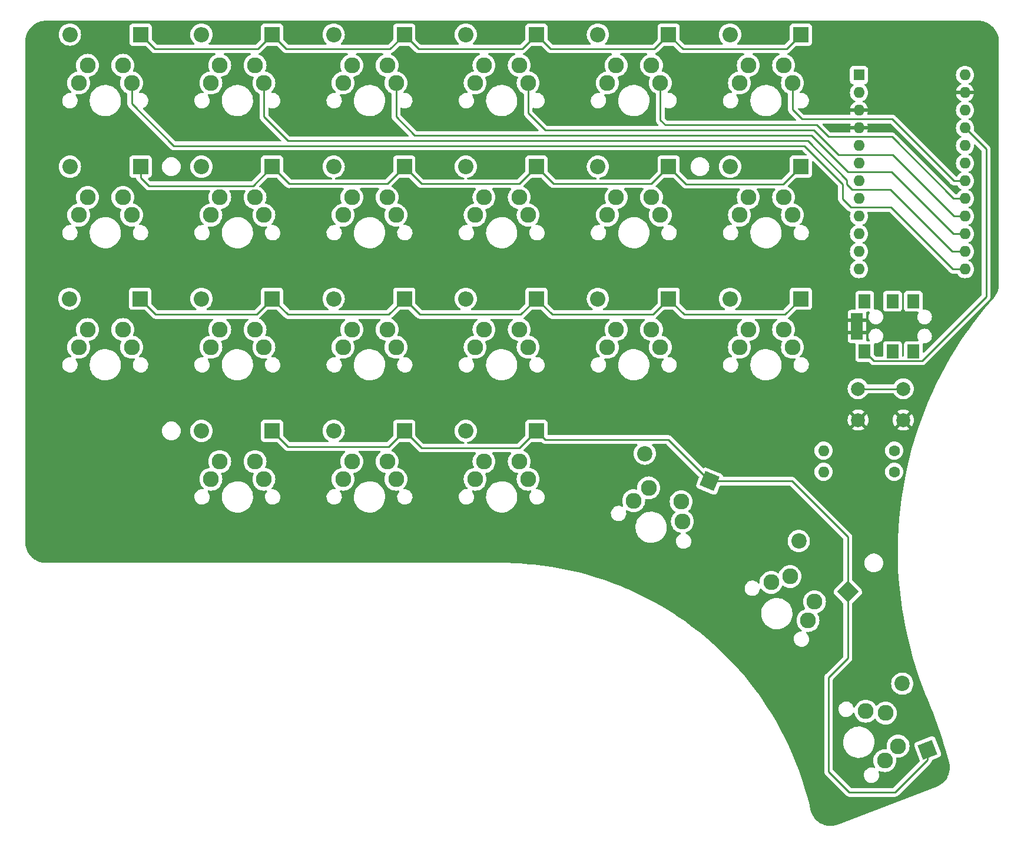
<source format=gbr>
%TF.GenerationSoftware,KiCad,Pcbnew,7.0.9*%
%TF.CreationDate,2023-12-16T00:05:46+09:00*%
%TF.ProjectId,Focus,466f6375-732e-46b6-9963-61645f706362,rev?*%
%TF.SameCoordinates,Original*%
%TF.FileFunction,Copper,L2,Bot*%
%TF.FilePolarity,Positive*%
%FSLAX46Y46*%
G04 Gerber Fmt 4.6, Leading zero omitted, Abs format (unit mm)*
G04 Created by KiCad (PCBNEW 7.0.9) date 2023-12-16 00:05:46*
%MOMM*%
%LPD*%
G01*
G04 APERTURE LIST*
G04 Aperture macros list*
%AMHorizOval*
0 Thick line with rounded ends*
0 $1 width*
0 $2 $3 position (X,Y) of the first rounded end (center of the circle)*
0 $4 $5 position (X,Y) of the second rounded end (center of the circle)*
0 Add line between two ends*
20,1,$1,$2,$3,$4,$5,0*
0 Add two circle primitives to create the rounded ends*
1,1,$1,$2,$3*
1,1,$1,$4,$5*%
%AMRotRect*
0 Rectangle, with rotation*
0 The origin of the aperture is its center*
0 $1 length*
0 $2 width*
0 $3 Rotation angle, in degrees counterclockwise*
0 Add horizontal line*
21,1,$1,$2,0,0,$3*%
G04 Aperture macros list end*
%TA.AperFunction,ComponentPad*%
%ADD10R,2.200000X2.200000*%
%TD*%
%TA.AperFunction,ComponentPad*%
%ADD11O,2.200000X2.200000*%
%TD*%
%TA.AperFunction,ComponentPad*%
%ADD12C,2.286000*%
%TD*%
%TA.AperFunction,ComponentPad*%
%ADD13RotRect,2.200000X2.200000X157.000000*%
%TD*%
%TA.AperFunction,ComponentPad*%
%ADD14HorizOval,2.200000X0.000000X0.000000X0.000000X0.000000X0*%
%TD*%
%TA.AperFunction,ComponentPad*%
%ADD15C,2.000000*%
%TD*%
%TA.AperFunction,ComponentPad*%
%ADD16RotRect,2.200000X2.200000X111.000000*%
%TD*%
%TA.AperFunction,ComponentPad*%
%ADD17HorizOval,2.200000X0.000000X0.000000X0.000000X0.000000X0*%
%TD*%
%TA.AperFunction,ComponentPad*%
%ADD18C,1.600000*%
%TD*%
%TA.AperFunction,ComponentPad*%
%ADD19O,1.600000X1.600000*%
%TD*%
%TA.AperFunction,ComponentPad*%
%ADD20R,1.600000X1.600000*%
%TD*%
%TA.AperFunction,ComponentPad*%
%ADD21R,1.700000X2.000000*%
%TD*%
%TA.AperFunction,ComponentPad*%
%ADD22RotRect,2.200000X2.200000X134.000000*%
%TD*%
%TA.AperFunction,ComponentPad*%
%ADD23HorizOval,2.200000X0.000000X0.000000X0.000000X0.000000X0*%
%TD*%
%TA.AperFunction,ViaPad*%
%ADD24C,0.800000*%
%TD*%
%TA.AperFunction,Conductor*%
%ADD25C,0.250000*%
%TD*%
G04 APERTURE END LIST*
D10*
%TO.P,D12,1,K*%
%TO.N,row4*%
X132000000Y-87500000D03*
D11*
%TO.P,D12,2,A*%
%TO.N,Net-(D12-A)*%
X121840000Y-87500000D03*
%TD*%
D12*
%TO.P,SW4,1,1*%
%TO.N,Net-(D4-A)*%
X85190000Y-94460000D03*
X86460000Y-91920000D03*
%TO.P,SW4,2,2*%
%TO.N,col1*%
X91540000Y-91920000D03*
X92810000Y-94460000D03*
%TD*%
D10*
%TO.P,D8,1,K*%
%TO.N,row4*%
X113000000Y-87500000D03*
D11*
%TO.P,D8,2,A*%
%TO.N,Net-(D8-A)*%
X102840000Y-87500000D03*
%TD*%
D12*
%TO.P,SW19,1,1*%
%TO.N,Net-(D19-A)*%
X142190000Y-75460000D03*
X143460000Y-72920000D03*
%TO.P,SW19,2,2*%
%TO.N,col5*%
X148540000Y-72920000D03*
X149810000Y-75460000D03*
%TD*%
D10*
%TO.P,D17,1,K*%
%TO.N,row1*%
X151000000Y-30500000D03*
D11*
%TO.P,D17,2,A*%
%TO.N,Net-(D17-A)*%
X140840000Y-30500000D03*
%TD*%
D10*
%TO.P,D21,1,K*%
%TO.N,row1*%
X170000000Y-30500000D03*
D11*
%TO.P,D21,2,A*%
%TO.N,Net-(D21-A)*%
X159840000Y-30500000D03*
%TD*%
D12*
%TO.P,SW13,1,1*%
%TO.N,Net-(D13-A)*%
X123190000Y-37460000D03*
X124460000Y-34920000D03*
%TO.P,SW13,2,2*%
%TO.N,col4*%
X129540000Y-34920000D03*
X130810000Y-37460000D03*
%TD*%
%TO.P,SW9,1,1*%
%TO.N,Net-(D9-A)*%
X104190000Y-37460000D03*
X105460000Y-34920000D03*
%TO.P,SW9,2,2*%
%TO.N,col3*%
X110540000Y-34920000D03*
X111810000Y-37460000D03*
%TD*%
%TO.P,SW5,1,1*%
%TO.N,Net-(D5-A)*%
X85190000Y-37460000D03*
X86460000Y-34920000D03*
%TO.P,SW5,2,2*%
%TO.N,col2*%
X91540000Y-34920000D03*
X92810000Y-37460000D03*
%TD*%
D10*
%TO.P,D5,1,K*%
%TO.N,row1*%
X94000000Y-30500000D03*
D11*
%TO.P,D5,2,A*%
%TO.N,Net-(D5-A)*%
X83840000Y-30500000D03*
%TD*%
D10*
%TO.P,D4,1,K*%
%TO.N,row4*%
X94000000Y-87500000D03*
D11*
%TO.P,D4,2,A*%
%TO.N,Net-(D4-A)*%
X83840000Y-87500000D03*
%TD*%
D13*
%TO.P,D16,1,K*%
%TO.N,row4*%
X156926165Y-94734914D03*
D14*
%TO.P,D16,2,A*%
%TO.N,Net-(D16-A)*%
X147573836Y-90765086D03*
%TD*%
D12*
%TO.P,SW17,1,1*%
%TO.N,Net-(D17-A)*%
X142190000Y-37460000D03*
X143460000Y-34920000D03*
%TO.P,SW17,2,2*%
%TO.N,col5*%
X148540000Y-34920000D03*
X149810000Y-37460000D03*
%TD*%
%TO.P,SW14,1,1*%
%TO.N,Net-(D14-A)*%
X123190000Y-56460000D03*
X124460000Y-53920000D03*
%TO.P,SW14,2,2*%
%TO.N,col4*%
X129540000Y-53920000D03*
X130810000Y-56460000D03*
%TD*%
%TO.P,SW15,1,1*%
%TO.N,Net-(D15-A)*%
X123190000Y-75460000D03*
X124460000Y-72920000D03*
%TO.P,SW15,2,2*%
%TO.N,col4*%
X129540000Y-72920000D03*
X130810000Y-75460000D03*
%TD*%
%TO.P,SW21,1,1*%
%TO.N,Net-(D21-A)*%
X161190000Y-37460000D03*
X162460000Y-34920000D03*
%TO.P,SW21,2,2*%
%TO.N,col6*%
X167540000Y-34920000D03*
X168810000Y-37460000D03*
%TD*%
D10*
%TO.P,D15,1,K*%
%TO.N,row3*%
X132000000Y-68500000D03*
D11*
%TO.P,D15,2,A*%
%TO.N,Net-(D15-A)*%
X121840000Y-68500000D03*
%TD*%
D12*
%TO.P,SW3,1,1*%
%TO.N,Net-(D3-A)*%
X66190000Y-75460000D03*
X67460000Y-72920000D03*
%TO.P,SW3,2,2*%
%TO.N,col1*%
X72540000Y-72920000D03*
X73810000Y-75460000D03*
%TD*%
%TO.P,SW7,1,1*%
%TO.N,Net-(D7-A)*%
X85190000Y-75460000D03*
X86460000Y-72920000D03*
%TO.P,SW7,2,2*%
%TO.N,col2*%
X91540000Y-72920000D03*
X92810000Y-75460000D03*
%TD*%
D15*
%TO.P,SW25,1,1*%
%TO.N,RST*%
X178250000Y-81450000D03*
X184750000Y-81450000D03*
%TO.P,SW25,2,2*%
%TO.N,GND*%
X178250000Y-85950000D03*
X184750000Y-85950000D03*
%TD*%
D16*
%TO.P,D24,1,K*%
%TO.N,row4*%
X188250000Y-133350000D03*
D17*
%TO.P,D24,2,A*%
%TO.N,Net-(D24-A)*%
X184608982Y-123864823D03*
%TD*%
D10*
%TO.P,D11,1,K*%
%TO.N,row3*%
X113000000Y-68500000D03*
D11*
%TO.P,D11,2,A*%
%TO.N,Net-(D11-A)*%
X102840000Y-68500000D03*
%TD*%
D18*
%TO.P,R1,1*%
%TO.N,SDA*%
X183450000Y-90350000D03*
D19*
%TO.P,R1,2*%
%TO.N,VCC*%
X173290000Y-90350000D03*
%TD*%
D12*
%TO.P,SW20,1,1*%
%TO.N,Net-(D20-A)*%
X165744164Y-109288673D03*
X168453503Y-108437802D03*
%TO.P,SW20,2,2*%
%TO.N,col5*%
X171982367Y-112092049D03*
X171037460Y-114770042D03*
%TD*%
D10*
%TO.P,D18,1,K*%
%TO.N,row2*%
X151000000Y-49500000D03*
D11*
%TO.P,D18,2,A*%
%TO.N,Net-(D18-A)*%
X140840000Y-49500000D03*
%TD*%
D10*
%TO.P,D2,1,K*%
%TO.N,row2*%
X75080000Y-49500000D03*
D11*
%TO.P,D2,2,A*%
%TO.N,Net-(D2-A)*%
X64920000Y-49500000D03*
%TD*%
D10*
%TO.P,D6,1,K*%
%TO.N,row2*%
X94000000Y-49500000D03*
D11*
%TO.P,D6,2,A*%
%TO.N,Net-(D6-A)*%
X83840000Y-49500000D03*
%TD*%
D12*
%TO.P,SW12,1,1*%
%TO.N,Net-(D12-A)*%
X123190000Y-94460000D03*
X124460000Y-91920000D03*
%TO.P,SW12,2,2*%
%TO.N,col3*%
X129540000Y-91920000D03*
X130810000Y-94460000D03*
%TD*%
%TO.P,SW6,1,1*%
%TO.N,Net-(D6-A)*%
X85190000Y-56460000D03*
X86460000Y-53920000D03*
%TO.P,SW6,2,2*%
%TO.N,col2*%
X91540000Y-53920000D03*
X92810000Y-56460000D03*
%TD*%
D10*
%TO.P,D22,1,K*%
%TO.N,row2*%
X170000000Y-49500000D03*
D11*
%TO.P,D22,2,A*%
%TO.N,Net-(D22-A)*%
X159840000Y-49500000D03*
%TD*%
D12*
%TO.P,SW23,1,1*%
%TO.N,Net-(D23-A)*%
X161190000Y-75460000D03*
X162460000Y-72920000D03*
%TO.P,SW23,2,2*%
%TO.N,col6*%
X167540000Y-72920000D03*
X168810000Y-75460000D03*
%TD*%
%TO.P,SW24,1,1*%
%TO.N,Net-(D24-A)*%
X179352835Y-127822567D03*
X182179257Y-128097960D03*
%TO.P,SW24,2,2*%
%TO.N,col6*%
X183999766Y-132840548D03*
X182083599Y-134936450D03*
%TD*%
%TO.P,SW22,1,1*%
%TO.N,Net-(D22-A)*%
X161190000Y-56460000D03*
X162460000Y-53920000D03*
%TO.P,SW22,2,2*%
%TO.N,col6*%
X167540000Y-53920000D03*
X168810000Y-56460000D03*
%TD*%
D10*
%TO.P,D1,1,K*%
%TO.N,row1*%
X75080000Y-30500000D03*
D11*
%TO.P,D1,2,A*%
%TO.N,Net-(D1-A)*%
X64920000Y-30500000D03*
%TD*%
D10*
%TO.P,D10,1,K*%
%TO.N,row2*%
X113000000Y-49500000D03*
D11*
%TO.P,D10,2,A*%
%TO.N,Net-(D10-A)*%
X102840000Y-49500000D03*
%TD*%
D12*
%TO.P,SW16,1,1*%
%TO.N,Net-(D16-A)*%
X145975546Y-97545465D03*
X148137044Y-95703611D03*
%TO.P,SW16,2,2*%
%TO.N,col4*%
X152813208Y-97688525D03*
X152989793Y-100522836D03*
%TD*%
%TO.P,SW11,1,1*%
%TO.N,Net-(D11-A)*%
X104190000Y-75460000D03*
X105460000Y-72920000D03*
%TO.P,SW11,2,2*%
%TO.N,col3*%
X110540000Y-72920000D03*
X111810000Y-75460000D03*
%TD*%
D20*
%TO.P,U1,1,D1/TX*%
%TO.N,unconnected-(U1-D1{slash}TX-Pad1)*%
X178380000Y-36300000D03*
D19*
%TO.P,U1,2,D0/RX*%
%TO.N,unconnected-(U1-D0{slash}RX-Pad2)*%
X178380000Y-38840000D03*
%TO.P,U1,3,GND*%
%TO.N,GND*%
X178380000Y-41380000D03*
%TO.P,U1,4,GND*%
X178380000Y-43920000D03*
%TO.P,U1,5,D2*%
%TO.N,SDA*%
X178380000Y-46460000D03*
%TO.P,U1,6,~D3*%
%TO.N,SCL*%
X178380000Y-49000000D03*
%TO.P,U1,7,D4/A6*%
%TO.N,unconnected-(U1-D4{slash}A6-Pad7)*%
X178380000Y-51540000D03*
%TO.P,U1,8,~D5*%
%TO.N,unconnected-(U1-~D5-Pad8)*%
X178380000Y-54080000D03*
%TO.P,U1,9,~D6/A7*%
%TO.N,row1*%
X178380000Y-56620000D03*
%TO.P,U1,10,D7*%
%TO.N,row2*%
X178380000Y-59160000D03*
%TO.P,U1,11,D8/A8*%
%TO.N,row3*%
X178380000Y-61700000D03*
%TO.P,U1,12,~D9/A9*%
%TO.N,row4*%
X178380000Y-64240000D03*
%TO.P,U1,13,~D10/A10*%
%TO.N,col1*%
X193620000Y-64240000D03*
%TO.P,U1,14,D16*%
%TO.N,col2*%
X193620000Y-61700000D03*
%TO.P,U1,15,D14*%
%TO.N,col3*%
X193620000Y-59160000D03*
%TO.P,U1,16,D15*%
%TO.N,col4*%
X193620000Y-56620000D03*
%TO.P,U1,17,D18/A0*%
%TO.N,col5*%
X193620000Y-54080000D03*
%TO.P,U1,18,D19/A1*%
%TO.N,col6*%
X193620000Y-51540000D03*
%TO.P,U1,19,D20/A2*%
%TO.N,unconnected-(U1-D20{slash}A2-Pad19)*%
X193620000Y-49000000D03*
%TO.P,U1,20,D21/A3*%
%TO.N,unconnected-(U1-D21{slash}A3-Pad20)*%
X193620000Y-46460000D03*
%TO.P,U1,21,VCC*%
%TO.N,VCC*%
X193620000Y-43920000D03*
%TO.P,U1,22,RST*%
%TO.N,RST*%
X193620000Y-41380000D03*
%TO.P,U1,23,GND*%
%TO.N,GND*%
X193620000Y-38840000D03*
%TO.P,U1,24,RAW*%
%TO.N,unconnected-(U1-RAW-Pad24)*%
X193620000Y-36300000D03*
%TD*%
D10*
%TO.P,D14,1,K*%
%TO.N,row2*%
X132000000Y-49500000D03*
D11*
%TO.P,D14,2,A*%
%TO.N,Net-(D14-A)*%
X121840000Y-49500000D03*
%TD*%
D21*
%TO.P,J1,R1*%
%TO.N,SCL*%
X183200000Y-76100000D03*
%TO.P,J1,R2*%
%TO.N,SDA*%
X186200000Y-76100000D03*
%TO.P,J1,S*%
%TO.N,GND*%
X178100000Y-71600000D03*
%TO.P,J1,T*%
%TO.N,VCC*%
X179200000Y-76100000D03*
%TD*%
D10*
%TO.P,D3,1,K*%
%TO.N,row3*%
X75000000Y-68500000D03*
D11*
%TO.P,D3,2,A*%
%TO.N,Net-(D3-A)*%
X64840000Y-68500000D03*
%TD*%
D12*
%TO.P,SW1,1,1*%
%TO.N,Net-(D1-A)*%
X66190000Y-37460000D03*
X67460000Y-34920000D03*
%TO.P,SW1,2,2*%
%TO.N,col1*%
X72540000Y-34920000D03*
X73810000Y-37460000D03*
%TD*%
D18*
%TO.P,R2,1*%
%TO.N,SCL*%
X183450000Y-93400000D03*
D19*
%TO.P,R2,2*%
%TO.N,VCC*%
X173290000Y-93400000D03*
%TD*%
D10*
%TO.P,D9,1,K*%
%TO.N,row1*%
X113000000Y-30500000D03*
D11*
%TO.P,D9,2,A*%
%TO.N,Net-(D9-A)*%
X102840000Y-30500000D03*
%TD*%
D22*
%TO.P,D20,1,K*%
%TO.N,row4*%
X176778865Y-110654246D03*
D23*
%TO.P,D20,2,A*%
%TO.N,Net-(D20-A)*%
X169721136Y-103345754D03*
%TD*%
D12*
%TO.P,SW2,1,1*%
%TO.N,Net-(D2-A)*%
X66190000Y-56460000D03*
X67460000Y-53920000D03*
%TO.P,SW2,2,2*%
%TO.N,col1*%
X72540000Y-53920000D03*
X73810000Y-56460000D03*
%TD*%
%TO.P,SW10,1,1*%
%TO.N,Net-(D10-A)*%
X104190000Y-56460000D03*
X105460000Y-53920000D03*
%TO.P,SW10,2,2*%
%TO.N,col3*%
X110540000Y-53920000D03*
X111810000Y-56460000D03*
%TD*%
D10*
%TO.P,D13,1,K*%
%TO.N,row1*%
X132000000Y-30500000D03*
D11*
%TO.P,D13,2,A*%
%TO.N,Net-(D13-A)*%
X121840000Y-30500000D03*
%TD*%
D12*
%TO.P,SW18,1,1*%
%TO.N,Net-(D18-A)*%
X142190000Y-56460000D03*
X143460000Y-53920000D03*
%TO.P,SW18,2,2*%
%TO.N,col5*%
X148540000Y-53920000D03*
X149810000Y-56460000D03*
%TD*%
D10*
%TO.P,D19,1,K*%
%TO.N,row3*%
X151000000Y-68500000D03*
D11*
%TO.P,D19,2,A*%
%TO.N,Net-(D19-A)*%
X140840000Y-68500000D03*
%TD*%
D10*
%TO.P,D7,1,K*%
%TO.N,row3*%
X94000000Y-68500000D03*
D11*
%TO.P,D7,2,A*%
%TO.N,Net-(D7-A)*%
X83840000Y-68500000D03*
%TD*%
D12*
%TO.P,SW8,1,1*%
%TO.N,Net-(D8-A)*%
X104190000Y-94460000D03*
X105460000Y-91920000D03*
%TO.P,SW8,2,2*%
%TO.N,col2*%
X110540000Y-91920000D03*
X111810000Y-94460000D03*
%TD*%
D10*
%TO.P,D23,1,K*%
%TO.N,row3*%
X170000000Y-68500000D03*
D11*
%TO.P,D23,2,A*%
%TO.N,Net-(D23-A)*%
X159840000Y-68500000D03*
%TD*%
D21*
%TO.P,J2,R1*%
%TO.N,SCL*%
X183200000Y-68850000D03*
%TO.P,J2,R2*%
%TO.N,SDA*%
X186200000Y-68850000D03*
%TO.P,J2,S*%
%TO.N,GND*%
X178100000Y-73350000D03*
%TO.P,J2,T*%
%TO.N,VCC*%
X179200000Y-68850000D03*
%TD*%
D24*
%TO.N,GND*%
X98850000Y-58550000D03*
X136850000Y-58550000D03*
X79850000Y-74550000D03*
X117850000Y-37550000D03*
X192850000Y-67550000D03*
X98850000Y-37550000D03*
X79850000Y-37550000D03*
X155850000Y-37550000D03*
X117850000Y-74550000D03*
X79850000Y-58550000D03*
X185850000Y-35550000D03*
X154850000Y-86550000D03*
X98850000Y-74550000D03*
X181850000Y-118550000D03*
X136850000Y-74550000D03*
X163850000Y-99550000D03*
X117850000Y-58550000D03*
X64850000Y-83550000D03*
X136850000Y-37550000D03*
X155850000Y-74550000D03*
X155850000Y-58550000D03*
%TD*%
D25*
%TO.N,row1*%
X75080000Y-30500000D02*
X77130000Y-32550000D01*
X115050000Y-32550000D02*
X129950000Y-32550000D01*
X167950000Y-32550000D02*
X170000000Y-30500000D01*
X153050000Y-32550000D02*
X167950000Y-32550000D01*
X129950000Y-32550000D02*
X132000000Y-30500000D01*
X148950000Y-32550000D02*
X151000000Y-30500000D01*
X134050000Y-32550000D02*
X148950000Y-32550000D01*
X77130000Y-32550000D02*
X91950000Y-32550000D01*
X151000000Y-30500000D02*
X153050000Y-32550000D01*
X110950000Y-32550000D02*
X113000000Y-30500000D01*
X94000000Y-30500000D02*
X96050000Y-32550000D01*
X113000000Y-30500000D02*
X115050000Y-32550000D01*
X96050000Y-32550000D02*
X110950000Y-32550000D01*
X91950000Y-32550000D02*
X94000000Y-30500000D01*
X132000000Y-30500000D02*
X134050000Y-32550000D01*
%TO.N,row2*%
X115450000Y-51950000D02*
X129550000Y-51950000D01*
X110550000Y-51950000D02*
X113000000Y-49500000D01*
X151000000Y-49500000D02*
X153500000Y-52000000D01*
X75080000Y-51080000D02*
X76250000Y-52250000D01*
X76250000Y-52250000D02*
X91250000Y-52250000D01*
X91250000Y-52250000D02*
X94000000Y-49500000D01*
X167500000Y-52000000D02*
X170000000Y-49500000D01*
X113000000Y-49500000D02*
X115450000Y-51950000D01*
X134450000Y-51950000D02*
X148550000Y-51950000D01*
X148550000Y-51950000D02*
X151000000Y-49500000D01*
X94000000Y-49500000D02*
X96450000Y-51950000D01*
X96450000Y-51950000D02*
X110550000Y-51950000D01*
X153500000Y-52000000D02*
X167500000Y-52000000D01*
X132000000Y-49500000D02*
X134450000Y-51950000D01*
X75080000Y-49500000D02*
X75080000Y-51080000D01*
X129550000Y-51950000D02*
X132000000Y-49500000D01*
%TO.N,row3*%
X91750000Y-70750000D02*
X94000000Y-68500000D01*
X77250000Y-70750000D02*
X91750000Y-70750000D01*
X132000000Y-68500000D02*
X134250000Y-70750000D01*
X110750000Y-70750000D02*
X113000000Y-68500000D01*
X96250000Y-70750000D02*
X110750000Y-70750000D01*
X148750000Y-70750000D02*
X151000000Y-68500000D01*
X153250000Y-70750000D02*
X167750000Y-70750000D01*
X75000000Y-68500000D02*
X77250000Y-70750000D01*
X113000000Y-68500000D02*
X115250000Y-70750000D01*
X115250000Y-70750000D02*
X129750000Y-70750000D01*
X134250000Y-70750000D02*
X148750000Y-70750000D01*
X94000000Y-68500000D02*
X96250000Y-70750000D01*
X129750000Y-70750000D02*
X132000000Y-68500000D01*
X167750000Y-70750000D02*
X170000000Y-68500000D01*
X151000000Y-68500000D02*
X153250000Y-70750000D01*
%TO.N,row4*%
X183563099Y-139500000D02*
X188250000Y-134813099D01*
X96250000Y-89750000D02*
X110750000Y-89750000D01*
X168500000Y-94734914D02*
X168734914Y-94734914D01*
X168000000Y-94734914D02*
X168500000Y-94734914D01*
X188250000Y-134813099D02*
X188250000Y-133350000D01*
X113000000Y-87500000D02*
X115450000Y-89950000D01*
X176778865Y-110654246D02*
X176778865Y-120221135D01*
X174000000Y-123000000D02*
X174000000Y-136500000D01*
X133250000Y-88750000D02*
X150941251Y-88750000D01*
X176778865Y-102778865D02*
X176778865Y-110654246D01*
X132000000Y-87500000D02*
X133250000Y-88750000D01*
X129550000Y-89950000D02*
X132000000Y-87500000D01*
X156926165Y-94734914D02*
X168000000Y-94734914D01*
X176778865Y-120221135D02*
X174000000Y-123000000D01*
X168265086Y-94734914D02*
X168000000Y-94734914D01*
X115450000Y-89950000D02*
X129550000Y-89950000D01*
X110750000Y-89750000D02*
X113000000Y-87500000D01*
X150941251Y-88750000D02*
X156926165Y-94734914D01*
X177000000Y-139500000D02*
X183563099Y-139500000D01*
X174000000Y-136500000D02*
X177000000Y-139500000D01*
X94000000Y-87500000D02*
X96250000Y-89750000D01*
X168734914Y-94734914D02*
X176778865Y-102778865D01*
%TO.N,VCC*%
X180525000Y-77425000D02*
X187425000Y-77425000D01*
X179200000Y-76100000D02*
X180525000Y-77425000D01*
X187425000Y-77425000D02*
X196650000Y-68200000D01*
X196650000Y-46950000D02*
X193620000Y-43920000D01*
X196650000Y-68200000D02*
X196650000Y-46950000D01*
%TO.N,col1*%
X73810000Y-40463684D02*
X79846316Y-46500000D01*
X79846316Y-46500000D02*
X170500000Y-46500000D01*
X170500000Y-46500000D02*
X176000000Y-52000000D01*
X176000000Y-52000000D02*
X176000000Y-54145495D01*
X176000000Y-54145495D02*
X177204505Y-55350000D01*
X183000000Y-55350000D02*
X191890000Y-64240000D01*
X177204505Y-55350000D02*
X183000000Y-55350000D01*
X73810000Y-37460000D02*
X73810000Y-40463684D01*
X191890000Y-64240000D02*
X193620000Y-64240000D01*
%TO.N,col2*%
X182900000Y-52800000D02*
X191800000Y-61700000D01*
X96300000Y-45800000D02*
X171049009Y-45800000D01*
X92810000Y-37460000D02*
X92810000Y-42310000D01*
X177400000Y-52800000D02*
X182900000Y-52800000D01*
X171049009Y-45800000D02*
X176650000Y-51400991D01*
X176650000Y-52050000D02*
X177400000Y-52800000D01*
X92810000Y-42310000D02*
X96300000Y-45800000D01*
X176650000Y-51400991D02*
X176650000Y-52050000D01*
X191800000Y-61700000D02*
X193620000Y-61700000D01*
%TO.N,col3*%
X191985000Y-59160000D02*
X193620000Y-59160000D01*
X111810000Y-42310000D02*
X114500000Y-45000000D01*
X183075000Y-50250000D02*
X191985000Y-59160000D01*
X171500000Y-45000000D02*
X176750000Y-50250000D01*
X114500000Y-45000000D02*
X171500000Y-45000000D01*
X111810000Y-37460000D02*
X111810000Y-42310000D01*
X176750000Y-50250000D02*
X183075000Y-50250000D01*
%TO.N,col4*%
X133250000Y-44250000D02*
X171900000Y-44250000D01*
X183200000Y-47750000D02*
X192070000Y-56620000D01*
X192070000Y-56620000D02*
X193620000Y-56620000D01*
X175400000Y-47750000D02*
X183200000Y-47750000D01*
X130810000Y-41810000D02*
X133250000Y-44250000D01*
X130810000Y-37460000D02*
X130810000Y-41810000D01*
X171900000Y-44250000D02*
X175400000Y-47750000D01*
%TO.N,col5*%
X150500000Y-43500000D02*
X172300000Y-43500000D01*
X183100000Y-45200000D02*
X191980000Y-54080000D01*
X149810000Y-42810000D02*
X150500000Y-43500000D01*
X149810000Y-37460000D02*
X149810000Y-42810000D01*
X172300000Y-43500000D02*
X174000000Y-45200000D01*
X174000000Y-45200000D02*
X183100000Y-45200000D01*
X191980000Y-54080000D02*
X193620000Y-54080000D01*
%TO.N,col6*%
X192040000Y-51540000D02*
X193620000Y-51540000D01*
X170150000Y-42650000D02*
X183150000Y-42650000D01*
X168810000Y-37460000D02*
X168810000Y-41310000D01*
X183150000Y-42650000D02*
X192040000Y-51540000D01*
X168810000Y-41310000D02*
X170150000Y-42650000D01*
%TO.N,RST*%
X178250000Y-81450000D02*
X184750000Y-81450000D01*
%TD*%
%TA.AperFunction,Conductor*%
%TO.N,GND*%
G36*
X178350000Y-73000000D02*
G01*
X177850000Y-73000000D01*
X177850000Y-71950000D01*
X178350000Y-71950000D01*
X178350000Y-73000000D01*
G37*
%TD.AperFunction*%
%TA.AperFunction,Conductor*%
G36*
X182906587Y-43295185D02*
G01*
X182927229Y-43311819D01*
X191539194Y-51923784D01*
X191549019Y-51936048D01*
X191549240Y-51935866D01*
X191554210Y-51941873D01*
X191554213Y-51941876D01*
X191554214Y-51941877D01*
X191604651Y-51989241D01*
X191625530Y-52010120D01*
X191631004Y-52014366D01*
X191635442Y-52018156D01*
X191669418Y-52050062D01*
X191669422Y-52050064D01*
X191686973Y-52059713D01*
X191703231Y-52070392D01*
X191719064Y-52082674D01*
X191741015Y-52092172D01*
X191761837Y-52101183D01*
X191767081Y-52103752D01*
X191807908Y-52126197D01*
X191827312Y-52131179D01*
X191845710Y-52137478D01*
X191864105Y-52145438D01*
X191910129Y-52152726D01*
X191915832Y-52153907D01*
X191960981Y-52165500D01*
X191981016Y-52165500D01*
X192000413Y-52167026D01*
X192020196Y-52170160D01*
X192066584Y-52165775D01*
X192072422Y-52165500D01*
X192405812Y-52165500D01*
X192472851Y-52185185D01*
X192507387Y-52218377D01*
X192619954Y-52379141D01*
X192780858Y-52540045D01*
X192780861Y-52540047D01*
X192967266Y-52670568D01*
X193024346Y-52697185D01*
X193025275Y-52697618D01*
X193077714Y-52743791D01*
X193096866Y-52810984D01*
X193076650Y-52877865D01*
X193025275Y-52922382D01*
X192967267Y-52949431D01*
X192967265Y-52949432D01*
X192780858Y-53079954D01*
X192619954Y-53240858D01*
X192507387Y-53401623D01*
X192452811Y-53445248D01*
X192405812Y-53454500D01*
X192290453Y-53454500D01*
X192223414Y-53434815D01*
X192202772Y-53418181D01*
X183600803Y-44816212D01*
X183590980Y-44803950D01*
X183590759Y-44804134D01*
X183585786Y-44798123D01*
X183535364Y-44750773D01*
X183524919Y-44740328D01*
X183514475Y-44729883D01*
X183508986Y-44725625D01*
X183504561Y-44721847D01*
X183470582Y-44689938D01*
X183470580Y-44689936D01*
X183470577Y-44689935D01*
X183453029Y-44680288D01*
X183436763Y-44669604D01*
X183420933Y-44657325D01*
X183378168Y-44638818D01*
X183372922Y-44636248D01*
X183332093Y-44613803D01*
X183332092Y-44613802D01*
X183312693Y-44608822D01*
X183294281Y-44602518D01*
X183275898Y-44594562D01*
X183275892Y-44594560D01*
X183229874Y-44587272D01*
X183224152Y-44586087D01*
X183179021Y-44574500D01*
X183179019Y-44574500D01*
X183158984Y-44574500D01*
X183139586Y-44572973D01*
X183132162Y-44571797D01*
X183119805Y-44569840D01*
X183119804Y-44569840D01*
X183073416Y-44574225D01*
X183067578Y-44574500D01*
X179703834Y-44574500D01*
X179636795Y-44554815D01*
X179591040Y-44502011D01*
X179581096Y-44432853D01*
X179591452Y-44398095D01*
X179606266Y-44366326D01*
X179606269Y-44366317D01*
X179658872Y-44170000D01*
X178695686Y-44170000D01*
X178707641Y-44158045D01*
X178765165Y-44045148D01*
X178784986Y-43920000D01*
X178765165Y-43794852D01*
X178707641Y-43681955D01*
X178695686Y-43670000D01*
X179658872Y-43670000D01*
X179658872Y-43669999D01*
X179606269Y-43473682D01*
X179606267Y-43473678D01*
X179596115Y-43451906D01*
X179585623Y-43382828D01*
X179614142Y-43319044D01*
X179672618Y-43280804D01*
X179708497Y-43275500D01*
X182839548Y-43275500D01*
X182906587Y-43295185D01*
G37*
%TD.AperFunction*%
%TA.AperFunction,Conductor*%
G36*
X94731585Y-32120184D02*
G01*
X94752227Y-32136818D01*
X95549197Y-32933788D01*
X95559022Y-32946051D01*
X95559243Y-32945869D01*
X95564214Y-32951878D01*
X95585043Y-32971437D01*
X95614635Y-32999226D01*
X95635529Y-33020120D01*
X95641011Y-33024373D01*
X95645443Y-33028157D01*
X95679418Y-33060062D01*
X95696976Y-33069714D01*
X95713233Y-33080393D01*
X95729064Y-33092673D01*
X95748737Y-33101186D01*
X95771833Y-33111182D01*
X95777077Y-33113750D01*
X95817908Y-33136197D01*
X95830523Y-33139435D01*
X95837305Y-33141177D01*
X95855719Y-33147481D01*
X95874104Y-33155438D01*
X95920157Y-33162732D01*
X95925826Y-33163906D01*
X95970981Y-33175500D01*
X95991016Y-33175500D01*
X96010413Y-33177026D01*
X96030196Y-33180160D01*
X96076584Y-33175775D01*
X96082422Y-33175500D01*
X104753533Y-33175500D01*
X104820572Y-33195185D01*
X104866327Y-33247989D01*
X104876271Y-33317147D01*
X104847246Y-33380703D01*
X104800985Y-33414061D01*
X104711562Y-33451100D01*
X104711559Y-33451102D01*
X104490990Y-33586267D01*
X104490985Y-33586270D01*
X104294276Y-33754276D01*
X104126270Y-33950985D01*
X104126267Y-33950990D01*
X103991102Y-34171558D01*
X103892106Y-34410557D01*
X103892102Y-34410569D01*
X103831715Y-34662101D01*
X103811418Y-34920000D01*
X103831715Y-35177898D01*
X103892102Y-35429430D01*
X103892106Y-35429442D01*
X103991719Y-35669930D01*
X103999188Y-35739400D01*
X103967913Y-35801879D01*
X103907824Y-35837531D01*
X103906105Y-35837957D01*
X103680569Y-35892102D01*
X103680557Y-35892106D01*
X103441558Y-35991102D01*
X103220990Y-36126267D01*
X103220985Y-36126270D01*
X103024276Y-36294276D01*
X102856270Y-36490985D01*
X102856267Y-36490990D01*
X102721102Y-36711558D01*
X102622106Y-36950557D01*
X102622102Y-36950569D01*
X102561715Y-37202101D01*
X102541418Y-37460000D01*
X102561715Y-37717898D01*
X102622102Y-37969430D01*
X102622106Y-37969442D01*
X102721102Y-38208441D01*
X102856267Y-38429009D01*
X102856270Y-38429014D01*
X102927454Y-38512359D01*
X103024276Y-38625724D01*
X103071066Y-38665686D01*
X103088188Y-38680310D01*
X103126381Y-38738817D01*
X103126879Y-38808685D01*
X103089525Y-38867731D01*
X103026178Y-38897209D01*
X103007656Y-38898600D01*
X102867532Y-38898600D01*
X102710611Y-38913584D01*
X102710607Y-38913585D01*
X102508791Y-38972843D01*
X102321831Y-39069228D01*
X102156490Y-39199252D01*
X102156489Y-39199253D01*
X102018749Y-39358214D01*
X102018740Y-39358225D01*
X101913574Y-39540379D01*
X101844779Y-39739148D01*
X101844778Y-39739153D01*
X101844778Y-39739154D01*
X101814843Y-39947355D01*
X101824852Y-40157459D01*
X101874442Y-40361871D01*
X101893842Y-40404351D01*
X101961820Y-40553204D01*
X101961824Y-40553210D01*
X102083826Y-40724539D01*
X102083831Y-40724544D01*
X102236063Y-40869697D01*
X102413014Y-40983416D01*
X102608288Y-41061593D01*
X102737084Y-41086416D01*
X102814828Y-41101400D01*
X102814829Y-41101400D01*
X102972461Y-41101400D01*
X102972468Y-41101400D01*
X103129389Y-41086416D01*
X103331211Y-41027156D01*
X103518170Y-40930771D01*
X103683510Y-40800747D01*
X103821255Y-40641781D01*
X103926426Y-40459619D01*
X103995222Y-40260846D01*
X104021919Y-40075167D01*
X105751833Y-40075167D01*
X105781910Y-40374142D01*
X105781911Y-40374149D01*
X105851568Y-40666441D01*
X105851571Y-40666453D01*
X105959566Y-40946853D01*
X105959573Y-40946868D01*
X106103979Y-41210375D01*
X106103983Y-41210381D01*
X106195296Y-41334312D01*
X106282223Y-41452290D01*
X106491121Y-41668289D01*
X106726946Y-41854518D01*
X106985487Y-42007652D01*
X107262133Y-42124960D01*
X107262136Y-42124960D01*
X107262139Y-42124962D01*
X107367401Y-42153796D01*
X107551946Y-42204348D01*
X107849755Y-42244400D01*
X107849760Y-42244400D01*
X108075041Y-42244400D01*
X108238513Y-42233456D01*
X108299819Y-42229352D01*
X108594287Y-42169499D01*
X108878151Y-42070931D01*
X109146343Y-41935407D01*
X109394080Y-41765346D01*
X109616939Y-41563782D01*
X109810943Y-41334312D01*
X109972631Y-41081032D01*
X110099118Y-40808460D01*
X110188146Y-40521462D01*
X110238126Y-40225158D01*
X110248167Y-39924836D01*
X110218089Y-39625855D01*
X110148430Y-39333551D01*
X110040431Y-39053140D01*
X109896021Y-38789625D01*
X109717777Y-38547710D01*
X109508879Y-38331711D01*
X109508872Y-38331705D01*
X109325966Y-38187266D01*
X109273054Y-38145482D01*
X109014513Y-37992348D01*
X108737867Y-37875040D01*
X108737860Y-37875037D01*
X108448059Y-37795653D01*
X108448056Y-37795652D01*
X108448054Y-37795652D01*
X108150245Y-37755600D01*
X107924967Y-37755600D01*
X107924959Y-37755600D01*
X107700183Y-37770647D01*
X107700174Y-37770649D01*
X107405710Y-37830501D01*
X107121847Y-37929069D01*
X107121844Y-37929071D01*
X106853662Y-38064589D01*
X106605918Y-38234655D01*
X106383062Y-38436216D01*
X106189058Y-38665686D01*
X106189056Y-38665688D01*
X106027366Y-38918972D01*
X105929298Y-39130305D01*
X105900882Y-39191540D01*
X105885850Y-39240000D01*
X105811854Y-39478535D01*
X105784934Y-39638129D01*
X105761874Y-39774842D01*
X105754417Y-39997893D01*
X105751833Y-40075167D01*
X104021919Y-40075167D01*
X104025157Y-40052645D01*
X104015148Y-39842541D01*
X103965558Y-39638129D01*
X103878179Y-39446795D01*
X103815109Y-39358225D01*
X103752743Y-39270644D01*
X103754378Y-39269479D01*
X103729130Y-39214190D01*
X103739074Y-39145032D01*
X103784830Y-39092229D01*
X103851870Y-39072545D01*
X103880811Y-39075970D01*
X103932105Y-39088285D01*
X104190000Y-39108582D01*
X104447895Y-39088285D01*
X104699440Y-39027895D01*
X104938441Y-38928897D01*
X105159012Y-38793731D01*
X105355724Y-38625724D01*
X105523731Y-38429012D01*
X105658897Y-38208441D01*
X105757895Y-37969440D01*
X105818285Y-37717895D01*
X105838582Y-37460000D01*
X105818285Y-37202105D01*
X105757895Y-36950560D01*
X105658897Y-36711559D01*
X105658280Y-36710069D01*
X105650811Y-36640599D01*
X105682086Y-36578120D01*
X105742175Y-36542468D01*
X105743761Y-36542075D01*
X105969440Y-36487895D01*
X106208441Y-36388897D01*
X106429012Y-36253731D01*
X106625724Y-36085724D01*
X106793731Y-35889012D01*
X106928897Y-35668441D01*
X107027895Y-35429440D01*
X107088285Y-35177895D01*
X107108582Y-34920000D01*
X107088285Y-34662105D01*
X107027895Y-34410560D01*
X106928897Y-34171559D01*
X106928897Y-34171558D01*
X106793732Y-33950990D01*
X106793729Y-33950985D01*
X106733265Y-33880191D01*
X106625724Y-33754276D01*
X106518181Y-33662426D01*
X106429014Y-33586270D01*
X106429009Y-33586267D01*
X106208440Y-33451102D01*
X106208437Y-33451100D01*
X106119015Y-33414061D01*
X106064611Y-33370220D01*
X106042546Y-33303926D01*
X106059825Y-33236227D01*
X106110962Y-33188616D01*
X106166467Y-33175500D01*
X109833533Y-33175500D01*
X109900572Y-33195185D01*
X109946327Y-33247989D01*
X109956271Y-33317147D01*
X109927246Y-33380703D01*
X109880985Y-33414061D01*
X109791562Y-33451100D01*
X109791559Y-33451102D01*
X109570990Y-33586267D01*
X109570985Y-33586270D01*
X109374276Y-33754276D01*
X109206270Y-33950985D01*
X109206267Y-33950990D01*
X109071102Y-34171558D01*
X108972106Y-34410557D01*
X108972102Y-34410569D01*
X108911715Y-34662101D01*
X108891418Y-34920000D01*
X108911715Y-35177898D01*
X108972102Y-35429430D01*
X108972106Y-35429442D01*
X109071102Y-35668441D01*
X109206267Y-35889009D01*
X109206270Y-35889014D01*
X109282426Y-35978181D01*
X109374276Y-36085724D01*
X109421750Y-36126270D01*
X109570985Y-36253729D01*
X109570990Y-36253732D01*
X109791558Y-36388897D01*
X109876057Y-36423897D01*
X110030560Y-36487895D01*
X110030570Y-36487897D01*
X110030572Y-36487898D01*
X110060597Y-36495106D01*
X110256106Y-36542043D01*
X110316696Y-36576832D01*
X110348861Y-36638858D01*
X110342385Y-36708427D01*
X110341719Y-36710068D01*
X110242107Y-36950552D01*
X110242102Y-36950569D01*
X110181715Y-37202101D01*
X110161418Y-37460000D01*
X110181715Y-37717898D01*
X110242102Y-37969430D01*
X110242106Y-37969442D01*
X110341102Y-38208441D01*
X110476267Y-38429009D01*
X110476270Y-38429014D01*
X110547454Y-38512359D01*
X110644276Y-38625724D01*
X110738057Y-38705820D01*
X110840985Y-38793729D01*
X110840987Y-38793730D01*
X110840988Y-38793731D01*
X110916489Y-38839998D01*
X111061559Y-38928897D01*
X111061561Y-38928898D01*
X111107952Y-38948114D01*
X111162356Y-38991954D01*
X111184421Y-39058248D01*
X111184500Y-39062675D01*
X111184500Y-42227255D01*
X111182775Y-42242872D01*
X111183061Y-42242899D01*
X111182326Y-42250665D01*
X111184500Y-42319814D01*
X111184500Y-42349343D01*
X111184501Y-42349360D01*
X111185368Y-42356231D01*
X111185826Y-42362050D01*
X111187290Y-42408624D01*
X111187291Y-42408627D01*
X111192880Y-42427867D01*
X111196824Y-42446911D01*
X111199336Y-42466791D01*
X111216490Y-42510119D01*
X111218382Y-42515647D01*
X111231381Y-42560388D01*
X111241580Y-42577634D01*
X111250138Y-42595103D01*
X111257514Y-42613732D01*
X111284898Y-42651423D01*
X111288106Y-42656307D01*
X111311827Y-42696416D01*
X111311833Y-42696424D01*
X111325990Y-42710580D01*
X111338628Y-42725376D01*
X111350405Y-42741586D01*
X111350406Y-42741587D01*
X111386309Y-42771288D01*
X111390620Y-42775210D01*
X113048262Y-44432853D01*
X113578228Y-44962819D01*
X113611713Y-45024142D01*
X113606729Y-45093834D01*
X113564857Y-45149767D01*
X113499393Y-45174184D01*
X113490547Y-45174500D01*
X96610453Y-45174500D01*
X96543414Y-45154815D01*
X96522772Y-45138181D01*
X93471819Y-42087228D01*
X93438334Y-42025905D01*
X93435500Y-41999547D01*
X93435500Y-41111573D01*
X93455185Y-41044534D01*
X93507989Y-40998779D01*
X93577147Y-40988835D01*
X93605583Y-40996455D01*
X93768288Y-41061593D01*
X93897084Y-41086416D01*
X93974828Y-41101400D01*
X93974829Y-41101400D01*
X94132461Y-41101400D01*
X94132468Y-41101400D01*
X94289389Y-41086416D01*
X94491211Y-41027156D01*
X94678170Y-40930771D01*
X94843510Y-40800747D01*
X94981255Y-40641781D01*
X95086426Y-40459619D01*
X95155222Y-40260846D01*
X95185157Y-40052645D01*
X95175148Y-39842541D01*
X95125558Y-39638129D01*
X95038179Y-39446795D01*
X94975109Y-39358225D01*
X94916173Y-39275460D01*
X94916167Y-39275454D01*
X94763939Y-39130305D01*
X94763937Y-39130303D01*
X94586986Y-39016584D01*
X94586984Y-39016583D01*
X94391721Y-38938410D01*
X94391714Y-38938407D01*
X94391712Y-38938407D01*
X94391709Y-38938406D01*
X94391708Y-38938406D01*
X94185172Y-38898600D01*
X94185171Y-38898600D01*
X94027532Y-38898600D01*
X94000441Y-38901186D01*
X93931836Y-38887963D01*
X93881269Y-38839747D01*
X93864797Y-38771847D01*
X93887650Y-38705820D01*
X93908122Y-38683460D01*
X93975724Y-38625724D01*
X94143731Y-38429012D01*
X94278897Y-38208441D01*
X94377895Y-37969440D01*
X94438285Y-37717895D01*
X94458582Y-37460000D01*
X94438285Y-37202105D01*
X94377895Y-36950560D01*
X94293369Y-36746497D01*
X94278897Y-36711558D01*
X94143732Y-36490990D01*
X94143729Y-36490985D01*
X94083265Y-36420191D01*
X93975724Y-36294276D01*
X93868181Y-36202426D01*
X93779014Y-36126270D01*
X93779009Y-36126267D01*
X93558441Y-35991102D01*
X93319442Y-35892106D01*
X93319444Y-35892106D01*
X93319440Y-35892105D01*
X93319436Y-35892104D01*
X93319430Y-35892102D01*
X93158645Y-35853502D01*
X93093893Y-35837956D01*
X93033302Y-35803167D01*
X93001138Y-35741140D01*
X93007614Y-35671571D01*
X93008280Y-35669930D01*
X93008897Y-35668441D01*
X93107895Y-35429440D01*
X93168285Y-35177895D01*
X93188582Y-34920000D01*
X93168285Y-34662105D01*
X93107895Y-34410560D01*
X93008897Y-34171559D01*
X93008897Y-34171558D01*
X92873732Y-33950990D01*
X92873729Y-33950985D01*
X92813265Y-33880191D01*
X92705724Y-33754276D01*
X92598181Y-33662426D01*
X92509014Y-33586270D01*
X92509009Y-33586267D01*
X92288441Y-33451102D01*
X92124000Y-33382989D01*
X92069597Y-33339148D01*
X92047532Y-33272854D01*
X92064811Y-33205155D01*
X92115948Y-33157544D01*
X92125795Y-33153139D01*
X92150122Y-33143507D01*
X92155646Y-33141617D01*
X92159396Y-33140527D01*
X92200390Y-33128618D01*
X92217629Y-33118422D01*
X92235103Y-33109862D01*
X92253727Y-33102488D01*
X92253727Y-33102487D01*
X92253732Y-33102486D01*
X92291449Y-33075082D01*
X92296305Y-33071892D01*
X92336420Y-33048170D01*
X92350589Y-33033999D01*
X92365379Y-33021368D01*
X92381587Y-33009594D01*
X92411299Y-32973676D01*
X92415212Y-32969376D01*
X93247771Y-32136818D01*
X93309094Y-32103333D01*
X93335452Y-32100499D01*
X94664546Y-32100499D01*
X94731585Y-32120184D01*
G37*
%TD.AperFunction*%
%TA.AperFunction,Conductor*%
G36*
X177118542Y-43295185D02*
G01*
X177164297Y-43347989D01*
X177174241Y-43417147D01*
X177163885Y-43451906D01*
X177153732Y-43473678D01*
X177153730Y-43473682D01*
X177101127Y-43669999D01*
X177101128Y-43670000D01*
X178064314Y-43670000D01*
X178052359Y-43681955D01*
X177994835Y-43794852D01*
X177975014Y-43920000D01*
X177994835Y-44045148D01*
X178052359Y-44158045D01*
X178064314Y-44170000D01*
X177101128Y-44170000D01*
X177153730Y-44366317D01*
X177153733Y-44366326D01*
X177168548Y-44398095D01*
X177179040Y-44467172D01*
X177150521Y-44530956D01*
X177092044Y-44569196D01*
X177056166Y-44574500D01*
X174310452Y-44574500D01*
X174243413Y-44554815D01*
X174222771Y-44538181D01*
X173171772Y-43487181D01*
X173138287Y-43425858D01*
X173143271Y-43356166D01*
X173185143Y-43300233D01*
X173250607Y-43275816D01*
X173259453Y-43275500D01*
X177051503Y-43275500D01*
X177118542Y-43295185D01*
G37*
%TD.AperFunction*%
%TA.AperFunction,Conductor*%
G36*
X113731585Y-32120184D02*
G01*
X113752227Y-32136818D01*
X114549197Y-32933788D01*
X114559022Y-32946051D01*
X114559243Y-32945869D01*
X114564214Y-32951878D01*
X114585043Y-32971437D01*
X114614635Y-32999226D01*
X114635529Y-33020120D01*
X114641011Y-33024373D01*
X114645443Y-33028157D01*
X114679418Y-33060062D01*
X114696976Y-33069714D01*
X114713233Y-33080393D01*
X114729064Y-33092673D01*
X114748737Y-33101186D01*
X114771833Y-33111182D01*
X114777077Y-33113750D01*
X114817908Y-33136197D01*
X114830523Y-33139435D01*
X114837305Y-33141177D01*
X114855719Y-33147481D01*
X114874104Y-33155438D01*
X114920157Y-33162732D01*
X114925826Y-33163906D01*
X114970981Y-33175500D01*
X114991016Y-33175500D01*
X115010413Y-33177026D01*
X115030196Y-33180160D01*
X115076584Y-33175775D01*
X115082422Y-33175500D01*
X123753533Y-33175500D01*
X123820572Y-33195185D01*
X123866327Y-33247989D01*
X123876271Y-33317147D01*
X123847246Y-33380703D01*
X123800985Y-33414061D01*
X123711562Y-33451100D01*
X123711559Y-33451102D01*
X123490990Y-33586267D01*
X123490985Y-33586270D01*
X123294276Y-33754276D01*
X123126270Y-33950985D01*
X123126267Y-33950990D01*
X122991102Y-34171558D01*
X122892106Y-34410557D01*
X122892102Y-34410569D01*
X122831715Y-34662101D01*
X122811418Y-34920000D01*
X122831715Y-35177898D01*
X122892102Y-35429430D01*
X122892106Y-35429442D01*
X122991719Y-35669930D01*
X122999188Y-35739400D01*
X122967913Y-35801879D01*
X122907824Y-35837531D01*
X122906105Y-35837957D01*
X122680569Y-35892102D01*
X122680557Y-35892106D01*
X122441558Y-35991102D01*
X122220990Y-36126267D01*
X122220985Y-36126270D01*
X122024276Y-36294276D01*
X121856270Y-36490985D01*
X121856267Y-36490990D01*
X121721102Y-36711558D01*
X121622106Y-36950557D01*
X121622102Y-36950569D01*
X121561715Y-37202101D01*
X121541418Y-37460000D01*
X121561715Y-37717898D01*
X121622102Y-37969430D01*
X121622106Y-37969442D01*
X121721102Y-38208441D01*
X121856267Y-38429009D01*
X121856270Y-38429014D01*
X121927454Y-38512359D01*
X122024276Y-38625724D01*
X122071066Y-38665686D01*
X122088188Y-38680310D01*
X122126381Y-38738817D01*
X122126879Y-38808685D01*
X122089525Y-38867731D01*
X122026178Y-38897209D01*
X122007656Y-38898600D01*
X121867532Y-38898600D01*
X121710611Y-38913584D01*
X121710607Y-38913585D01*
X121508791Y-38972843D01*
X121321831Y-39069228D01*
X121156490Y-39199252D01*
X121156489Y-39199253D01*
X121018749Y-39358214D01*
X121018740Y-39358225D01*
X120913574Y-39540379D01*
X120844779Y-39739148D01*
X120844778Y-39739153D01*
X120844778Y-39739154D01*
X120814843Y-39947355D01*
X120824852Y-40157459D01*
X120874442Y-40361871D01*
X120893842Y-40404351D01*
X120961820Y-40553204D01*
X120961824Y-40553210D01*
X121083826Y-40724539D01*
X121083831Y-40724544D01*
X121236063Y-40869697D01*
X121413014Y-40983416D01*
X121608288Y-41061593D01*
X121737084Y-41086416D01*
X121814828Y-41101400D01*
X121814829Y-41101400D01*
X121972461Y-41101400D01*
X121972468Y-41101400D01*
X122129389Y-41086416D01*
X122331211Y-41027156D01*
X122518170Y-40930771D01*
X122683510Y-40800747D01*
X122821255Y-40641781D01*
X122926426Y-40459619D01*
X122995222Y-40260846D01*
X123021919Y-40075167D01*
X124751833Y-40075167D01*
X124781910Y-40374142D01*
X124781911Y-40374149D01*
X124851568Y-40666441D01*
X124851571Y-40666453D01*
X124959566Y-40946853D01*
X124959573Y-40946868D01*
X125103979Y-41210375D01*
X125103983Y-41210381D01*
X125195296Y-41334312D01*
X125282223Y-41452290D01*
X125491121Y-41668289D01*
X125726946Y-41854518D01*
X125985487Y-42007652D01*
X126262133Y-42124960D01*
X126262136Y-42124960D01*
X126262139Y-42124962D01*
X126367401Y-42153796D01*
X126551946Y-42204348D01*
X126849755Y-42244400D01*
X126849760Y-42244400D01*
X127075041Y-42244400D01*
X127238513Y-42233456D01*
X127299819Y-42229352D01*
X127594287Y-42169499D01*
X127878151Y-42070931D01*
X128146343Y-41935407D01*
X128394080Y-41765346D01*
X128616939Y-41563782D01*
X128810943Y-41334312D01*
X128972631Y-41081032D01*
X129099118Y-40808460D01*
X129188146Y-40521462D01*
X129238126Y-40225158D01*
X129248167Y-39924836D01*
X129218089Y-39625855D01*
X129148430Y-39333551D01*
X129040431Y-39053140D01*
X128896021Y-38789625D01*
X128717777Y-38547710D01*
X128508879Y-38331711D01*
X128508872Y-38331705D01*
X128325966Y-38187266D01*
X128273054Y-38145482D01*
X128014513Y-37992348D01*
X127737867Y-37875040D01*
X127737860Y-37875037D01*
X127448059Y-37795653D01*
X127448056Y-37795652D01*
X127448054Y-37795652D01*
X127150245Y-37755600D01*
X126924967Y-37755600D01*
X126924959Y-37755600D01*
X126700183Y-37770647D01*
X126700174Y-37770649D01*
X126405710Y-37830501D01*
X126121847Y-37929069D01*
X126121844Y-37929071D01*
X125853662Y-38064589D01*
X125605918Y-38234655D01*
X125383062Y-38436216D01*
X125189058Y-38665686D01*
X125189056Y-38665688D01*
X125027366Y-38918972D01*
X124929298Y-39130305D01*
X124900882Y-39191540D01*
X124885850Y-39240000D01*
X124811854Y-39478535D01*
X124784934Y-39638129D01*
X124761874Y-39774842D01*
X124754417Y-39997893D01*
X124751833Y-40075167D01*
X123021919Y-40075167D01*
X123025157Y-40052645D01*
X123015148Y-39842541D01*
X122965558Y-39638129D01*
X122878179Y-39446795D01*
X122815109Y-39358225D01*
X122752743Y-39270644D01*
X122754378Y-39269479D01*
X122729130Y-39214190D01*
X122739074Y-39145032D01*
X122784830Y-39092229D01*
X122851870Y-39072545D01*
X122880811Y-39075970D01*
X122932105Y-39088285D01*
X123190000Y-39108582D01*
X123447895Y-39088285D01*
X123699440Y-39027895D01*
X123938441Y-38928897D01*
X124159012Y-38793731D01*
X124355724Y-38625724D01*
X124523731Y-38429012D01*
X124658897Y-38208441D01*
X124757895Y-37969440D01*
X124818285Y-37717895D01*
X124838582Y-37460000D01*
X124818285Y-37202105D01*
X124757895Y-36950560D01*
X124658897Y-36711559D01*
X124658280Y-36710069D01*
X124650811Y-36640599D01*
X124682086Y-36578120D01*
X124742175Y-36542468D01*
X124743761Y-36542075D01*
X124969440Y-36487895D01*
X125208441Y-36388897D01*
X125429012Y-36253731D01*
X125625724Y-36085724D01*
X125793731Y-35889012D01*
X125928897Y-35668441D01*
X126027895Y-35429440D01*
X126088285Y-35177895D01*
X126108582Y-34920000D01*
X126088285Y-34662105D01*
X126027895Y-34410560D01*
X125928897Y-34171559D01*
X125928897Y-34171558D01*
X125793732Y-33950990D01*
X125793729Y-33950985D01*
X125733265Y-33880191D01*
X125625724Y-33754276D01*
X125518181Y-33662426D01*
X125429014Y-33586270D01*
X125429009Y-33586267D01*
X125208440Y-33451102D01*
X125208437Y-33451100D01*
X125119015Y-33414061D01*
X125064611Y-33370220D01*
X125042546Y-33303926D01*
X125059825Y-33236227D01*
X125110962Y-33188616D01*
X125166467Y-33175500D01*
X128833533Y-33175500D01*
X128900572Y-33195185D01*
X128946327Y-33247989D01*
X128956271Y-33317147D01*
X128927246Y-33380703D01*
X128880985Y-33414061D01*
X128791562Y-33451100D01*
X128791559Y-33451102D01*
X128570990Y-33586267D01*
X128570985Y-33586270D01*
X128374276Y-33754276D01*
X128206270Y-33950985D01*
X128206267Y-33950990D01*
X128071102Y-34171558D01*
X127972106Y-34410557D01*
X127972102Y-34410569D01*
X127911715Y-34662101D01*
X127891418Y-34920000D01*
X127911715Y-35177898D01*
X127972102Y-35429430D01*
X127972106Y-35429442D01*
X128071102Y-35668441D01*
X128206267Y-35889009D01*
X128206270Y-35889014D01*
X128282426Y-35978181D01*
X128374276Y-36085724D01*
X128421750Y-36126270D01*
X128570985Y-36253729D01*
X128570990Y-36253732D01*
X128791558Y-36388897D01*
X128876057Y-36423897D01*
X129030560Y-36487895D01*
X129030570Y-36487897D01*
X129030572Y-36487898D01*
X129060597Y-36495106D01*
X129256106Y-36542043D01*
X129316696Y-36576832D01*
X129348861Y-36638858D01*
X129342385Y-36708427D01*
X129341719Y-36710068D01*
X129242107Y-36950552D01*
X129242102Y-36950569D01*
X129181715Y-37202101D01*
X129161418Y-37460000D01*
X129181715Y-37717898D01*
X129242102Y-37969430D01*
X129242106Y-37969442D01*
X129341102Y-38208441D01*
X129476267Y-38429009D01*
X129476270Y-38429014D01*
X129547454Y-38512359D01*
X129644276Y-38625724D01*
X129738057Y-38705820D01*
X129840985Y-38793729D01*
X129840987Y-38793730D01*
X129840988Y-38793731D01*
X129916489Y-38839998D01*
X130061559Y-38928897D01*
X130061561Y-38928898D01*
X130107952Y-38948114D01*
X130162356Y-38991954D01*
X130184421Y-39058248D01*
X130184500Y-39062675D01*
X130184500Y-41727255D01*
X130182775Y-41742872D01*
X130183061Y-41742899D01*
X130182326Y-41750665D01*
X130184500Y-41819814D01*
X130184500Y-41849343D01*
X130184501Y-41849360D01*
X130185368Y-41856231D01*
X130185826Y-41862050D01*
X130187290Y-41908624D01*
X130187291Y-41908627D01*
X130192880Y-41927867D01*
X130196824Y-41946911D01*
X130199336Y-41966792D01*
X130212304Y-41999547D01*
X130216490Y-42010119D01*
X130218382Y-42015647D01*
X130229094Y-42052518D01*
X130231382Y-42060390D01*
X130233400Y-42063803D01*
X130241580Y-42077634D01*
X130250136Y-42095100D01*
X130257514Y-42113732D01*
X130276551Y-42139935D01*
X130284898Y-42151423D01*
X130288106Y-42156307D01*
X130311827Y-42196416D01*
X130311833Y-42196424D01*
X130325990Y-42210580D01*
X130338628Y-42225376D01*
X130349939Y-42240945D01*
X130350406Y-42241587D01*
X130365350Y-42253950D01*
X130386309Y-42271288D01*
X130390620Y-42275210D01*
X131808711Y-43693302D01*
X132278228Y-44162819D01*
X132311713Y-44224142D01*
X132306729Y-44293834D01*
X132264857Y-44349767D01*
X132199393Y-44374184D01*
X132190547Y-44374500D01*
X114810453Y-44374500D01*
X114743414Y-44354815D01*
X114722772Y-44338181D01*
X112471819Y-42087228D01*
X112438334Y-42025905D01*
X112435500Y-41999547D01*
X112435500Y-41111573D01*
X112455185Y-41044534D01*
X112507989Y-40998779D01*
X112577147Y-40988835D01*
X112605583Y-40996455D01*
X112768288Y-41061593D01*
X112897084Y-41086416D01*
X112974828Y-41101400D01*
X112974829Y-41101400D01*
X113132461Y-41101400D01*
X113132468Y-41101400D01*
X113289389Y-41086416D01*
X113491211Y-41027156D01*
X113678170Y-40930771D01*
X113843510Y-40800747D01*
X113981255Y-40641781D01*
X114086426Y-40459619D01*
X114155222Y-40260846D01*
X114185157Y-40052645D01*
X114175148Y-39842541D01*
X114125558Y-39638129D01*
X114038179Y-39446795D01*
X113975109Y-39358225D01*
X113916173Y-39275460D01*
X113916167Y-39275454D01*
X113763939Y-39130305D01*
X113763937Y-39130303D01*
X113586986Y-39016584D01*
X113586984Y-39016583D01*
X113391721Y-38938410D01*
X113391714Y-38938407D01*
X113391712Y-38938407D01*
X113391709Y-38938406D01*
X113391708Y-38938406D01*
X113185172Y-38898600D01*
X113185171Y-38898600D01*
X113027532Y-38898600D01*
X113000441Y-38901186D01*
X112931836Y-38887963D01*
X112881269Y-38839747D01*
X112864797Y-38771847D01*
X112887650Y-38705820D01*
X112908122Y-38683460D01*
X112975724Y-38625724D01*
X113143731Y-38429012D01*
X113278897Y-38208441D01*
X113377895Y-37969440D01*
X113438285Y-37717895D01*
X113458582Y-37460000D01*
X113438285Y-37202105D01*
X113377895Y-36950560D01*
X113293369Y-36746497D01*
X113278897Y-36711558D01*
X113143732Y-36490990D01*
X113143729Y-36490985D01*
X113083265Y-36420191D01*
X112975724Y-36294276D01*
X112868181Y-36202426D01*
X112779014Y-36126270D01*
X112779009Y-36126267D01*
X112558441Y-35991102D01*
X112319442Y-35892106D01*
X112319444Y-35892106D01*
X112319440Y-35892105D01*
X112319436Y-35892104D01*
X112319430Y-35892102D01*
X112158645Y-35853502D01*
X112093893Y-35837956D01*
X112033302Y-35803167D01*
X112001138Y-35741140D01*
X112007614Y-35671571D01*
X112008280Y-35669930D01*
X112008897Y-35668441D01*
X112107895Y-35429440D01*
X112168285Y-35177895D01*
X112188582Y-34920000D01*
X112168285Y-34662105D01*
X112107895Y-34410560D01*
X112008897Y-34171559D01*
X112008897Y-34171558D01*
X111873732Y-33950990D01*
X111873729Y-33950985D01*
X111813265Y-33880191D01*
X111705724Y-33754276D01*
X111598181Y-33662426D01*
X111509014Y-33586270D01*
X111509009Y-33586267D01*
X111288441Y-33451102D01*
X111124000Y-33382989D01*
X111069597Y-33339148D01*
X111047532Y-33272854D01*
X111064811Y-33205155D01*
X111115948Y-33157544D01*
X111125795Y-33153139D01*
X111150122Y-33143507D01*
X111155646Y-33141617D01*
X111159396Y-33140527D01*
X111200390Y-33128618D01*
X111217629Y-33118422D01*
X111235103Y-33109862D01*
X111253727Y-33102488D01*
X111253727Y-33102487D01*
X111253732Y-33102486D01*
X111291449Y-33075082D01*
X111296305Y-33071892D01*
X111336420Y-33048170D01*
X111350589Y-33033999D01*
X111365379Y-33021368D01*
X111381587Y-33009594D01*
X111411299Y-32973676D01*
X111415212Y-32969376D01*
X112247771Y-32136818D01*
X112309094Y-32103333D01*
X112335452Y-32100499D01*
X113664546Y-32100499D01*
X113731585Y-32120184D01*
G37*
%TD.AperFunction*%
%TA.AperFunction,Conductor*%
G36*
X132731585Y-32120184D02*
G01*
X132752227Y-32136818D01*
X133549197Y-32933788D01*
X133559022Y-32946051D01*
X133559243Y-32945869D01*
X133564214Y-32951878D01*
X133585043Y-32971437D01*
X133614635Y-32999226D01*
X133635529Y-33020120D01*
X133641011Y-33024373D01*
X133645443Y-33028157D01*
X133679418Y-33060062D01*
X133696976Y-33069714D01*
X133713233Y-33080393D01*
X133729064Y-33092673D01*
X133748737Y-33101186D01*
X133771833Y-33111182D01*
X133777077Y-33113750D01*
X133817908Y-33136197D01*
X133830523Y-33139435D01*
X133837305Y-33141177D01*
X133855719Y-33147481D01*
X133874104Y-33155438D01*
X133920157Y-33162732D01*
X133925826Y-33163906D01*
X133970981Y-33175500D01*
X133991016Y-33175500D01*
X134010413Y-33177026D01*
X134030196Y-33180160D01*
X134076584Y-33175775D01*
X134082422Y-33175500D01*
X142753533Y-33175500D01*
X142820572Y-33195185D01*
X142866327Y-33247989D01*
X142876271Y-33317147D01*
X142847246Y-33380703D01*
X142800985Y-33414061D01*
X142711562Y-33451100D01*
X142711559Y-33451102D01*
X142490990Y-33586267D01*
X142490985Y-33586270D01*
X142294276Y-33754276D01*
X142126270Y-33950985D01*
X142126267Y-33950990D01*
X141991102Y-34171558D01*
X141892106Y-34410557D01*
X141892102Y-34410569D01*
X141831715Y-34662101D01*
X141811418Y-34920000D01*
X141831715Y-35177898D01*
X141892102Y-35429430D01*
X141892106Y-35429442D01*
X141991719Y-35669930D01*
X141999188Y-35739400D01*
X141967913Y-35801879D01*
X141907824Y-35837531D01*
X141906105Y-35837957D01*
X141680569Y-35892102D01*
X141680557Y-35892106D01*
X141441558Y-35991102D01*
X141220990Y-36126267D01*
X141220985Y-36126270D01*
X141024276Y-36294276D01*
X140856270Y-36490985D01*
X140856267Y-36490990D01*
X140721102Y-36711558D01*
X140622106Y-36950557D01*
X140622102Y-36950569D01*
X140561715Y-37202101D01*
X140541418Y-37460000D01*
X140561715Y-37717898D01*
X140622102Y-37969430D01*
X140622106Y-37969442D01*
X140721102Y-38208441D01*
X140856267Y-38429009D01*
X140856270Y-38429014D01*
X140927454Y-38512359D01*
X141024276Y-38625724D01*
X141071066Y-38665686D01*
X141088188Y-38680310D01*
X141126381Y-38738817D01*
X141126879Y-38808685D01*
X141089525Y-38867731D01*
X141026178Y-38897209D01*
X141007656Y-38898600D01*
X140867532Y-38898600D01*
X140710611Y-38913584D01*
X140710607Y-38913585D01*
X140508791Y-38972843D01*
X140321831Y-39069228D01*
X140156490Y-39199252D01*
X140156489Y-39199253D01*
X140018749Y-39358214D01*
X140018740Y-39358225D01*
X139913574Y-39540379D01*
X139844779Y-39739148D01*
X139844778Y-39739153D01*
X139844778Y-39739154D01*
X139814843Y-39947355D01*
X139824852Y-40157459D01*
X139874442Y-40361871D01*
X139893842Y-40404351D01*
X139961820Y-40553204D01*
X139961824Y-40553210D01*
X140083826Y-40724539D01*
X140083831Y-40724544D01*
X140236063Y-40869697D01*
X140413014Y-40983416D01*
X140608288Y-41061593D01*
X140737084Y-41086416D01*
X140814828Y-41101400D01*
X140814829Y-41101400D01*
X140972461Y-41101400D01*
X140972468Y-41101400D01*
X141129389Y-41086416D01*
X141331211Y-41027156D01*
X141518170Y-40930771D01*
X141683510Y-40800747D01*
X141821255Y-40641781D01*
X141926426Y-40459619D01*
X141995222Y-40260846D01*
X142021919Y-40075167D01*
X143751833Y-40075167D01*
X143781910Y-40374142D01*
X143781911Y-40374149D01*
X143851568Y-40666441D01*
X143851571Y-40666453D01*
X143959566Y-40946853D01*
X143959573Y-40946868D01*
X144103979Y-41210375D01*
X144103983Y-41210381D01*
X144195296Y-41334312D01*
X144282223Y-41452290D01*
X144491121Y-41668289D01*
X144726946Y-41854518D01*
X144985487Y-42007652D01*
X145262133Y-42124960D01*
X145262136Y-42124960D01*
X145262139Y-42124962D01*
X145367401Y-42153796D01*
X145551946Y-42204348D01*
X145849755Y-42244400D01*
X145849760Y-42244400D01*
X146075041Y-42244400D01*
X146238513Y-42233456D01*
X146299819Y-42229352D01*
X146594287Y-42169499D01*
X146878151Y-42070931D01*
X147146343Y-41935407D01*
X147394080Y-41765346D01*
X147616939Y-41563782D01*
X147810943Y-41334312D01*
X147972631Y-41081032D01*
X148099118Y-40808460D01*
X148188146Y-40521462D01*
X148238126Y-40225158D01*
X148248167Y-39924836D01*
X148218089Y-39625855D01*
X148148430Y-39333551D01*
X148040431Y-39053140D01*
X147896021Y-38789625D01*
X147717777Y-38547710D01*
X147508879Y-38331711D01*
X147508872Y-38331705D01*
X147325966Y-38187266D01*
X147273054Y-38145482D01*
X147014513Y-37992348D01*
X146737867Y-37875040D01*
X146737860Y-37875037D01*
X146448059Y-37795653D01*
X146448056Y-37795652D01*
X146448054Y-37795652D01*
X146150245Y-37755600D01*
X145924967Y-37755600D01*
X145924959Y-37755600D01*
X145700183Y-37770647D01*
X145700174Y-37770649D01*
X145405710Y-37830501D01*
X145121847Y-37929069D01*
X145121844Y-37929071D01*
X144853662Y-38064589D01*
X144605918Y-38234655D01*
X144383062Y-38436216D01*
X144189058Y-38665686D01*
X144189056Y-38665688D01*
X144027366Y-38918972D01*
X143929298Y-39130305D01*
X143900882Y-39191540D01*
X143885850Y-39240000D01*
X143811854Y-39478535D01*
X143784934Y-39638129D01*
X143761874Y-39774842D01*
X143754417Y-39997893D01*
X143751833Y-40075167D01*
X142021919Y-40075167D01*
X142025157Y-40052645D01*
X142015148Y-39842541D01*
X141965558Y-39638129D01*
X141878179Y-39446795D01*
X141815109Y-39358225D01*
X141752743Y-39270644D01*
X141754378Y-39269479D01*
X141729130Y-39214190D01*
X141739074Y-39145032D01*
X141784830Y-39092229D01*
X141851870Y-39072545D01*
X141880811Y-39075970D01*
X141932105Y-39088285D01*
X142190000Y-39108582D01*
X142447895Y-39088285D01*
X142699440Y-39027895D01*
X142938441Y-38928897D01*
X143159012Y-38793731D01*
X143355724Y-38625724D01*
X143523731Y-38429012D01*
X143658897Y-38208441D01*
X143757895Y-37969440D01*
X143818285Y-37717895D01*
X143838582Y-37460000D01*
X143818285Y-37202105D01*
X143757895Y-36950560D01*
X143658897Y-36711559D01*
X143658280Y-36710069D01*
X143650811Y-36640599D01*
X143682086Y-36578120D01*
X143742175Y-36542468D01*
X143743761Y-36542075D01*
X143969440Y-36487895D01*
X144208441Y-36388897D01*
X144429012Y-36253731D01*
X144625724Y-36085724D01*
X144793731Y-35889012D01*
X144928897Y-35668441D01*
X145027895Y-35429440D01*
X145088285Y-35177895D01*
X145108582Y-34920000D01*
X145088285Y-34662105D01*
X145027895Y-34410560D01*
X144928897Y-34171559D01*
X144928897Y-34171558D01*
X144793732Y-33950990D01*
X144793729Y-33950985D01*
X144733265Y-33880191D01*
X144625724Y-33754276D01*
X144518181Y-33662426D01*
X144429014Y-33586270D01*
X144429009Y-33586267D01*
X144208440Y-33451102D01*
X144208437Y-33451100D01*
X144119015Y-33414061D01*
X144064611Y-33370220D01*
X144042546Y-33303926D01*
X144059825Y-33236227D01*
X144110962Y-33188616D01*
X144166467Y-33175500D01*
X147833533Y-33175500D01*
X147900572Y-33195185D01*
X147946327Y-33247989D01*
X147956271Y-33317147D01*
X147927246Y-33380703D01*
X147880985Y-33414061D01*
X147791562Y-33451100D01*
X147791559Y-33451102D01*
X147570990Y-33586267D01*
X147570985Y-33586270D01*
X147374276Y-33754276D01*
X147206270Y-33950985D01*
X147206267Y-33950990D01*
X147071102Y-34171558D01*
X146972106Y-34410557D01*
X146972102Y-34410569D01*
X146911715Y-34662101D01*
X146891418Y-34920000D01*
X146911715Y-35177898D01*
X146972102Y-35429430D01*
X146972106Y-35429442D01*
X147071102Y-35668441D01*
X147206267Y-35889009D01*
X147206270Y-35889014D01*
X147282426Y-35978181D01*
X147374276Y-36085724D01*
X147421750Y-36126270D01*
X147570985Y-36253729D01*
X147570990Y-36253732D01*
X147791558Y-36388897D01*
X147876057Y-36423897D01*
X148030560Y-36487895D01*
X148030570Y-36487897D01*
X148030572Y-36487898D01*
X148060597Y-36495106D01*
X148256106Y-36542043D01*
X148316696Y-36576832D01*
X148348861Y-36638858D01*
X148342385Y-36708427D01*
X148341719Y-36710068D01*
X148242107Y-36950552D01*
X148242102Y-36950569D01*
X148181715Y-37202101D01*
X148161418Y-37460000D01*
X148181715Y-37717898D01*
X148242102Y-37969430D01*
X148242106Y-37969442D01*
X148341102Y-38208441D01*
X148476267Y-38429009D01*
X148476270Y-38429014D01*
X148547454Y-38512359D01*
X148644276Y-38625724D01*
X148738057Y-38705820D01*
X148840985Y-38793729D01*
X148840987Y-38793730D01*
X148840988Y-38793731D01*
X148916489Y-38839998D01*
X149061559Y-38928897D01*
X149061561Y-38928898D01*
X149107952Y-38948114D01*
X149162356Y-38991954D01*
X149184421Y-39058248D01*
X149184500Y-39062675D01*
X149184500Y-42727255D01*
X149182775Y-42742872D01*
X149183061Y-42742899D01*
X149182326Y-42750665D01*
X149184500Y-42819814D01*
X149184500Y-42849343D01*
X149184501Y-42849360D01*
X149185368Y-42856231D01*
X149185826Y-42862050D01*
X149187290Y-42908624D01*
X149187291Y-42908627D01*
X149192880Y-42927867D01*
X149196824Y-42946911D01*
X149199336Y-42966791D01*
X149216490Y-43010119D01*
X149218382Y-43015647D01*
X149231381Y-43060388D01*
X149241580Y-43077634D01*
X149250138Y-43095103D01*
X149257514Y-43113732D01*
X149284898Y-43151423D01*
X149288106Y-43156307D01*
X149311827Y-43196416D01*
X149311833Y-43196424D01*
X149325990Y-43210580D01*
X149338628Y-43225376D01*
X149350405Y-43241586D01*
X149350406Y-43241587D01*
X149386309Y-43271288D01*
X149390620Y-43275210D01*
X149463399Y-43347989D01*
X149528229Y-43412819D01*
X149561714Y-43474142D01*
X149556730Y-43543834D01*
X149514858Y-43599767D01*
X149449394Y-43624184D01*
X149440548Y-43624500D01*
X133560452Y-43624500D01*
X133493413Y-43604815D01*
X133472771Y-43588181D01*
X131471819Y-41587228D01*
X131438334Y-41525905D01*
X131435500Y-41499547D01*
X131435500Y-41111573D01*
X131455185Y-41044534D01*
X131507989Y-40998779D01*
X131577147Y-40988835D01*
X131605583Y-40996455D01*
X131768288Y-41061593D01*
X131897084Y-41086416D01*
X131974828Y-41101400D01*
X131974829Y-41101400D01*
X132132461Y-41101400D01*
X132132468Y-41101400D01*
X132289389Y-41086416D01*
X132491211Y-41027156D01*
X132678170Y-40930771D01*
X132843510Y-40800747D01*
X132981255Y-40641781D01*
X133086426Y-40459619D01*
X133155222Y-40260846D01*
X133185157Y-40052645D01*
X133175148Y-39842541D01*
X133125558Y-39638129D01*
X133038179Y-39446795D01*
X132975109Y-39358225D01*
X132916173Y-39275460D01*
X132916167Y-39275454D01*
X132763939Y-39130305D01*
X132763937Y-39130303D01*
X132586986Y-39016584D01*
X132586984Y-39016583D01*
X132391721Y-38938410D01*
X132391714Y-38938407D01*
X132391712Y-38938407D01*
X132391709Y-38938406D01*
X132391708Y-38938406D01*
X132185172Y-38898600D01*
X132185171Y-38898600D01*
X132027532Y-38898600D01*
X132000441Y-38901186D01*
X131931836Y-38887963D01*
X131881269Y-38839747D01*
X131864797Y-38771847D01*
X131887650Y-38705820D01*
X131908122Y-38683460D01*
X131975724Y-38625724D01*
X132143731Y-38429012D01*
X132278897Y-38208441D01*
X132377895Y-37969440D01*
X132438285Y-37717895D01*
X132458582Y-37460000D01*
X132438285Y-37202105D01*
X132377895Y-36950560D01*
X132293369Y-36746497D01*
X132278897Y-36711558D01*
X132143732Y-36490990D01*
X132143729Y-36490985D01*
X132083265Y-36420191D01*
X131975724Y-36294276D01*
X131868181Y-36202426D01*
X131779014Y-36126270D01*
X131779009Y-36126267D01*
X131558441Y-35991102D01*
X131319442Y-35892106D01*
X131319444Y-35892106D01*
X131319440Y-35892105D01*
X131319436Y-35892104D01*
X131319430Y-35892102D01*
X131158645Y-35853502D01*
X131093893Y-35837956D01*
X131033302Y-35803167D01*
X131001138Y-35741140D01*
X131007614Y-35671571D01*
X131008280Y-35669930D01*
X131008897Y-35668441D01*
X131107895Y-35429440D01*
X131168285Y-35177895D01*
X131188582Y-34920000D01*
X131168285Y-34662105D01*
X131107895Y-34410560D01*
X131008897Y-34171559D01*
X131008897Y-34171558D01*
X130873732Y-33950990D01*
X130873729Y-33950985D01*
X130813265Y-33880191D01*
X130705724Y-33754276D01*
X130598181Y-33662426D01*
X130509014Y-33586270D01*
X130509009Y-33586267D01*
X130288441Y-33451102D01*
X130124000Y-33382989D01*
X130069597Y-33339148D01*
X130047532Y-33272854D01*
X130064811Y-33205155D01*
X130115948Y-33157544D01*
X130125795Y-33153139D01*
X130150122Y-33143507D01*
X130155646Y-33141617D01*
X130159396Y-33140527D01*
X130200390Y-33128618D01*
X130217629Y-33118422D01*
X130235103Y-33109862D01*
X130253727Y-33102488D01*
X130253727Y-33102487D01*
X130253732Y-33102486D01*
X130291449Y-33075082D01*
X130296305Y-33071892D01*
X130336420Y-33048170D01*
X130350589Y-33033999D01*
X130365379Y-33021368D01*
X130381587Y-33009594D01*
X130411299Y-32973676D01*
X130415212Y-32969376D01*
X131247771Y-32136818D01*
X131309094Y-32103333D01*
X131335452Y-32100499D01*
X132664546Y-32100499D01*
X132731585Y-32120184D01*
G37*
%TD.AperFunction*%
%TA.AperFunction,Conductor*%
G36*
X178573039Y-43295185D02*
G01*
X178618794Y-43347989D01*
X178630000Y-43399500D01*
X178630000Y-43604314D01*
X178618045Y-43592359D01*
X178505148Y-43534835D01*
X178411481Y-43520000D01*
X178348519Y-43520000D01*
X178254852Y-43534835D01*
X178141955Y-43592359D01*
X178130000Y-43604314D01*
X178130000Y-43399500D01*
X178149685Y-43332461D01*
X178202489Y-43286706D01*
X178254000Y-43275500D01*
X178506000Y-43275500D01*
X178573039Y-43295185D01*
G37*
%TD.AperFunction*%
%TA.AperFunction,Conductor*%
G36*
X151731585Y-32120184D02*
G01*
X151752227Y-32136818D01*
X152549197Y-32933788D01*
X152559022Y-32946051D01*
X152559243Y-32945869D01*
X152564214Y-32951878D01*
X152585043Y-32971437D01*
X152614635Y-32999226D01*
X152635529Y-33020120D01*
X152641011Y-33024373D01*
X152645443Y-33028157D01*
X152679418Y-33060062D01*
X152696976Y-33069714D01*
X152713233Y-33080393D01*
X152729064Y-33092673D01*
X152748737Y-33101186D01*
X152771833Y-33111182D01*
X152777077Y-33113750D01*
X152817908Y-33136197D01*
X152830523Y-33139435D01*
X152837305Y-33141177D01*
X152855719Y-33147481D01*
X152874104Y-33155438D01*
X152920157Y-33162732D01*
X152925826Y-33163906D01*
X152970981Y-33175500D01*
X152991016Y-33175500D01*
X153010413Y-33177026D01*
X153030196Y-33180160D01*
X153076584Y-33175775D01*
X153082422Y-33175500D01*
X161753533Y-33175500D01*
X161820572Y-33195185D01*
X161866327Y-33247989D01*
X161876271Y-33317147D01*
X161847246Y-33380703D01*
X161800985Y-33414061D01*
X161711562Y-33451100D01*
X161711559Y-33451102D01*
X161490990Y-33586267D01*
X161490985Y-33586270D01*
X161294276Y-33754276D01*
X161126270Y-33950985D01*
X161126267Y-33950990D01*
X160991102Y-34171558D01*
X160892106Y-34410557D01*
X160892102Y-34410569D01*
X160831715Y-34662101D01*
X160811418Y-34920000D01*
X160831715Y-35177898D01*
X160892102Y-35429430D01*
X160892106Y-35429442D01*
X160991719Y-35669930D01*
X160999188Y-35739400D01*
X160967913Y-35801879D01*
X160907824Y-35837531D01*
X160906105Y-35837957D01*
X160680569Y-35892102D01*
X160680557Y-35892106D01*
X160441558Y-35991102D01*
X160220990Y-36126267D01*
X160220985Y-36126270D01*
X160024276Y-36294276D01*
X159856270Y-36490985D01*
X159856267Y-36490990D01*
X159721102Y-36711558D01*
X159622106Y-36950557D01*
X159622102Y-36950569D01*
X159561715Y-37202101D01*
X159541418Y-37460000D01*
X159561715Y-37717898D01*
X159622102Y-37969430D01*
X159622106Y-37969442D01*
X159721102Y-38208441D01*
X159856267Y-38429009D01*
X159856270Y-38429014D01*
X159927454Y-38512359D01*
X160024276Y-38625724D01*
X160071066Y-38665686D01*
X160088188Y-38680310D01*
X160126381Y-38738817D01*
X160126879Y-38808685D01*
X160089525Y-38867731D01*
X160026178Y-38897209D01*
X160007656Y-38898600D01*
X159867532Y-38898600D01*
X159710611Y-38913584D01*
X159710607Y-38913585D01*
X159508791Y-38972843D01*
X159321831Y-39069228D01*
X159156490Y-39199252D01*
X159156489Y-39199253D01*
X159018749Y-39358214D01*
X159018740Y-39358225D01*
X158913574Y-39540379D01*
X158844779Y-39739148D01*
X158844778Y-39739153D01*
X158844778Y-39739154D01*
X158814843Y-39947355D01*
X158824852Y-40157459D01*
X158874442Y-40361871D01*
X158893842Y-40404351D01*
X158961820Y-40553204D01*
X158961824Y-40553210D01*
X159083826Y-40724539D01*
X159083831Y-40724544D01*
X159236063Y-40869697D01*
X159413014Y-40983416D01*
X159608288Y-41061593D01*
X159737084Y-41086416D01*
X159814828Y-41101400D01*
X159814829Y-41101400D01*
X159972461Y-41101400D01*
X159972468Y-41101400D01*
X160129389Y-41086416D01*
X160331211Y-41027156D01*
X160518170Y-40930771D01*
X160683510Y-40800747D01*
X160821255Y-40641781D01*
X160926426Y-40459619D01*
X160995222Y-40260846D01*
X161021919Y-40075167D01*
X162751833Y-40075167D01*
X162781910Y-40374142D01*
X162781911Y-40374149D01*
X162851568Y-40666441D01*
X162851571Y-40666453D01*
X162959566Y-40946853D01*
X162959573Y-40946868D01*
X163103979Y-41210375D01*
X163103983Y-41210381D01*
X163195296Y-41334312D01*
X163282223Y-41452290D01*
X163491121Y-41668289D01*
X163726946Y-41854518D01*
X163985487Y-42007652D01*
X164262133Y-42124960D01*
X164262136Y-42124960D01*
X164262139Y-42124962D01*
X164367401Y-42153796D01*
X164551946Y-42204348D01*
X164849755Y-42244400D01*
X164849760Y-42244400D01*
X165075041Y-42244400D01*
X165238513Y-42233456D01*
X165299819Y-42229352D01*
X165594287Y-42169499D01*
X165878151Y-42070931D01*
X166146343Y-41935407D01*
X166394080Y-41765346D01*
X166616939Y-41563782D01*
X166810943Y-41334312D01*
X166972631Y-41081032D01*
X167099118Y-40808460D01*
X167188146Y-40521462D01*
X167238126Y-40225158D01*
X167248167Y-39924836D01*
X167218089Y-39625855D01*
X167148430Y-39333551D01*
X167040431Y-39053140D01*
X166896021Y-38789625D01*
X166717777Y-38547710D01*
X166508879Y-38331711D01*
X166508872Y-38331705D01*
X166325966Y-38187266D01*
X166273054Y-38145482D01*
X166014513Y-37992348D01*
X165737867Y-37875040D01*
X165737860Y-37875037D01*
X165448059Y-37795653D01*
X165448056Y-37795652D01*
X165448054Y-37795652D01*
X165150245Y-37755600D01*
X164924967Y-37755600D01*
X164924959Y-37755600D01*
X164700183Y-37770647D01*
X164700174Y-37770649D01*
X164405710Y-37830501D01*
X164121847Y-37929069D01*
X164121844Y-37929071D01*
X163853662Y-38064589D01*
X163605918Y-38234655D01*
X163383062Y-38436216D01*
X163189058Y-38665686D01*
X163189056Y-38665688D01*
X163027366Y-38918972D01*
X162929298Y-39130305D01*
X162900882Y-39191540D01*
X162885850Y-39240000D01*
X162811854Y-39478535D01*
X162784934Y-39638129D01*
X162761874Y-39774842D01*
X162754417Y-39997893D01*
X162751833Y-40075167D01*
X161021919Y-40075167D01*
X161025157Y-40052645D01*
X161015148Y-39842541D01*
X160965558Y-39638129D01*
X160878179Y-39446795D01*
X160815109Y-39358225D01*
X160752743Y-39270644D01*
X160754378Y-39269479D01*
X160729130Y-39214190D01*
X160739074Y-39145032D01*
X160784830Y-39092229D01*
X160851870Y-39072545D01*
X160880811Y-39075970D01*
X160932105Y-39088285D01*
X161190000Y-39108582D01*
X161447895Y-39088285D01*
X161699440Y-39027895D01*
X161938441Y-38928897D01*
X162159012Y-38793731D01*
X162355724Y-38625724D01*
X162523731Y-38429012D01*
X162658897Y-38208441D01*
X162757895Y-37969440D01*
X162818285Y-37717895D01*
X162838582Y-37460000D01*
X162818285Y-37202105D01*
X162757895Y-36950560D01*
X162658897Y-36711559D01*
X162658280Y-36710069D01*
X162650811Y-36640599D01*
X162682086Y-36578120D01*
X162742175Y-36542468D01*
X162743761Y-36542075D01*
X162969440Y-36487895D01*
X163208441Y-36388897D01*
X163429012Y-36253731D01*
X163625724Y-36085724D01*
X163793731Y-35889012D01*
X163928897Y-35668441D01*
X164027895Y-35429440D01*
X164088285Y-35177895D01*
X164108582Y-34920000D01*
X164088285Y-34662105D01*
X164027895Y-34410560D01*
X163928897Y-34171559D01*
X163928897Y-34171558D01*
X163793732Y-33950990D01*
X163793729Y-33950985D01*
X163733265Y-33880191D01*
X163625724Y-33754276D01*
X163518181Y-33662426D01*
X163429014Y-33586270D01*
X163429009Y-33586267D01*
X163208440Y-33451102D01*
X163208437Y-33451100D01*
X163119015Y-33414061D01*
X163064611Y-33370220D01*
X163042546Y-33303926D01*
X163059825Y-33236227D01*
X163110962Y-33188616D01*
X163166467Y-33175500D01*
X166833533Y-33175500D01*
X166900572Y-33195185D01*
X166946327Y-33247989D01*
X166956271Y-33317147D01*
X166927246Y-33380703D01*
X166880985Y-33414061D01*
X166791562Y-33451100D01*
X166791559Y-33451102D01*
X166570990Y-33586267D01*
X166570985Y-33586270D01*
X166374276Y-33754276D01*
X166206270Y-33950985D01*
X166206267Y-33950990D01*
X166071102Y-34171558D01*
X165972106Y-34410557D01*
X165972102Y-34410569D01*
X165911715Y-34662101D01*
X165891418Y-34920000D01*
X165911715Y-35177898D01*
X165972102Y-35429430D01*
X165972106Y-35429442D01*
X166071102Y-35668441D01*
X166206267Y-35889009D01*
X166206270Y-35889014D01*
X166282426Y-35978181D01*
X166374276Y-36085724D01*
X166421750Y-36126270D01*
X166570985Y-36253729D01*
X166570990Y-36253732D01*
X166791558Y-36388897D01*
X166876057Y-36423897D01*
X167030560Y-36487895D01*
X167030570Y-36487897D01*
X167030572Y-36487898D01*
X167060597Y-36495106D01*
X167256106Y-36542043D01*
X167316696Y-36576832D01*
X167348861Y-36638858D01*
X167342385Y-36708427D01*
X167341719Y-36710068D01*
X167242107Y-36950552D01*
X167242102Y-36950569D01*
X167181715Y-37202101D01*
X167161418Y-37460000D01*
X167181715Y-37717898D01*
X167242102Y-37969430D01*
X167242106Y-37969442D01*
X167341102Y-38208441D01*
X167476267Y-38429009D01*
X167476270Y-38429014D01*
X167547454Y-38512359D01*
X167644276Y-38625724D01*
X167738057Y-38705820D01*
X167840985Y-38793729D01*
X167840987Y-38793730D01*
X167840988Y-38793731D01*
X167916489Y-38839998D01*
X168061559Y-38928897D01*
X168061561Y-38928898D01*
X168107952Y-38948114D01*
X168162356Y-38991954D01*
X168184421Y-39058248D01*
X168184500Y-39062675D01*
X168184500Y-41227255D01*
X168182775Y-41242872D01*
X168183061Y-41242899D01*
X168182326Y-41250665D01*
X168184500Y-41319814D01*
X168184500Y-41349343D01*
X168184501Y-41349360D01*
X168185368Y-41356231D01*
X168185826Y-41362050D01*
X168187290Y-41408624D01*
X168187291Y-41408627D01*
X168192880Y-41427867D01*
X168196824Y-41446911D01*
X168197504Y-41452287D01*
X168199336Y-41466791D01*
X168216490Y-41510119D01*
X168218382Y-41515647D01*
X168231381Y-41560388D01*
X168241580Y-41577634D01*
X168250136Y-41595100D01*
X168257514Y-41613732D01*
X168284898Y-41651423D01*
X168288106Y-41656307D01*
X168311827Y-41696416D01*
X168311833Y-41696424D01*
X168325990Y-41710580D01*
X168338628Y-41725376D01*
X168350405Y-41741586D01*
X168350406Y-41741587D01*
X168386309Y-41771288D01*
X168390620Y-41775210D01*
X169062327Y-42446918D01*
X169278228Y-42662819D01*
X169311713Y-42724142D01*
X169306729Y-42793834D01*
X169264857Y-42849767D01*
X169199393Y-42874184D01*
X169190547Y-42874500D01*
X150810453Y-42874500D01*
X150743414Y-42854815D01*
X150722772Y-42838181D01*
X150471819Y-42587228D01*
X150438334Y-42525905D01*
X150435500Y-42499547D01*
X150435500Y-41111573D01*
X150455185Y-41044534D01*
X150507989Y-40998779D01*
X150577147Y-40988835D01*
X150605583Y-40996455D01*
X150768288Y-41061593D01*
X150897084Y-41086416D01*
X150974828Y-41101400D01*
X150974829Y-41101400D01*
X151132461Y-41101400D01*
X151132468Y-41101400D01*
X151289389Y-41086416D01*
X151491211Y-41027156D01*
X151678170Y-40930771D01*
X151843510Y-40800747D01*
X151981255Y-40641781D01*
X152086426Y-40459619D01*
X152155222Y-40260846D01*
X152185157Y-40052645D01*
X152175148Y-39842541D01*
X152125558Y-39638129D01*
X152038179Y-39446795D01*
X151975109Y-39358225D01*
X151916173Y-39275460D01*
X151916167Y-39275454D01*
X151763939Y-39130305D01*
X151763937Y-39130303D01*
X151586986Y-39016584D01*
X151586984Y-39016583D01*
X151391721Y-38938410D01*
X151391714Y-38938407D01*
X151391712Y-38938407D01*
X151391709Y-38938406D01*
X151391708Y-38938406D01*
X151185172Y-38898600D01*
X151185171Y-38898600D01*
X151027532Y-38898600D01*
X151000441Y-38901186D01*
X150931836Y-38887963D01*
X150881269Y-38839747D01*
X150864797Y-38771847D01*
X150887650Y-38705820D01*
X150908122Y-38683460D01*
X150975724Y-38625724D01*
X151143731Y-38429012D01*
X151278897Y-38208441D01*
X151377895Y-37969440D01*
X151438285Y-37717895D01*
X151458582Y-37460000D01*
X151438285Y-37202105D01*
X151377895Y-36950560D01*
X151293369Y-36746497D01*
X151278897Y-36711558D01*
X151143732Y-36490990D01*
X151143729Y-36490985D01*
X151083265Y-36420191D01*
X150975724Y-36294276D01*
X150868181Y-36202426D01*
X150779014Y-36126270D01*
X150779009Y-36126267D01*
X150558441Y-35991102D01*
X150319442Y-35892106D01*
X150319444Y-35892106D01*
X150319440Y-35892105D01*
X150319436Y-35892104D01*
X150319430Y-35892102D01*
X150158645Y-35853502D01*
X150093893Y-35837956D01*
X150033302Y-35803167D01*
X150001138Y-35741140D01*
X150007614Y-35671571D01*
X150008280Y-35669930D01*
X150008897Y-35668441D01*
X150107895Y-35429440D01*
X150168285Y-35177895D01*
X150188582Y-34920000D01*
X150168285Y-34662105D01*
X150107895Y-34410560D01*
X150008897Y-34171559D01*
X150008897Y-34171558D01*
X149873732Y-33950990D01*
X149873729Y-33950985D01*
X149813265Y-33880191D01*
X149705724Y-33754276D01*
X149598181Y-33662426D01*
X149509014Y-33586270D01*
X149509009Y-33586267D01*
X149288441Y-33451102D01*
X149124000Y-33382989D01*
X149069597Y-33339148D01*
X149047532Y-33272854D01*
X149064811Y-33205155D01*
X149115948Y-33157544D01*
X149125795Y-33153139D01*
X149150122Y-33143507D01*
X149155646Y-33141617D01*
X149159396Y-33140527D01*
X149200390Y-33128618D01*
X149217629Y-33118422D01*
X149235103Y-33109862D01*
X149253727Y-33102488D01*
X149253727Y-33102487D01*
X149253732Y-33102486D01*
X149291449Y-33075082D01*
X149296305Y-33071892D01*
X149336420Y-33048170D01*
X149350589Y-33033999D01*
X149365379Y-33021368D01*
X149381587Y-33009594D01*
X149411299Y-32973676D01*
X149415212Y-32969376D01*
X150247771Y-32136818D01*
X150309094Y-32103333D01*
X150335452Y-32100499D01*
X151664546Y-32100499D01*
X151731585Y-32120184D01*
G37*
%TD.AperFunction*%
%TA.AperFunction,Conductor*%
G36*
X178630000Y-41900500D02*
G01*
X178610315Y-41967539D01*
X178557511Y-42013294D01*
X178506000Y-42024500D01*
X178254000Y-42024500D01*
X178186961Y-42004815D01*
X178141206Y-41952011D01*
X178130000Y-41900500D01*
X178130000Y-41695686D01*
X178141955Y-41707641D01*
X178254852Y-41765165D01*
X178348519Y-41780000D01*
X178411481Y-41780000D01*
X178505148Y-41765165D01*
X178618045Y-41707641D01*
X178630000Y-41695686D01*
X178630000Y-41900500D01*
G37*
%TD.AperFunction*%
%TA.AperFunction,Conductor*%
G36*
X195501619Y-28500584D02*
G01*
X195633628Y-28507503D01*
X195817027Y-28517803D01*
X195823212Y-28518465D01*
X195975647Y-28542608D01*
X196138194Y-28570226D01*
X196143811Y-28571453D01*
X196296693Y-28612418D01*
X196389122Y-28639046D01*
X196451724Y-28657082D01*
X196456759Y-28658769D01*
X196606183Y-28716127D01*
X196754007Y-28777358D01*
X196758412Y-28779388D01*
X196824180Y-28812899D01*
X196901921Y-28852511D01*
X196977428Y-28894241D01*
X197041480Y-28929641D01*
X197045215Y-28931882D01*
X197119487Y-28980115D01*
X197180872Y-29019980D01*
X197250711Y-29069533D01*
X197310764Y-29112142D01*
X197313886Y-29114510D01*
X197438748Y-29215621D01*
X197441034Y-29217567D01*
X197524903Y-29292517D01*
X197558721Y-29322738D01*
X197561248Y-29325128D01*
X197674870Y-29438750D01*
X197677260Y-29441277D01*
X197782431Y-29558964D01*
X197784385Y-29561260D01*
X197885480Y-29686102D01*
X197887862Y-29689243D01*
X197980019Y-29819127D01*
X198033758Y-29901875D01*
X198068106Y-29954767D01*
X198070364Y-29958531D01*
X198147488Y-30098078D01*
X198220604Y-30241575D01*
X198222643Y-30245997D01*
X198283877Y-30393829D01*
X198341221Y-30543217D01*
X198342916Y-30548273D01*
X198387579Y-30703297D01*
X198428541Y-30856171D01*
X198429778Y-30861835D01*
X198457394Y-31024369D01*
X198481530Y-31176758D01*
X198482196Y-31182985D01*
X198492509Y-31366617D01*
X198499415Y-31498377D01*
X198499500Y-31501623D01*
X198499500Y-66399520D01*
X198499422Y-66402629D01*
X198496498Y-66460871D01*
X198481307Y-66720255D01*
X198480712Y-66725928D01*
X198461351Y-66853628D01*
X198427570Y-67044060D01*
X198426583Y-67048620D01*
X198391533Y-67185428D01*
X198338605Y-67361117D01*
X198337457Y-67364559D01*
X198288434Y-67498390D01*
X198287087Y-67501760D01*
X198214001Y-67670073D01*
X198152385Y-67797155D01*
X198150193Y-67801273D01*
X198052980Y-67968454D01*
X197985264Y-68078457D01*
X197982055Y-68083170D01*
X197826597Y-68290342D01*
X197790611Y-68337473D01*
X197788663Y-68339895D01*
X197142095Y-69104021D01*
X197047423Y-69215908D01*
X196980398Y-69295119D01*
X196979953Y-69295645D01*
X196979842Y-69295775D01*
X196514400Y-69845866D01*
X195612172Y-70970647D01*
X195106972Y-71635443D01*
X195091928Y-71654748D01*
X195091341Y-71656012D01*
X194739738Y-72118691D01*
X194227359Y-72830946D01*
X194226926Y-72831533D01*
X194226914Y-72831563D01*
X193897696Y-73289209D01*
X193086625Y-74481396D01*
X192307082Y-75694434D01*
X191559604Y-76927489D01*
X190844703Y-78179712D01*
X190162872Y-79450245D01*
X189514577Y-80738213D01*
X188900266Y-82042731D01*
X188320360Y-83362904D01*
X187775258Y-84697824D01*
X187265335Y-86046573D01*
X186790939Y-87408225D01*
X186352399Y-88781844D01*
X185950014Y-90166487D01*
X185662779Y-91261197D01*
X185584063Y-91561200D01*
X185254796Y-92965027D01*
X184962438Y-94377002D01*
X184707192Y-95796156D01*
X184489233Y-97221512D01*
X184308710Y-98652092D01*
X184165748Y-100086912D01*
X184060444Y-101524987D01*
X183992872Y-102965327D01*
X183963077Y-104406944D01*
X183971080Y-105848847D01*
X184016875Y-107290044D01*
X184100432Y-108729546D01*
X184221692Y-110166363D01*
X184380573Y-111599508D01*
X184576964Y-113027995D01*
X184810732Y-114450845D01*
X185081715Y-115867077D01*
X185389728Y-117275720D01*
X185734558Y-118675806D01*
X186115969Y-120066371D01*
X186533698Y-121446462D01*
X186987459Y-122815128D01*
X187476940Y-124171431D01*
X188001804Y-125514436D01*
X188279691Y-126173985D01*
X188280381Y-126175621D01*
X188281734Y-126178836D01*
X188393239Y-126451199D01*
X188830152Y-127523597D01*
X189047596Y-128087235D01*
X189357825Y-128903750D01*
X189580722Y-129518562D01*
X189850225Y-130282112D01*
X189856558Y-130300053D01*
X189932762Y-130524417D01*
X190070450Y-130929810D01*
X190327651Y-131717732D01*
X190525275Y-132341044D01*
X190776493Y-133177584D01*
X190947322Y-133757140D01*
X191253849Y-134873592D01*
X191330823Y-135155834D01*
X191331724Y-135159593D01*
X191357114Y-135282380D01*
X191394769Y-135468153D01*
X191395698Y-135474308D01*
X191410981Y-135627251D01*
X191425418Y-135791704D01*
X191425655Y-135797421D01*
X191424911Y-135955386D01*
X191420914Y-136116654D01*
X191420565Y-136121866D01*
X191403173Y-136280767D01*
X191381318Y-136439175D01*
X191380494Y-136443829D01*
X191346424Y-136601105D01*
X191307081Y-136755538D01*
X191305898Y-136759597D01*
X191255436Y-136913084D01*
X191199078Y-137062007D01*
X191197653Y-137065456D01*
X191131961Y-137211788D01*
X191130560Y-137214703D01*
X191058537Y-137355056D01*
X191056986Y-137357894D01*
X190976429Y-137496566D01*
X190974459Y-137499734D01*
X190886330Y-137632375D01*
X190791057Y-137762883D01*
X190788449Y-137766211D01*
X190685936Y-137888219D01*
X190578048Y-138007594D01*
X190574748Y-138010977D01*
X190458792Y-138121116D01*
X190339846Y-138227903D01*
X190335815Y-138231226D01*
X190207145Y-138328503D01*
X190079235Y-138421230D01*
X190074454Y-138424371D01*
X189932481Y-138508514D01*
X189799260Y-138585318D01*
X189793722Y-138588150D01*
X189624790Y-138664132D01*
X189505529Y-138717198D01*
X189502543Y-138718435D01*
X175389627Y-144135877D01*
X175386494Y-144136984D01*
X175261034Y-144177576D01*
X175078603Y-144235849D01*
X175072396Y-144237483D01*
X174922898Y-144268674D01*
X174752856Y-144302253D01*
X174746936Y-144303128D01*
X174589302Y-144318700D01*
X174421817Y-144332226D01*
X174416280Y-144332425D01*
X174255409Y-144331015D01*
X174089544Y-144325409D01*
X174084461Y-144325028D01*
X173923267Y-144306247D01*
X173760056Y-144281887D01*
X173755492Y-144281030D01*
X173687393Y-144265571D01*
X173596385Y-144244912D01*
X173437409Y-144202189D01*
X173433382Y-144200958D01*
X173279873Y-144148301D01*
X173277171Y-144147303D01*
X173125574Y-144087296D01*
X173122115Y-144085803D01*
X172974933Y-144016930D01*
X172971961Y-144015441D01*
X172828332Y-143938594D01*
X172825444Y-143936948D01*
X172686462Y-143852708D01*
X172683301Y-143850659D01*
X172549297Y-143757862D01*
X172546968Y-143756168D01*
X172417946Y-143657651D01*
X172414688Y-143654983D01*
X172290943Y-143546442D01*
X172172623Y-143434128D01*
X172169370Y-143430800D01*
X172058538Y-143308534D01*
X171953472Y-143184855D01*
X171950334Y-143180838D01*
X171853635Y-143045960D01*
X171839616Y-143025335D01*
X171763189Y-142912897D01*
X171760295Y-142908201D01*
X171678588Y-142761311D01*
X171604095Y-142621568D01*
X171601538Y-142616158D01*
X171535105Y-142456024D01*
X171528000Y-142438367D01*
X171478119Y-142314392D01*
X171476049Y-142308362D01*
X171420649Y-142114886D01*
X171387725Y-141998333D01*
X171386912Y-141995123D01*
X171243445Y-141358611D01*
X170919805Y-140093182D01*
X170559980Y-138837562D01*
X170164265Y-137592787D01*
X169732989Y-136359883D01*
X169266504Y-135139864D01*
X168765197Y-133933735D01*
X168229479Y-132742492D01*
X167659793Y-131567115D01*
X167056608Y-130408572D01*
X166420420Y-129267818D01*
X165751754Y-128145794D01*
X165051160Y-127043422D01*
X164319217Y-125961612D01*
X163965806Y-125470271D01*
X163556526Y-124901255D01*
X162763717Y-123863224D01*
X161941442Y-122848376D01*
X161090379Y-121857545D01*
X160211230Y-120891548D01*
X159304718Y-119951181D01*
X158371590Y-119037219D01*
X157412615Y-118150415D01*
X156547610Y-117395391D01*
X168987397Y-117395391D01*
X168997406Y-117605495D01*
X169046996Y-117809907D01*
X169091636Y-117907655D01*
X169134374Y-118001240D01*
X169134378Y-118001246D01*
X169256380Y-118172575D01*
X169256385Y-118172580D01*
X169408617Y-118317733D01*
X169585568Y-118431452D01*
X169780842Y-118509629D01*
X169909638Y-118534452D01*
X169987382Y-118549436D01*
X169987383Y-118549436D01*
X170145015Y-118549436D01*
X170145022Y-118549436D01*
X170301943Y-118534452D01*
X170503765Y-118475192D01*
X170690724Y-118378807D01*
X170856064Y-118248783D01*
X170993809Y-118089817D01*
X171098980Y-117907655D01*
X171167776Y-117708882D01*
X171197711Y-117500681D01*
X171187702Y-117290577D01*
X171138112Y-117086165D01*
X171050733Y-116894831D01*
X170987663Y-116806261D01*
X170928727Y-116723496D01*
X170928721Y-116723490D01*
X170912171Y-116707710D01*
X170822908Y-116622597D01*
X170787974Y-116562090D01*
X170791299Y-116492300D01*
X170831827Y-116435386D01*
X170896692Y-116409418D01*
X170918201Y-116409238D01*
X171037460Y-116418624D01*
X171295355Y-116398327D01*
X171546900Y-116337937D01*
X171785901Y-116238939D01*
X172006472Y-116103773D01*
X172203184Y-115935766D01*
X172371191Y-115739054D01*
X172506357Y-115518483D01*
X172605355Y-115279482D01*
X172665745Y-115027937D01*
X172686042Y-114770042D01*
X172665745Y-114512147D01*
X172605355Y-114260602D01*
X172506357Y-114021601D01*
X172506357Y-114021600D01*
X172400467Y-113848803D01*
X172382222Y-113781357D01*
X172403338Y-113714755D01*
X172457110Y-113670141D01*
X172477248Y-113663439D01*
X172491807Y-113659944D01*
X172730808Y-113560946D01*
X172951379Y-113425780D01*
X173148091Y-113257773D01*
X173316098Y-113061061D01*
X173451264Y-112840490D01*
X173550262Y-112601489D01*
X173610652Y-112349944D01*
X173630949Y-112092049D01*
X173610652Y-111834154D01*
X173550262Y-111582609D01*
X173451264Y-111343608D01*
X173451264Y-111343607D01*
X173316099Y-111123039D01*
X173316096Y-111123034D01*
X173255632Y-111052240D01*
X173148091Y-110926325D01*
X172978309Y-110781318D01*
X172951381Y-110758319D01*
X172951376Y-110758316D01*
X172730808Y-110623151D01*
X172491809Y-110524155D01*
X172491811Y-110524155D01*
X172491807Y-110524154D01*
X172491803Y-110524153D01*
X172491797Y-110524151D01*
X172240265Y-110463764D01*
X171982367Y-110443467D01*
X171724468Y-110463764D01*
X171472936Y-110524151D01*
X171472924Y-110524155D01*
X171233925Y-110623151D01*
X171013357Y-110758316D01*
X171013352Y-110758319D01*
X170816643Y-110926325D01*
X170648637Y-111123034D01*
X170648634Y-111123039D01*
X170513469Y-111343607D01*
X170414473Y-111582606D01*
X170414469Y-111582618D01*
X170354082Y-111834150D01*
X170333785Y-112092049D01*
X170354082Y-112349947D01*
X170414469Y-112601479D01*
X170414473Y-112601491D01*
X170513469Y-112840490D01*
X170619360Y-113013287D01*
X170637605Y-113080733D01*
X170616489Y-113147335D01*
X170562717Y-113191949D01*
X170542586Y-113198649D01*
X170528020Y-113202147D01*
X170528018Y-113202148D01*
X170289018Y-113301144D01*
X170068450Y-113436309D01*
X170068445Y-113436312D01*
X169871736Y-113604318D01*
X169703730Y-113801027D01*
X169703727Y-113801032D01*
X169568562Y-114021600D01*
X169469566Y-114260599D01*
X169469562Y-114260611D01*
X169409175Y-114512143D01*
X169388878Y-114770042D01*
X169409175Y-115027940D01*
X169469562Y-115279472D01*
X169469566Y-115279484D01*
X169568562Y-115518483D01*
X169703727Y-115739051D01*
X169703730Y-115739056D01*
X169757011Y-115801440D01*
X169871736Y-115935766D01*
X170068448Y-116103773D01*
X170091107Y-116117658D01*
X170137982Y-116169469D01*
X170149406Y-116238398D01*
X170121750Y-116302561D01*
X170063795Y-116341587D01*
X170038105Y-116346824D01*
X169883176Y-116361618D01*
X169883166Y-116361619D01*
X169883165Y-116361620D01*
X169883162Y-116361620D01*
X169883161Y-116361621D01*
X169681345Y-116420879D01*
X169494385Y-116517264D01*
X169329044Y-116647288D01*
X169329043Y-116647289D01*
X169191303Y-116806250D01*
X169191294Y-116806261D01*
X169086128Y-116988415D01*
X169017333Y-117187184D01*
X169017332Y-117187189D01*
X169017332Y-117187190D01*
X168987397Y-117395391D01*
X156547610Y-117395391D01*
X156428584Y-117291499D01*
X155420306Y-116461179D01*
X154388614Y-115660140D01*
X153334356Y-114889041D01*
X152258401Y-114148517D01*
X151826151Y-113868957D01*
X164315522Y-113868957D01*
X164345599Y-114167932D01*
X164345600Y-114167939D01*
X164415257Y-114460231D01*
X164415260Y-114460243D01*
X164523255Y-114740643D01*
X164523262Y-114740658D01*
X164667668Y-115004165D01*
X164667672Y-115004171D01*
X164758985Y-115128102D01*
X164845912Y-115246080D01*
X165054810Y-115462079D01*
X165290635Y-115648308D01*
X165549176Y-115801442D01*
X165825822Y-115918750D01*
X165825825Y-115918750D01*
X165825828Y-115918752D01*
X165887940Y-115935766D01*
X166115635Y-115998138D01*
X166413444Y-116038190D01*
X166413449Y-116038190D01*
X166638730Y-116038190D01*
X166802202Y-116027246D01*
X166863508Y-116023142D01*
X167157976Y-115963289D01*
X167441840Y-115864721D01*
X167710032Y-115729197D01*
X167957769Y-115559136D01*
X168180628Y-115357572D01*
X168374632Y-115128102D01*
X168536320Y-114874822D01*
X168662807Y-114602250D01*
X168751835Y-114315252D01*
X168801815Y-114018948D01*
X168811856Y-113718626D01*
X168781778Y-113419645D01*
X168712119Y-113127341D01*
X168604120Y-112846930D01*
X168459710Y-112583415D01*
X168281466Y-112341500D01*
X168072568Y-112125501D01*
X168072561Y-112125495D01*
X167836744Y-111939273D01*
X167836745Y-111939273D01*
X167836743Y-111939272D01*
X167578202Y-111786138D01*
X167301556Y-111668830D01*
X167301549Y-111668827D01*
X167011748Y-111589443D01*
X167011745Y-111589442D01*
X167011743Y-111589442D01*
X166713934Y-111549390D01*
X166488656Y-111549390D01*
X166488648Y-111549390D01*
X166263872Y-111564437D01*
X166263863Y-111564439D01*
X165969399Y-111624291D01*
X165685536Y-111722859D01*
X165685533Y-111722861D01*
X165417351Y-111858379D01*
X165169607Y-112028445D01*
X164946751Y-112230006D01*
X164752747Y-112459476D01*
X164752745Y-112459478D01*
X164591055Y-112712762D01*
X164464575Y-112985321D01*
X164464571Y-112985330D01*
X164455899Y-113013287D01*
X164375543Y-113272325D01*
X164325563Y-113568632D01*
X164315522Y-113868957D01*
X151826151Y-113868957D01*
X151161636Y-113439179D01*
X150044964Y-112761610D01*
X148909306Y-112116371D01*
X147755597Y-111503991D01*
X146584787Y-110924975D01*
X145397842Y-110379801D01*
X144708648Y-110086899D01*
X161929667Y-110086899D01*
X161939676Y-110297003D01*
X161989266Y-110501415D01*
X162010279Y-110547427D01*
X162076644Y-110692748D01*
X162076648Y-110692754D01*
X162198650Y-110864083D01*
X162198655Y-110864088D01*
X162350887Y-111009241D01*
X162527838Y-111122960D01*
X162723112Y-111201137D01*
X162851908Y-111225960D01*
X162929652Y-111240944D01*
X162929653Y-111240944D01*
X163087285Y-111240944D01*
X163087292Y-111240944D01*
X163244213Y-111225960D01*
X163446035Y-111166700D01*
X163632994Y-111070315D01*
X163798334Y-110940291D01*
X163936079Y-110781325D01*
X164041250Y-110599163D01*
X164110046Y-110400390D01*
X164134843Y-110227923D01*
X164163867Y-110164370D01*
X164222645Y-110126596D01*
X164292515Y-110126596D01*
X164351293Y-110164370D01*
X164363307Y-110180783D01*
X164410431Y-110257682D01*
X164410434Y-110257687D01*
X164444015Y-110297005D01*
X164578440Y-110454397D01*
X164704355Y-110561938D01*
X164775149Y-110622402D01*
X164775154Y-110622405D01*
X164995722Y-110757570D01*
X165053055Y-110781318D01*
X165234724Y-110856568D01*
X165486269Y-110916958D01*
X165744164Y-110937255D01*
X166002059Y-110916958D01*
X166253604Y-110856568D01*
X166492605Y-110757570D01*
X166713176Y-110622404D01*
X166909888Y-110454397D01*
X167077895Y-110257685D01*
X167213061Y-110037114D01*
X167226075Y-110005697D01*
X167278682Y-109878692D01*
X167300217Y-109826701D01*
X167344057Y-109772299D01*
X167410351Y-109750234D01*
X167478050Y-109767513D01*
X167480323Y-109769009D01*
X167480337Y-109768988D01*
X167705061Y-109906699D01*
X167789560Y-109941699D01*
X167944063Y-110005697D01*
X168195608Y-110066087D01*
X168453503Y-110086384D01*
X168711398Y-110066087D01*
X168962943Y-110005697D01*
X169201944Y-109906699D01*
X169422515Y-109771533D01*
X169619227Y-109603526D01*
X169787234Y-109406814D01*
X169922400Y-109186243D01*
X170021398Y-108947242D01*
X170081788Y-108695697D01*
X170102085Y-108437802D01*
X170081788Y-108179907D01*
X170021398Y-107928362D01*
X169935414Y-107720779D01*
X169922400Y-107689360D01*
X169787235Y-107468792D01*
X169787232Y-107468787D01*
X169704051Y-107371395D01*
X169619227Y-107272078D01*
X169508874Y-107177828D01*
X169422517Y-107104072D01*
X169422512Y-107104069D01*
X169201944Y-106968904D01*
X168962945Y-106869908D01*
X168962947Y-106869908D01*
X168962943Y-106869907D01*
X168962939Y-106869906D01*
X168962933Y-106869904D01*
X168711401Y-106809517D01*
X168453503Y-106789220D01*
X168195604Y-106809517D01*
X167944072Y-106869904D01*
X167944060Y-106869908D01*
X167705061Y-106968904D01*
X167484493Y-107104069D01*
X167484488Y-107104072D01*
X167287779Y-107272078D01*
X167119773Y-107468787D01*
X167119770Y-107468792D01*
X166984605Y-107689360D01*
X166897450Y-107899772D01*
X166853609Y-107954175D01*
X166787315Y-107976240D01*
X166719615Y-107958961D01*
X166717343Y-107957465D01*
X166717330Y-107957487D01*
X166492605Y-107819775D01*
X166253606Y-107720779D01*
X166253608Y-107720779D01*
X166253604Y-107720778D01*
X166253600Y-107720777D01*
X166253594Y-107720775D01*
X166002062Y-107660388D01*
X165744164Y-107640091D01*
X165486265Y-107660388D01*
X165234733Y-107720775D01*
X165234721Y-107720779D01*
X164995722Y-107819775D01*
X164775154Y-107954940D01*
X164775149Y-107954943D01*
X164578440Y-108122949D01*
X164410434Y-108319658D01*
X164410431Y-108319663D01*
X164275266Y-108540231D01*
X164176270Y-108779230D01*
X164176266Y-108779242D01*
X164115879Y-109030774D01*
X164095582Y-109288673D01*
X164099530Y-109338838D01*
X164085165Y-109407215D01*
X164036114Y-109456971D01*
X163967949Y-109472310D01*
X163902312Y-109448361D01*
X163874904Y-109420492D01*
X163870995Y-109415002D01*
X163870991Y-109414998D01*
X163718763Y-109269849D01*
X163718761Y-109269847D01*
X163541810Y-109156128D01*
X163541808Y-109156127D01*
X163346545Y-109077954D01*
X163346538Y-109077951D01*
X163346536Y-109077951D01*
X163346533Y-109077950D01*
X163346532Y-109077950D01*
X163139996Y-109038144D01*
X163139995Y-109038144D01*
X162982356Y-109038144D01*
X162825435Y-109053128D01*
X162825431Y-109053129D01*
X162623615Y-109112387D01*
X162436655Y-109208772D01*
X162271314Y-109338796D01*
X162271313Y-109338797D01*
X162133573Y-109497758D01*
X162133564Y-109497769D01*
X162028398Y-109679923D01*
X161959603Y-109878692D01*
X161959602Y-109878697D01*
X161959602Y-109878698D01*
X161929667Y-110086899D01*
X144708648Y-110086899D01*
X144195739Y-109868917D01*
X142979468Y-109392745D01*
X141750032Y-108951677D01*
X140508444Y-108546076D01*
X139255726Y-108176276D01*
X137992911Y-107842583D01*
X136721038Y-107545270D01*
X135441157Y-107284584D01*
X134154321Y-107060738D01*
X132861590Y-106873917D01*
X131564030Y-106724276D01*
X131061565Y-106680899D01*
X131060809Y-106680604D01*
X131042958Y-106679293D01*
X130262710Y-106611936D01*
X129745230Y-106582195D01*
X129743580Y-106581605D01*
X129706827Y-106579987D01*
X128958702Y-106536992D01*
X127653080Y-106499505D01*
X127000099Y-106499500D01*
X61501624Y-106499500D01*
X61498378Y-106499415D01*
X61366617Y-106492509D01*
X61182985Y-106482196D01*
X61176758Y-106481530D01*
X61024369Y-106457394D01*
X60861835Y-106429778D01*
X60856171Y-106428541D01*
X60703297Y-106387579D01*
X60548273Y-106342916D01*
X60543217Y-106341221D01*
X60393829Y-106283877D01*
X60245997Y-106222643D01*
X60241575Y-106220604D01*
X60098078Y-106147488D01*
X59958531Y-106070364D01*
X59954767Y-106068106D01*
X59901875Y-106033758D01*
X59819127Y-105980019D01*
X59689243Y-105887862D01*
X59686102Y-105885480D01*
X59607914Y-105822165D01*
X59561258Y-105784383D01*
X59558964Y-105782431D01*
X59441277Y-105677260D01*
X59438750Y-105674870D01*
X59325128Y-105561248D01*
X59322738Y-105558721D01*
X59217567Y-105441034D01*
X59215613Y-105438738D01*
X59176848Y-105390867D01*
X59114510Y-105313886D01*
X59112136Y-105310755D01*
X59019980Y-105180872D01*
X58985572Y-105127890D01*
X58931882Y-105045215D01*
X58929641Y-105041480D01*
X58868823Y-104931436D01*
X58852511Y-104901921D01*
X58788462Y-104776220D01*
X58779388Y-104758412D01*
X58777355Y-104754000D01*
X58732037Y-104644593D01*
X58716127Y-104606183D01*
X58658769Y-104456759D01*
X58657082Y-104451724D01*
X58637658Y-104384303D01*
X58612414Y-104296679D01*
X58610467Y-104289413D01*
X58571453Y-104143811D01*
X58570226Y-104138194D01*
X58542601Y-103975606D01*
X58518465Y-103823212D01*
X58517803Y-103817027D01*
X58507503Y-103633628D01*
X58500584Y-103501620D01*
X58500500Y-103498377D01*
X58500500Y-101447400D01*
X146242045Y-101447400D01*
X146272122Y-101746375D01*
X146272123Y-101746382D01*
X146341780Y-102038674D01*
X146341783Y-102038686D01*
X146449778Y-102319086D01*
X146449785Y-102319101D01*
X146594191Y-102582608D01*
X146594195Y-102582614D01*
X146685508Y-102706545D01*
X146772435Y-102824523D01*
X146973981Y-103032920D01*
X146981332Y-103040521D01*
X146981339Y-103040527D01*
X147051959Y-103096295D01*
X147217158Y-103226751D01*
X147475699Y-103379885D01*
X147752345Y-103497193D01*
X147752348Y-103497193D01*
X147752351Y-103497195D01*
X147897251Y-103536887D01*
X148042158Y-103576581D01*
X148339967Y-103616633D01*
X148339972Y-103616633D01*
X148565253Y-103616633D01*
X148728725Y-103605689D01*
X148790031Y-103601585D01*
X149084499Y-103541732D01*
X149368363Y-103443164D01*
X149636555Y-103307640D01*
X149884292Y-103137579D01*
X150107151Y-102936015D01*
X150301155Y-102706545D01*
X150462843Y-102453265D01*
X150589330Y-102180693D01*
X150678358Y-101893695D01*
X150728338Y-101597391D01*
X150738379Y-101297069D01*
X150708301Y-100998088D01*
X150638642Y-100705784D01*
X150530643Y-100425373D01*
X150386233Y-100161858D01*
X150207989Y-99919943D01*
X149999091Y-99703944D01*
X149999084Y-99703938D01*
X149763267Y-99517716D01*
X149763268Y-99517716D01*
X149763266Y-99517715D01*
X149504725Y-99364581D01*
X149228079Y-99247273D01*
X149228072Y-99247270D01*
X148938271Y-99167886D01*
X148938268Y-99167885D01*
X148938266Y-99167885D01*
X148640457Y-99127833D01*
X148415179Y-99127833D01*
X148415171Y-99127833D01*
X148190395Y-99142880D01*
X148190386Y-99142882D01*
X147895922Y-99202734D01*
X147612059Y-99301302D01*
X147612056Y-99301304D01*
X147343874Y-99436822D01*
X147096130Y-99606888D01*
X146873274Y-99808449D01*
X146679270Y-100037919D01*
X146679268Y-100037921D01*
X146517578Y-100291205D01*
X146391098Y-100563764D01*
X146391094Y-100563773D01*
X146357983Y-100670509D01*
X146302066Y-100850768D01*
X146252086Y-101147075D01*
X146242045Y-101447400D01*
X58500500Y-101447400D01*
X58500500Y-99334674D01*
X142708890Y-99334674D01*
X142718899Y-99544778D01*
X142768489Y-99749190D01*
X142813129Y-99846938D01*
X142855867Y-99940523D01*
X142855871Y-99940529D01*
X142977873Y-100111858D01*
X142977878Y-100111863D01*
X143130110Y-100257016D01*
X143307061Y-100370735D01*
X143502335Y-100448912D01*
X143631131Y-100473735D01*
X143708875Y-100488719D01*
X143708876Y-100488719D01*
X143866508Y-100488719D01*
X143866515Y-100488719D01*
X144023436Y-100473735D01*
X144225258Y-100414475D01*
X144412217Y-100318090D01*
X144577557Y-100188066D01*
X144715302Y-100029100D01*
X144820473Y-99846938D01*
X144889269Y-99648165D01*
X144919204Y-99439964D01*
X144909195Y-99229860D01*
X144863086Y-99039797D01*
X144866411Y-98970011D01*
X144906939Y-98913097D01*
X144971804Y-98887129D01*
X145040411Y-98900351D01*
X145048381Y-98904840D01*
X145227104Y-99014362D01*
X145288522Y-99039802D01*
X145466106Y-99113360D01*
X145717651Y-99173750D01*
X145975546Y-99194047D01*
X146233441Y-99173750D01*
X146484986Y-99113360D01*
X146723987Y-99014362D01*
X146944558Y-98879196D01*
X147141270Y-98711189D01*
X147309277Y-98514477D01*
X147444443Y-98293906D01*
X147543441Y-98054905D01*
X147603831Y-97803360D01*
X147612869Y-97688525D01*
X151164626Y-97688525D01*
X151184923Y-97946423D01*
X151245310Y-98197955D01*
X151245312Y-98197961D01*
X151245313Y-98197965D01*
X151250456Y-98210381D01*
X151344310Y-98436966D01*
X151479475Y-98657534D01*
X151479478Y-98657539D01*
X151488664Y-98668294D01*
X151647484Y-98854249D01*
X151742512Y-98935410D01*
X151844193Y-99022254D01*
X151844194Y-99022255D01*
X151844196Y-99022256D01*
X151915234Y-99065788D01*
X151962109Y-99117599D01*
X151973532Y-99186528D01*
X151945875Y-99250691D01*
X151930976Y-99265805D01*
X151824069Y-99357112D01*
X151656063Y-99553821D01*
X151656060Y-99553826D01*
X151520895Y-99774394D01*
X151421899Y-100013393D01*
X151421895Y-100013405D01*
X151361508Y-100264937D01*
X151341211Y-100522836D01*
X151361508Y-100780734D01*
X151421895Y-101032266D01*
X151421899Y-101032278D01*
X151520895Y-101271277D01*
X151656060Y-101491845D01*
X151656063Y-101491850D01*
X151684365Y-101524987D01*
X151824069Y-101688560D01*
X151907798Y-101760071D01*
X152020778Y-101856565D01*
X152020783Y-101856568D01*
X152241351Y-101991733D01*
X152325850Y-102026733D01*
X152480353Y-102090731D01*
X152660043Y-102133870D01*
X152720636Y-102168660D01*
X152752800Y-102230686D01*
X152746324Y-102300255D01*
X152703265Y-102355279D01*
X152687918Y-102364659D01*
X152568210Y-102426373D01*
X152402867Y-102556399D01*
X152402866Y-102556400D01*
X152265126Y-102715361D01*
X152265117Y-102715372D01*
X152159951Y-102897526D01*
X152091156Y-103096295D01*
X152091155Y-103096300D01*
X152091155Y-103096301D01*
X152061220Y-103304502D01*
X152071229Y-103514606D01*
X152120819Y-103719018D01*
X152175606Y-103838986D01*
X152208197Y-103910351D01*
X152208201Y-103910357D01*
X152330203Y-104081686D01*
X152330208Y-104081691D01*
X152482440Y-104226844D01*
X152659391Y-104340563D01*
X152854665Y-104418740D01*
X152983461Y-104443563D01*
X153061205Y-104458547D01*
X153061206Y-104458547D01*
X153218838Y-104458547D01*
X153218845Y-104458547D01*
X153375766Y-104443563D01*
X153577588Y-104384303D01*
X153764547Y-104287918D01*
X153929887Y-104157894D01*
X154067632Y-103998928D01*
X154172803Y-103816766D01*
X154241599Y-103617993D01*
X154271534Y-103409792D01*
X154268483Y-103345754D01*
X168115687Y-103345754D01*
X168135453Y-103596905D01*
X168194262Y-103841864D01*
X168290669Y-104074613D01*
X168422296Y-104289407D01*
X168422297Y-104289410D01*
X168465986Y-104340563D01*
X168585912Y-104480978D01*
X168698057Y-104576759D01*
X168777479Y-104644592D01*
X168777482Y-104644593D01*
X168992276Y-104776220D01*
X169204362Y-104864068D01*
X169225025Y-104872627D01*
X169469988Y-104931437D01*
X169721136Y-104951203D01*
X169972284Y-104931437D01*
X170217247Y-104872627D01*
X170449995Y-104776220D01*
X170664795Y-104644590D01*
X170856360Y-104480978D01*
X171019972Y-104289413D01*
X171151602Y-104074613D01*
X171248009Y-103841865D01*
X171306819Y-103596902D01*
X171326585Y-103345754D01*
X171306819Y-103094606D01*
X171248009Y-102849643D01*
X171202393Y-102739515D01*
X171151602Y-102616894D01*
X171019975Y-102402100D01*
X171019974Y-102402097D01*
X170949088Y-102319101D01*
X170856360Y-102210530D01*
X170716097Y-102090734D01*
X170664792Y-102046915D01*
X170664789Y-102046914D01*
X170449995Y-101915287D01*
X170217246Y-101818880D01*
X169972287Y-101760071D01*
X169721136Y-101740305D01*
X169469984Y-101760071D01*
X169225025Y-101818880D01*
X168992276Y-101915287D01*
X168777482Y-102046914D01*
X168777479Y-102046915D01*
X168585912Y-102210530D01*
X168422297Y-102402097D01*
X168422296Y-102402100D01*
X168290669Y-102616894D01*
X168194262Y-102849643D01*
X168135453Y-103094602D01*
X168115687Y-103345754D01*
X154268483Y-103345754D01*
X154261525Y-103199688D01*
X154211935Y-102995276D01*
X154124556Y-102803942D01*
X154124552Y-102803936D01*
X154002550Y-102632607D01*
X154002544Y-102632601D01*
X153850316Y-102487452D01*
X153850314Y-102487450D01*
X153673363Y-102373731D01*
X153607283Y-102347276D01*
X153520049Y-102312352D01*
X153465128Y-102269161D01*
X153442276Y-102203134D01*
X153458749Y-102135234D01*
X153509317Y-102087019D01*
X153518672Y-102082678D01*
X153738234Y-101991733D01*
X153958805Y-101856567D01*
X154155517Y-101688560D01*
X154323524Y-101491848D01*
X154458690Y-101271277D01*
X154557688Y-101032276D01*
X154618078Y-100780731D01*
X154638375Y-100522836D01*
X154618078Y-100264941D01*
X154557688Y-100013396D01*
X154488739Y-99846939D01*
X154458690Y-99774394D01*
X154323525Y-99553826D01*
X154323522Y-99553821D01*
X154226276Y-99439961D01*
X154155517Y-99357112D01*
X154030913Y-99250691D01*
X153958807Y-99189106D01*
X153958806Y-99189105D01*
X153887767Y-99145573D01*
X153840891Y-99093761D01*
X153829468Y-99024831D01*
X153857125Y-98960668D01*
X153872014Y-98945564D01*
X153978932Y-98854249D01*
X154146939Y-98657537D01*
X154282105Y-98436966D01*
X154381103Y-98197965D01*
X154441493Y-97946420D01*
X154461790Y-97688525D01*
X154441493Y-97430630D01*
X154381103Y-97179085D01*
X154282105Y-96940084D01*
X154282105Y-96940083D01*
X154180845Y-96774842D01*
X154146939Y-96719513D01*
X154146938Y-96719512D01*
X154146937Y-96719510D01*
X154077431Y-96638129D01*
X153978932Y-96522801D01*
X153854940Y-96416902D01*
X153782222Y-96354795D01*
X153782217Y-96354792D01*
X153561649Y-96219627D01*
X153346003Y-96130304D01*
X153322648Y-96120630D01*
X153322644Y-96120629D01*
X153322638Y-96120627D01*
X153071106Y-96060240D01*
X152813208Y-96039943D01*
X152555309Y-96060240D01*
X152303777Y-96120627D01*
X152303765Y-96120631D01*
X152064766Y-96219627D01*
X151844198Y-96354792D01*
X151844193Y-96354795D01*
X151647484Y-96522801D01*
X151479478Y-96719510D01*
X151479475Y-96719515D01*
X151344310Y-96940083D01*
X151245314Y-97179082D01*
X151245310Y-97179094D01*
X151184923Y-97430626D01*
X151164626Y-97688525D01*
X147612869Y-97688525D01*
X147624128Y-97545465D01*
X147615474Y-97435519D01*
X147629838Y-97367147D01*
X147678889Y-97317389D01*
X147747054Y-97302050D01*
X147768024Y-97305217D01*
X147879149Y-97331896D01*
X148137044Y-97352193D01*
X148394939Y-97331896D01*
X148646484Y-97271506D01*
X148885485Y-97172508D01*
X149106056Y-97037342D01*
X149302768Y-96869335D01*
X149470775Y-96672623D01*
X149605941Y-96452052D01*
X149704939Y-96213051D01*
X149765329Y-95961506D01*
X149785626Y-95703611D01*
X149765329Y-95445716D01*
X149704939Y-95194171D01*
X149605941Y-94955170D01*
X149605941Y-94955169D01*
X149470776Y-94734601D01*
X149470773Y-94734596D01*
X149378654Y-94626739D01*
X149302768Y-94537887D01*
X149195225Y-94446037D01*
X149106058Y-94369881D01*
X149106053Y-94369878D01*
X148885485Y-94234713D01*
X148665846Y-94143736D01*
X148646484Y-94135716D01*
X148646480Y-94135715D01*
X148646474Y-94135713D01*
X148394942Y-94075326D01*
X148137044Y-94055029D01*
X147879145Y-94075326D01*
X147627613Y-94135713D01*
X147627601Y-94135717D01*
X147388602Y-94234713D01*
X147168034Y-94369878D01*
X147168029Y-94369881D01*
X146971320Y-94537887D01*
X146803314Y-94734596D01*
X146803311Y-94734601D01*
X146668146Y-94955169D01*
X146569150Y-95194168D01*
X146569146Y-95194180D01*
X146508759Y-95445712D01*
X146488462Y-95703611D01*
X146497114Y-95813552D01*
X146482749Y-95881929D01*
X146433698Y-95931685D01*
X146365532Y-95947024D01*
X146344550Y-95943854D01*
X146233445Y-95917181D01*
X146233441Y-95917180D01*
X145975546Y-95896883D01*
X145717647Y-95917180D01*
X145466115Y-95977567D01*
X145466103Y-95977571D01*
X145227104Y-96076567D01*
X145006536Y-96211732D01*
X145006531Y-96211735D01*
X144809822Y-96379741D01*
X144641816Y-96576450D01*
X144641813Y-96576455D01*
X144506648Y-96797023D01*
X144407652Y-97036022D01*
X144407648Y-97036034D01*
X144347261Y-97287566D01*
X144326964Y-97545465D01*
X144347261Y-97803363D01*
X144407648Y-98054895D01*
X144407653Y-98054912D01*
X144485506Y-98242865D01*
X144492975Y-98312334D01*
X144461700Y-98374813D01*
X144401611Y-98410465D01*
X144331786Y-98407971D01*
X144324858Y-98405434D01*
X144125768Y-98325729D01*
X144125761Y-98325726D01*
X144125759Y-98325726D01*
X144125756Y-98325725D01*
X144125755Y-98325725D01*
X143919219Y-98285919D01*
X143919218Y-98285919D01*
X143761579Y-98285919D01*
X143604658Y-98300903D01*
X143604654Y-98300904D01*
X143402838Y-98360162D01*
X143215878Y-98456547D01*
X143050537Y-98586571D01*
X143050536Y-98586572D01*
X142912796Y-98745533D01*
X142912787Y-98745544D01*
X142807621Y-98927698D01*
X142738826Y-99126467D01*
X142738825Y-99126472D01*
X142738825Y-99126473D01*
X142708890Y-99334674D01*
X58500500Y-99334674D01*
X58500500Y-96947355D01*
X82814843Y-96947355D01*
X82824852Y-97157459D01*
X82874442Y-97361871D01*
X82905843Y-97430630D01*
X82961820Y-97553204D01*
X82961824Y-97553210D01*
X83083826Y-97724539D01*
X83083831Y-97724544D01*
X83236063Y-97869697D01*
X83413014Y-97983416D01*
X83608288Y-98061593D01*
X83737084Y-98086416D01*
X83814828Y-98101400D01*
X83814829Y-98101400D01*
X83972461Y-98101400D01*
X83972468Y-98101400D01*
X84129389Y-98086416D01*
X84331211Y-98027156D01*
X84518170Y-97930771D01*
X84683510Y-97800747D01*
X84821255Y-97641781D01*
X84926426Y-97459619D01*
X84995222Y-97260846D01*
X85021919Y-97075167D01*
X86751833Y-97075167D01*
X86781910Y-97374142D01*
X86781911Y-97374149D01*
X86851568Y-97666441D01*
X86851571Y-97666453D01*
X86959566Y-97946853D01*
X86959573Y-97946868D01*
X87103979Y-98210375D01*
X87103983Y-98210381D01*
X87195296Y-98334312D01*
X87282223Y-98452290D01*
X87491121Y-98668289D01*
X87726946Y-98854518D01*
X87985487Y-99007652D01*
X88262133Y-99124960D01*
X88262136Y-99124960D01*
X88262139Y-99124962D01*
X88380638Y-99157422D01*
X88551946Y-99204348D01*
X88849755Y-99244400D01*
X88849760Y-99244400D01*
X89075041Y-99244400D01*
X89238513Y-99233456D01*
X89299819Y-99229352D01*
X89594287Y-99169499D01*
X89878151Y-99070931D01*
X90146343Y-98935407D01*
X90394080Y-98765346D01*
X90616939Y-98563782D01*
X90810943Y-98334312D01*
X90972631Y-98081032D01*
X91099118Y-97808460D01*
X91188146Y-97521462D01*
X91238126Y-97225158D01*
X91248167Y-96924836D01*
X91218089Y-96625855D01*
X91206316Y-96576455D01*
X91175417Y-96446795D01*
X91148430Y-96333551D01*
X91040431Y-96053140D01*
X90896021Y-95789625D01*
X90717777Y-95547710D01*
X90508879Y-95331711D01*
X90508872Y-95331705D01*
X90273055Y-95145483D01*
X90273056Y-95145483D01*
X90273054Y-95145482D01*
X90014513Y-94992348D01*
X89737867Y-94875040D01*
X89737860Y-94875037D01*
X89448059Y-94795653D01*
X89448056Y-94795652D01*
X89448054Y-94795652D01*
X89150245Y-94755600D01*
X88924967Y-94755600D01*
X88924959Y-94755600D01*
X88700183Y-94770647D01*
X88700174Y-94770649D01*
X88405710Y-94830501D01*
X88121847Y-94929069D01*
X88121844Y-94929071D01*
X87853662Y-95064589D01*
X87605918Y-95234655D01*
X87383062Y-95436216D01*
X87189058Y-95665686D01*
X87189056Y-95665688D01*
X87027366Y-95918972D01*
X86929298Y-96130305D01*
X86900882Y-96191540D01*
X86867771Y-96298276D01*
X86811854Y-96478535D01*
X86761874Y-96774842D01*
X86751833Y-97075167D01*
X85021919Y-97075167D01*
X85025157Y-97052645D01*
X85015148Y-96842541D01*
X84965558Y-96638129D01*
X84878179Y-96446795D01*
X84856895Y-96416906D01*
X84752743Y-96270644D01*
X84754378Y-96269479D01*
X84729130Y-96214190D01*
X84739074Y-96145032D01*
X84784830Y-96092229D01*
X84851870Y-96072545D01*
X84880811Y-96075970D01*
X84932105Y-96088285D01*
X85190000Y-96108582D01*
X85447895Y-96088285D01*
X85699440Y-96027895D01*
X85938441Y-95928897D01*
X86159012Y-95793731D01*
X86355724Y-95625724D01*
X86523731Y-95429012D01*
X86658897Y-95208441D01*
X86757895Y-94969440D01*
X86818285Y-94717895D01*
X86838582Y-94460000D01*
X86818285Y-94202105D01*
X86757895Y-93950560D01*
X86658897Y-93711559D01*
X86658280Y-93710069D01*
X86650811Y-93640599D01*
X86682086Y-93578120D01*
X86742175Y-93542468D01*
X86743761Y-93542075D01*
X86969440Y-93487895D01*
X87208441Y-93388897D01*
X87429012Y-93253731D01*
X87625724Y-93085724D01*
X87793731Y-92889012D01*
X87928897Y-92668441D01*
X88027895Y-92429440D01*
X88088285Y-92177895D01*
X88108582Y-91920000D01*
X89891418Y-91920000D01*
X89911715Y-92177898D01*
X89972102Y-92429430D01*
X89972106Y-92429442D01*
X90071102Y-92668441D01*
X90206267Y-92889009D01*
X90206270Y-92889014D01*
X90282426Y-92978181D01*
X90374276Y-93085724D01*
X90421750Y-93126270D01*
X90570985Y-93253729D01*
X90570990Y-93253732D01*
X90791558Y-93388897D01*
X90818366Y-93400001D01*
X91030560Y-93487895D01*
X91030570Y-93487897D01*
X91030572Y-93487898D01*
X91060597Y-93495106D01*
X91256106Y-93542043D01*
X91316696Y-93576832D01*
X91348861Y-93638858D01*
X91342385Y-93708427D01*
X91341719Y-93710068D01*
X91242107Y-93950552D01*
X91242102Y-93950569D01*
X91181715Y-94202101D01*
X91161418Y-94460000D01*
X91181715Y-94717898D01*
X91242102Y-94969430D01*
X91242106Y-94969442D01*
X91341102Y-95208441D01*
X91476267Y-95429009D01*
X91476270Y-95429014D01*
X91490535Y-95445716D01*
X91644276Y-95625724D01*
X91738057Y-95705820D01*
X91840985Y-95793729D01*
X91840987Y-95793730D01*
X91840988Y-95793731D01*
X91865391Y-95808685D01*
X92061558Y-95928897D01*
X92084525Y-95938410D01*
X92300560Y-96027895D01*
X92552105Y-96088285D01*
X92810000Y-96108582D01*
X93067895Y-96088285D01*
X93127554Y-96073962D01*
X93197336Y-96077453D01*
X93254154Y-96118117D01*
X93279967Y-96183043D01*
X93266581Y-96251618D01*
X93250214Y-96275738D01*
X93178753Y-96358208D01*
X93178740Y-96358225D01*
X93073574Y-96540379D01*
X93004779Y-96739148D01*
X93004778Y-96739153D01*
X93004778Y-96739154D01*
X92974843Y-96947355D01*
X92984852Y-97157459D01*
X93034442Y-97361871D01*
X93065843Y-97430630D01*
X93121820Y-97553204D01*
X93121824Y-97553210D01*
X93243826Y-97724539D01*
X93243831Y-97724544D01*
X93396063Y-97869697D01*
X93573014Y-97983416D01*
X93768288Y-98061593D01*
X93897084Y-98086416D01*
X93974828Y-98101400D01*
X93974829Y-98101400D01*
X94132461Y-98101400D01*
X94132468Y-98101400D01*
X94289389Y-98086416D01*
X94491211Y-98027156D01*
X94678170Y-97930771D01*
X94843510Y-97800747D01*
X94981255Y-97641781D01*
X95086426Y-97459619D01*
X95155222Y-97260846D01*
X95185157Y-97052645D01*
X95175148Y-96842541D01*
X95125558Y-96638129D01*
X95038179Y-96446795D01*
X95038175Y-96446789D01*
X94916173Y-96275460D01*
X94916167Y-96275454D01*
X94763939Y-96130305D01*
X94763937Y-96130303D01*
X94586986Y-96016584D01*
X94586984Y-96016583D01*
X94391721Y-95938410D01*
X94391714Y-95938407D01*
X94391712Y-95938407D01*
X94391709Y-95938406D01*
X94391708Y-95938406D01*
X94185172Y-95898600D01*
X94185171Y-95898600D01*
X94027532Y-95898600D01*
X94000441Y-95901186D01*
X93931836Y-95887963D01*
X93881269Y-95839747D01*
X93864797Y-95771847D01*
X93887650Y-95705820D01*
X93908122Y-95683460D01*
X93975724Y-95625724D01*
X94143731Y-95429012D01*
X94278897Y-95208441D01*
X94377895Y-94969440D01*
X94438285Y-94717895D01*
X94458582Y-94460000D01*
X94438285Y-94202105D01*
X94377895Y-93950560D01*
X94290409Y-93739351D01*
X94278897Y-93711558D01*
X94143732Y-93490990D01*
X94143729Y-93490985D01*
X94066020Y-93400000D01*
X93975724Y-93294276D01*
X93834081Y-93173302D01*
X93779014Y-93126270D01*
X93779009Y-93126267D01*
X93558441Y-92991102D01*
X93354441Y-92906603D01*
X93319440Y-92892105D01*
X93319436Y-92892104D01*
X93319430Y-92892102D01*
X93161319Y-92854143D01*
X93093893Y-92837956D01*
X93033302Y-92803167D01*
X93001138Y-92741140D01*
X93007614Y-92671571D01*
X93008280Y-92669930D01*
X93053458Y-92560861D01*
X93107895Y-92429440D01*
X93168285Y-92177895D01*
X93188582Y-91920000D01*
X93168285Y-91662105D01*
X93107895Y-91410560D01*
X93008897Y-91171559D01*
X93008897Y-91171558D01*
X92873732Y-90950990D01*
X92873729Y-90950985D01*
X92799517Y-90864094D01*
X92705724Y-90754276D01*
X92580336Y-90647185D01*
X92509014Y-90586270D01*
X92509009Y-90586267D01*
X92288441Y-90451102D01*
X92075081Y-90362726D01*
X92049440Y-90352105D01*
X92049436Y-90352104D01*
X92049430Y-90352102D01*
X91797898Y-90291715D01*
X91540000Y-90271418D01*
X91282101Y-90291715D01*
X91030569Y-90352102D01*
X91030557Y-90352106D01*
X90791558Y-90451102D01*
X90570990Y-90586267D01*
X90570985Y-90586270D01*
X90374276Y-90754276D01*
X90206270Y-90950985D01*
X90206267Y-90950990D01*
X90071102Y-91171558D01*
X89972106Y-91410557D01*
X89972102Y-91410569D01*
X89911715Y-91662101D01*
X89891418Y-91920000D01*
X88108582Y-91920000D01*
X88088285Y-91662105D01*
X88027895Y-91410560D01*
X87928897Y-91171559D01*
X87928897Y-91171558D01*
X87793732Y-90950990D01*
X87793729Y-90950985D01*
X87719517Y-90864094D01*
X87625724Y-90754276D01*
X87500336Y-90647185D01*
X87429014Y-90586270D01*
X87429009Y-90586267D01*
X87208441Y-90451102D01*
X86995081Y-90362726D01*
X86969440Y-90352105D01*
X86969436Y-90352104D01*
X86969430Y-90352102D01*
X86717898Y-90291715D01*
X86460000Y-90271418D01*
X86202101Y-90291715D01*
X85950569Y-90352102D01*
X85950557Y-90352106D01*
X85711558Y-90451102D01*
X85490990Y-90586267D01*
X85490985Y-90586270D01*
X85294276Y-90754276D01*
X85126270Y-90950985D01*
X85126267Y-90950990D01*
X84991102Y-91171558D01*
X84892106Y-91410557D01*
X84892102Y-91410569D01*
X84831715Y-91662101D01*
X84811418Y-91920000D01*
X84831715Y-92177898D01*
X84892102Y-92429430D01*
X84892106Y-92429442D01*
X84991719Y-92669930D01*
X84999188Y-92739400D01*
X84967913Y-92801879D01*
X84907824Y-92837531D01*
X84906105Y-92837957D01*
X84680569Y-92892102D01*
X84680557Y-92892106D01*
X84441558Y-92991102D01*
X84220990Y-93126267D01*
X84220985Y-93126270D01*
X84024276Y-93294276D01*
X83856270Y-93490985D01*
X83856267Y-93490990D01*
X83721102Y-93711558D01*
X83622106Y-93950557D01*
X83622102Y-93950569D01*
X83561715Y-94202101D01*
X83541418Y-94460000D01*
X83561715Y-94717898D01*
X83622102Y-94969430D01*
X83622106Y-94969442D01*
X83721102Y-95208441D01*
X83856267Y-95429009D01*
X83856270Y-95429014D01*
X83870535Y-95445716D01*
X84024276Y-95625724D01*
X84071066Y-95665686D01*
X84088188Y-95680310D01*
X84126381Y-95738817D01*
X84126879Y-95808685D01*
X84089525Y-95867731D01*
X84026178Y-95897209D01*
X84007656Y-95898600D01*
X83867532Y-95898600D01*
X83710611Y-95913584D01*
X83710607Y-95913585D01*
X83508791Y-95972843D01*
X83321831Y-96069228D01*
X83156490Y-96199252D01*
X83156489Y-96199253D01*
X83018749Y-96358214D01*
X83018740Y-96358225D01*
X82913574Y-96540379D01*
X82844779Y-96739148D01*
X82844778Y-96739153D01*
X82844778Y-96739154D01*
X82814843Y-96947355D01*
X58500500Y-96947355D01*
X58500500Y-87500000D01*
X78144341Y-87500000D01*
X78164936Y-87735403D01*
X78164938Y-87735413D01*
X78226094Y-87963655D01*
X78226096Y-87963659D01*
X78226097Y-87963663D01*
X78241228Y-87996111D01*
X78325964Y-88177828D01*
X78325965Y-88177830D01*
X78461505Y-88371402D01*
X78628597Y-88538494D01*
X78822169Y-88674034D01*
X78822171Y-88674035D01*
X79036337Y-88773903D01*
X79036343Y-88773904D01*
X79036344Y-88773905D01*
X79091285Y-88788626D01*
X79264592Y-88835063D01*
X79441034Y-88850500D01*
X79558966Y-88850500D01*
X79735408Y-88835063D01*
X79963663Y-88773903D01*
X80177829Y-88674035D01*
X80371401Y-88538495D01*
X80538495Y-88371401D01*
X80674035Y-88177830D01*
X80773903Y-87963663D01*
X80835063Y-87735408D01*
X80855659Y-87500000D01*
X82234551Y-87500000D01*
X82254317Y-87751151D01*
X82313126Y-87996110D01*
X82409533Y-88228859D01*
X82541160Y-88443653D01*
X82541161Y-88443656D01*
X82541164Y-88443659D01*
X82704776Y-88635224D01*
X82853066Y-88761875D01*
X82896343Y-88798838D01*
X82896346Y-88798839D01*
X83111140Y-88930466D01*
X83316466Y-89015514D01*
X83343889Y-89026873D01*
X83588852Y-89085683D01*
X83840000Y-89105449D01*
X84091148Y-89085683D01*
X84336111Y-89026873D01*
X84568859Y-88930466D01*
X84783659Y-88798836D01*
X84960417Y-88647870D01*
X92399500Y-88647870D01*
X92399501Y-88647876D01*
X92405908Y-88707483D01*
X92456202Y-88842328D01*
X92456206Y-88842335D01*
X92542452Y-88957544D01*
X92542455Y-88957547D01*
X92657664Y-89043793D01*
X92657671Y-89043797D01*
X92792517Y-89094091D01*
X92792516Y-89094091D01*
X92799444Y-89094835D01*
X92852127Y-89100500D01*
X94664547Y-89100499D01*
X94731586Y-89120184D01*
X94752228Y-89136818D01*
X95749194Y-90133784D01*
X95759019Y-90146048D01*
X95759240Y-90145866D01*
X95764210Y-90151873D01*
X95764213Y-90151876D01*
X95764214Y-90151877D01*
X95814651Y-90199241D01*
X95835530Y-90220120D01*
X95841004Y-90224366D01*
X95845442Y-90228156D01*
X95879418Y-90260062D01*
X95896973Y-90269713D01*
X95913231Y-90280392D01*
X95929064Y-90292674D01*
X95951015Y-90302172D01*
X95971837Y-90311183D01*
X95977081Y-90313752D01*
X96017908Y-90336197D01*
X96037312Y-90341179D01*
X96055710Y-90347478D01*
X96074105Y-90355438D01*
X96120129Y-90362726D01*
X96125832Y-90363907D01*
X96170981Y-90375500D01*
X96191016Y-90375500D01*
X96210413Y-90377026D01*
X96230196Y-90380160D01*
X96276584Y-90375775D01*
X96282422Y-90375500D01*
X104401649Y-90375500D01*
X104468688Y-90395185D01*
X104514443Y-90447989D01*
X104524387Y-90517147D01*
X104495362Y-90580703D01*
X104482181Y-90593790D01*
X104294276Y-90754276D01*
X104126270Y-90950985D01*
X104126267Y-90950990D01*
X103991102Y-91171558D01*
X103892106Y-91410557D01*
X103892102Y-91410569D01*
X103831715Y-91662101D01*
X103811418Y-91920000D01*
X103831715Y-92177898D01*
X103892102Y-92429430D01*
X103892106Y-92429442D01*
X103991719Y-92669930D01*
X103999188Y-92739400D01*
X103967913Y-92801879D01*
X103907824Y-92837531D01*
X103906105Y-92837957D01*
X103680569Y-92892102D01*
X103680557Y-92892106D01*
X103441558Y-92991102D01*
X103220990Y-93126267D01*
X103220985Y-93126270D01*
X103024276Y-93294276D01*
X102856270Y-93490985D01*
X102856267Y-93490990D01*
X102721102Y-93711558D01*
X102622106Y-93950557D01*
X102622102Y-93950569D01*
X102561715Y-94202101D01*
X102541418Y-94460000D01*
X102561715Y-94717898D01*
X102622102Y-94969430D01*
X102622106Y-94969442D01*
X102721102Y-95208441D01*
X102856267Y-95429009D01*
X102856270Y-95429014D01*
X102870535Y-95445716D01*
X103024276Y-95625724D01*
X103071066Y-95665686D01*
X103088188Y-95680310D01*
X103126381Y-95738817D01*
X103126879Y-95808685D01*
X103089525Y-95867731D01*
X103026178Y-95897209D01*
X103007656Y-95898600D01*
X102867532Y-95898600D01*
X102710611Y-95913584D01*
X102710607Y-95913585D01*
X102508791Y-95972843D01*
X102321831Y-96069228D01*
X102156490Y-96199252D01*
X102156489Y-96199253D01*
X102018749Y-96358214D01*
X102018740Y-96358225D01*
X101913574Y-96540379D01*
X101844779Y-96739148D01*
X101844778Y-96739153D01*
X101844778Y-96739154D01*
X101814843Y-96947355D01*
X101824852Y-97157459D01*
X101874442Y-97361871D01*
X101905843Y-97430630D01*
X101961820Y-97553204D01*
X101961824Y-97553210D01*
X102083826Y-97724539D01*
X102083831Y-97724544D01*
X102236063Y-97869697D01*
X102413014Y-97983416D01*
X102608288Y-98061593D01*
X102737084Y-98086416D01*
X102814828Y-98101400D01*
X102814829Y-98101400D01*
X102972461Y-98101400D01*
X102972468Y-98101400D01*
X103129389Y-98086416D01*
X103331211Y-98027156D01*
X103518170Y-97930771D01*
X103683510Y-97800747D01*
X103821255Y-97641781D01*
X103926426Y-97459619D01*
X103995222Y-97260846D01*
X104021919Y-97075167D01*
X105751833Y-97075167D01*
X105781910Y-97374142D01*
X105781911Y-97374149D01*
X105851568Y-97666441D01*
X105851571Y-97666453D01*
X105959566Y-97946853D01*
X105959573Y-97946868D01*
X106103979Y-98210375D01*
X106103983Y-98210381D01*
X106195296Y-98334312D01*
X106282223Y-98452290D01*
X106491121Y-98668289D01*
X106726946Y-98854518D01*
X106985487Y-99007652D01*
X107262133Y-99124960D01*
X107262136Y-99124960D01*
X107262139Y-99124962D01*
X107380638Y-99157422D01*
X107551946Y-99204348D01*
X107849755Y-99244400D01*
X107849760Y-99244400D01*
X108075041Y-99244400D01*
X108238513Y-99233456D01*
X108299819Y-99229352D01*
X108594287Y-99169499D01*
X108878151Y-99070931D01*
X109146343Y-98935407D01*
X109394080Y-98765346D01*
X109616939Y-98563782D01*
X109810943Y-98334312D01*
X109972631Y-98081032D01*
X110099118Y-97808460D01*
X110188146Y-97521462D01*
X110238126Y-97225158D01*
X110248167Y-96924836D01*
X110218089Y-96625855D01*
X110206316Y-96576455D01*
X110175417Y-96446795D01*
X110148430Y-96333551D01*
X110040431Y-96053140D01*
X109896021Y-95789625D01*
X109717777Y-95547710D01*
X109508879Y-95331711D01*
X109508872Y-95331705D01*
X109273055Y-95145483D01*
X109273056Y-95145483D01*
X109273054Y-95145482D01*
X109014513Y-94992348D01*
X108737867Y-94875040D01*
X108737860Y-94875037D01*
X108448059Y-94795653D01*
X108448056Y-94795652D01*
X108448054Y-94795652D01*
X108150245Y-94755600D01*
X107924967Y-94755600D01*
X107924959Y-94755600D01*
X107700183Y-94770647D01*
X107700174Y-94770649D01*
X107405710Y-94830501D01*
X107121847Y-94929069D01*
X107121844Y-94929071D01*
X106853662Y-95064589D01*
X106605918Y-95234655D01*
X106383062Y-95436216D01*
X106189058Y-95665686D01*
X106189056Y-95665688D01*
X106027366Y-95918972D01*
X105929298Y-96130305D01*
X105900882Y-96191540D01*
X105867771Y-96298276D01*
X105811854Y-96478535D01*
X105761874Y-96774842D01*
X105751833Y-97075167D01*
X104021919Y-97075167D01*
X104025157Y-97052645D01*
X104015148Y-96842541D01*
X103965558Y-96638129D01*
X103878179Y-96446795D01*
X103856895Y-96416906D01*
X103752743Y-96270644D01*
X103754378Y-96269479D01*
X103729130Y-96214190D01*
X103739074Y-96145032D01*
X103784830Y-96092229D01*
X103851870Y-96072545D01*
X103880811Y-96075970D01*
X103932105Y-96088285D01*
X104190000Y-96108582D01*
X104447895Y-96088285D01*
X104699440Y-96027895D01*
X104938441Y-95928897D01*
X105159012Y-95793731D01*
X105355724Y-95625724D01*
X105523731Y-95429012D01*
X105658897Y-95208441D01*
X105757895Y-94969440D01*
X105818285Y-94717895D01*
X105838582Y-94460000D01*
X105818285Y-94202105D01*
X105757895Y-93950560D01*
X105658897Y-93711559D01*
X105658280Y-93710069D01*
X105650811Y-93640599D01*
X105682086Y-93578120D01*
X105742175Y-93542468D01*
X105743761Y-93542075D01*
X105969440Y-93487895D01*
X106208441Y-93388897D01*
X106429012Y-93253731D01*
X106625724Y-93085724D01*
X106793731Y-92889012D01*
X106928897Y-92668441D01*
X107027895Y-92429440D01*
X107088285Y-92177895D01*
X107108582Y-91920000D01*
X107088285Y-91662105D01*
X107027895Y-91410560D01*
X106928897Y-91171559D01*
X106928897Y-91171558D01*
X106793732Y-90950990D01*
X106793729Y-90950985D01*
X106719517Y-90864094D01*
X106625724Y-90754276D01*
X106531403Y-90673718D01*
X106437819Y-90593790D01*
X106399626Y-90535283D01*
X106399128Y-90465415D01*
X106436481Y-90406369D01*
X106499828Y-90376891D01*
X106518351Y-90375500D01*
X109481649Y-90375500D01*
X109548688Y-90395185D01*
X109594443Y-90447989D01*
X109604387Y-90517147D01*
X109575362Y-90580703D01*
X109562181Y-90593790D01*
X109374276Y-90754276D01*
X109206270Y-90950985D01*
X109206267Y-90950990D01*
X109071102Y-91171558D01*
X108972106Y-91410557D01*
X108972102Y-91410569D01*
X108911715Y-91662101D01*
X108891418Y-91920000D01*
X108911715Y-92177898D01*
X108972102Y-92429430D01*
X108972106Y-92429442D01*
X109071102Y-92668441D01*
X109206267Y-92889009D01*
X109206270Y-92889014D01*
X109282426Y-92978181D01*
X109374276Y-93085724D01*
X109421750Y-93126270D01*
X109570985Y-93253729D01*
X109570990Y-93253732D01*
X109791558Y-93388897D01*
X109818366Y-93400001D01*
X110030560Y-93487895D01*
X110030570Y-93487897D01*
X110030572Y-93487898D01*
X110060597Y-93495106D01*
X110256106Y-93542043D01*
X110316696Y-93576832D01*
X110348861Y-93638858D01*
X110342385Y-93708427D01*
X110341719Y-93710068D01*
X110242107Y-93950552D01*
X110242102Y-93950569D01*
X110181715Y-94202101D01*
X110161418Y-94460000D01*
X110181715Y-94717898D01*
X110242102Y-94969430D01*
X110242106Y-94969442D01*
X110341102Y-95208441D01*
X110476267Y-95429009D01*
X110476270Y-95429014D01*
X110490535Y-95445716D01*
X110644276Y-95625724D01*
X110738057Y-95705820D01*
X110840985Y-95793729D01*
X110840987Y-95793730D01*
X110840988Y-95793731D01*
X110865391Y-95808685D01*
X111061558Y-95928897D01*
X111084525Y-95938410D01*
X111300560Y-96027895D01*
X111552105Y-96088285D01*
X111810000Y-96108582D01*
X112067895Y-96088285D01*
X112127554Y-96073962D01*
X112197336Y-96077453D01*
X112254154Y-96118117D01*
X112279967Y-96183043D01*
X112266581Y-96251618D01*
X112250214Y-96275738D01*
X112178753Y-96358208D01*
X112178740Y-96358225D01*
X112073574Y-96540379D01*
X112004779Y-96739148D01*
X112004778Y-96739153D01*
X112004778Y-96739154D01*
X111974843Y-96947355D01*
X111984852Y-97157459D01*
X112034442Y-97361871D01*
X112065843Y-97430630D01*
X112121820Y-97553204D01*
X112121824Y-97553210D01*
X112243826Y-97724539D01*
X112243831Y-97724544D01*
X112396063Y-97869697D01*
X112573014Y-97983416D01*
X112768288Y-98061593D01*
X112897084Y-98086416D01*
X112974828Y-98101400D01*
X112974829Y-98101400D01*
X113132461Y-98101400D01*
X113132468Y-98101400D01*
X113289389Y-98086416D01*
X113491211Y-98027156D01*
X113678170Y-97930771D01*
X113843510Y-97800747D01*
X113981255Y-97641781D01*
X114086426Y-97459619D01*
X114155222Y-97260846D01*
X114185157Y-97052645D01*
X114175148Y-96842541D01*
X114125558Y-96638129D01*
X114038179Y-96446795D01*
X114038175Y-96446789D01*
X113916173Y-96275460D01*
X113916167Y-96275454D01*
X113763939Y-96130305D01*
X113763937Y-96130303D01*
X113586986Y-96016584D01*
X113586984Y-96016583D01*
X113391721Y-95938410D01*
X113391714Y-95938407D01*
X113391712Y-95938407D01*
X113391709Y-95938406D01*
X113391708Y-95938406D01*
X113185172Y-95898600D01*
X113185171Y-95898600D01*
X113027532Y-95898600D01*
X113000441Y-95901186D01*
X112931836Y-95887963D01*
X112881269Y-95839747D01*
X112864797Y-95771847D01*
X112887650Y-95705820D01*
X112908122Y-95683460D01*
X112975724Y-95625724D01*
X113143731Y-95429012D01*
X113278897Y-95208441D01*
X113377895Y-94969440D01*
X113438285Y-94717895D01*
X113458582Y-94460000D01*
X113438285Y-94202105D01*
X113377895Y-93950560D01*
X113290409Y-93739351D01*
X113278897Y-93711558D01*
X113143732Y-93490990D01*
X113143729Y-93490985D01*
X113066020Y-93400000D01*
X112975724Y-93294276D01*
X112834081Y-93173302D01*
X112779014Y-93126270D01*
X112779009Y-93126267D01*
X112558441Y-92991102D01*
X112354441Y-92906603D01*
X112319440Y-92892105D01*
X112319436Y-92892104D01*
X112319430Y-92892102D01*
X112161319Y-92854143D01*
X112093893Y-92837956D01*
X112033302Y-92803167D01*
X112001138Y-92741140D01*
X112007614Y-92671571D01*
X112008280Y-92669930D01*
X112053458Y-92560861D01*
X112107895Y-92429440D01*
X112168285Y-92177895D01*
X112188582Y-91920000D01*
X112168285Y-91662105D01*
X112107895Y-91410560D01*
X112008897Y-91171559D01*
X112008897Y-91171558D01*
X111873732Y-90950990D01*
X111873729Y-90950985D01*
X111799517Y-90864094D01*
X111705724Y-90754276D01*
X111580336Y-90647185D01*
X111509014Y-90586270D01*
X111509009Y-90586267D01*
X111288440Y-90451102D01*
X111288441Y-90451102D01*
X111213240Y-90419953D01*
X111158837Y-90376112D01*
X111136772Y-90309817D01*
X111154051Y-90242118D01*
X111177501Y-90216644D01*
X111175898Y-90214937D01*
X111181584Y-90209597D01*
X111181585Y-90209594D01*
X111181587Y-90209594D01*
X111211299Y-90173676D01*
X111215212Y-90169376D01*
X112247771Y-89136818D01*
X112309094Y-89103333D01*
X112335452Y-89100499D01*
X113664546Y-89100499D01*
X113731585Y-89120184D01*
X113752227Y-89136818D01*
X114949197Y-90333788D01*
X114959022Y-90346051D01*
X114959243Y-90345869D01*
X114964214Y-90351878D01*
X114990021Y-90376112D01*
X115014635Y-90399226D01*
X115035529Y-90420120D01*
X115041011Y-90424373D01*
X115045443Y-90428157D01*
X115079418Y-90460062D01*
X115096976Y-90469714D01*
X115113235Y-90480395D01*
X115129064Y-90492673D01*
X115171838Y-90511182D01*
X115177056Y-90513738D01*
X115217908Y-90536197D01*
X115237316Y-90541180D01*
X115255717Y-90547480D01*
X115274104Y-90555437D01*
X115317488Y-90562308D01*
X115320119Y-90562725D01*
X115325839Y-90563909D01*
X115370981Y-90575500D01*
X115391016Y-90575500D01*
X115410414Y-90577026D01*
X115430194Y-90580159D01*
X115430195Y-90580160D01*
X115430195Y-90580159D01*
X115430196Y-90580160D01*
X115476584Y-90575775D01*
X115482422Y-90575500D01*
X123177989Y-90575500D01*
X123245028Y-90595185D01*
X123290783Y-90647989D01*
X123300727Y-90717147D01*
X123272279Y-90780030D01*
X123258224Y-90796488D01*
X123126270Y-90950985D01*
X123126267Y-90950990D01*
X122991102Y-91171558D01*
X122892106Y-91410557D01*
X122892102Y-91410569D01*
X122831715Y-91662101D01*
X122811418Y-91920000D01*
X122831715Y-92177898D01*
X122892102Y-92429430D01*
X122892106Y-92429442D01*
X122991719Y-92669930D01*
X122999188Y-92739400D01*
X122967913Y-92801879D01*
X122907824Y-92837531D01*
X122906105Y-92837957D01*
X122680569Y-92892102D01*
X122680557Y-92892106D01*
X122441558Y-92991102D01*
X122220990Y-93126267D01*
X122220985Y-93126270D01*
X122024276Y-93294276D01*
X121856270Y-93490985D01*
X121856267Y-93490990D01*
X121721102Y-93711558D01*
X121622106Y-93950557D01*
X121622102Y-93950569D01*
X121561715Y-94202101D01*
X121541418Y-94460000D01*
X121561715Y-94717898D01*
X121622102Y-94969430D01*
X121622106Y-94969442D01*
X121721102Y-95208441D01*
X121856267Y-95429009D01*
X121856270Y-95429014D01*
X121870535Y-95445716D01*
X122024276Y-95625724D01*
X122071066Y-95665686D01*
X122088188Y-95680310D01*
X122126381Y-95738817D01*
X122126879Y-95808685D01*
X122089525Y-95867731D01*
X122026178Y-95897209D01*
X122007656Y-95898600D01*
X121867532Y-95898600D01*
X121710611Y-95913584D01*
X121710607Y-95913585D01*
X121508791Y-95972843D01*
X121321831Y-96069228D01*
X121156490Y-96199252D01*
X121156489Y-96199253D01*
X121018749Y-96358214D01*
X121018740Y-96358225D01*
X120913574Y-96540379D01*
X120844779Y-96739148D01*
X120844778Y-96739153D01*
X120844778Y-96739154D01*
X120814843Y-96947355D01*
X120824852Y-97157459D01*
X120874442Y-97361871D01*
X120905843Y-97430630D01*
X120961820Y-97553204D01*
X120961824Y-97553210D01*
X121083826Y-97724539D01*
X121083831Y-97724544D01*
X121236063Y-97869697D01*
X121413014Y-97983416D01*
X121608288Y-98061593D01*
X121737084Y-98086416D01*
X121814828Y-98101400D01*
X121814829Y-98101400D01*
X121972461Y-98101400D01*
X121972468Y-98101400D01*
X122129389Y-98086416D01*
X122331211Y-98027156D01*
X122518170Y-97930771D01*
X122683510Y-97800747D01*
X122821255Y-97641781D01*
X122926426Y-97459619D01*
X122995222Y-97260846D01*
X123021919Y-97075167D01*
X124751833Y-97075167D01*
X124781910Y-97374142D01*
X124781911Y-97374149D01*
X124851568Y-97666441D01*
X124851571Y-97666453D01*
X124959566Y-97946853D01*
X124959573Y-97946868D01*
X125103979Y-98210375D01*
X125103983Y-98210381D01*
X125195296Y-98334312D01*
X125282223Y-98452290D01*
X125491121Y-98668289D01*
X125726946Y-98854518D01*
X125985487Y-99007652D01*
X126262133Y-99124960D01*
X126262136Y-99124960D01*
X126262139Y-99124962D01*
X126380638Y-99157422D01*
X126551946Y-99204348D01*
X126849755Y-99244400D01*
X126849760Y-99244400D01*
X127075041Y-99244400D01*
X127238513Y-99233456D01*
X127299819Y-99229352D01*
X127594287Y-99169499D01*
X127878151Y-99070931D01*
X128146343Y-98935407D01*
X128394080Y-98765346D01*
X128616939Y-98563782D01*
X128810943Y-98334312D01*
X128972631Y-98081032D01*
X129099118Y-97808460D01*
X129188146Y-97521462D01*
X129238126Y-97225158D01*
X129248167Y-96924836D01*
X129218089Y-96625855D01*
X129206316Y-96576455D01*
X129175417Y-96446795D01*
X129148430Y-96333551D01*
X129040431Y-96053140D01*
X128896021Y-95789625D01*
X128717777Y-95547710D01*
X128508879Y-95331711D01*
X128508872Y-95331705D01*
X128273055Y-95145483D01*
X128273056Y-95145483D01*
X128273054Y-95145482D01*
X128014513Y-94992348D01*
X127737867Y-94875040D01*
X127737860Y-94875037D01*
X127448059Y-94795653D01*
X127448056Y-94795652D01*
X127448054Y-94795652D01*
X127150245Y-94755600D01*
X126924967Y-94755600D01*
X126924959Y-94755600D01*
X126700183Y-94770647D01*
X126700174Y-94770649D01*
X126405710Y-94830501D01*
X126121847Y-94929069D01*
X126121844Y-94929071D01*
X125853662Y-95064589D01*
X125605918Y-95234655D01*
X125383062Y-95436216D01*
X125189058Y-95665686D01*
X125189056Y-95665688D01*
X125027366Y-95918972D01*
X124929298Y-96130305D01*
X124900882Y-96191540D01*
X124867771Y-96298276D01*
X124811854Y-96478535D01*
X124761874Y-96774842D01*
X124751833Y-97075167D01*
X123021919Y-97075167D01*
X123025157Y-97052645D01*
X123015148Y-96842541D01*
X122965558Y-96638129D01*
X122878179Y-96446795D01*
X122856895Y-96416906D01*
X122752743Y-96270644D01*
X122754378Y-96269479D01*
X122729130Y-96214190D01*
X122739074Y-96145032D01*
X122784830Y-96092229D01*
X122851870Y-96072545D01*
X122880811Y-96075970D01*
X122932105Y-96088285D01*
X123190000Y-96108582D01*
X123447895Y-96088285D01*
X123699440Y-96027895D01*
X123938441Y-95928897D01*
X124159012Y-95793731D01*
X124355724Y-95625724D01*
X124523731Y-95429012D01*
X124658897Y-95208441D01*
X124757895Y-94969440D01*
X124818285Y-94717895D01*
X124838582Y-94460000D01*
X124818285Y-94202105D01*
X124757895Y-93950560D01*
X124658897Y-93711559D01*
X124658280Y-93710069D01*
X124650811Y-93640599D01*
X124682086Y-93578120D01*
X124742175Y-93542468D01*
X124743761Y-93542075D01*
X124969440Y-93487895D01*
X125208441Y-93388897D01*
X125429012Y-93253731D01*
X125625724Y-93085724D01*
X125793731Y-92889012D01*
X125928897Y-92668441D01*
X126027895Y-92429440D01*
X126088285Y-92177895D01*
X126108582Y-91920000D01*
X126088285Y-91662105D01*
X126027895Y-91410560D01*
X125928897Y-91171559D01*
X125928897Y-91171558D01*
X125793732Y-90950990D01*
X125793729Y-90950985D01*
X125719517Y-90864094D01*
X125647720Y-90780030D01*
X125619150Y-90716270D01*
X125629587Y-90647185D01*
X125675718Y-90594709D01*
X125742011Y-90575500D01*
X128257989Y-90575500D01*
X128325028Y-90595185D01*
X128370783Y-90647989D01*
X128380727Y-90717147D01*
X128352279Y-90780030D01*
X128338224Y-90796488D01*
X128206270Y-90950985D01*
X128206267Y-90950990D01*
X128071102Y-91171558D01*
X127972106Y-91410557D01*
X127972102Y-91410569D01*
X127911715Y-91662101D01*
X127891418Y-91920000D01*
X127911715Y-92177898D01*
X127972102Y-92429430D01*
X127972106Y-92429442D01*
X128071102Y-92668441D01*
X128206267Y-92889009D01*
X128206270Y-92889014D01*
X128282426Y-92978181D01*
X128374276Y-93085724D01*
X128421750Y-93126270D01*
X128570985Y-93253729D01*
X128570990Y-93253732D01*
X128791558Y-93388897D01*
X128818366Y-93400001D01*
X129030560Y-93487895D01*
X129030570Y-93487897D01*
X129030572Y-93487898D01*
X129060597Y-93495106D01*
X129256106Y-93542043D01*
X129316696Y-93576832D01*
X129348861Y-93638858D01*
X129342385Y-93708427D01*
X129341719Y-93710068D01*
X129242107Y-93950552D01*
X129242102Y-93950569D01*
X129181715Y-94202101D01*
X129161418Y-94460000D01*
X129181715Y-94717898D01*
X129242102Y-94969430D01*
X129242106Y-94969442D01*
X129341102Y-95208441D01*
X129476267Y-95429009D01*
X129476270Y-95429014D01*
X129490535Y-95445716D01*
X129644276Y-95625724D01*
X129738057Y-95705820D01*
X129840985Y-95793729D01*
X129840987Y-95793730D01*
X129840988Y-95793731D01*
X129865391Y-95808685D01*
X130061558Y-95928897D01*
X130084525Y-95938410D01*
X130300560Y-96027895D01*
X130552105Y-96088285D01*
X130810000Y-96108582D01*
X131067895Y-96088285D01*
X131127554Y-96073962D01*
X131197336Y-96077453D01*
X131254154Y-96118117D01*
X131279967Y-96183043D01*
X131266581Y-96251618D01*
X131250214Y-96275738D01*
X131178753Y-96358208D01*
X131178740Y-96358225D01*
X131073574Y-96540379D01*
X131004779Y-96739148D01*
X131004778Y-96739153D01*
X131004778Y-96739154D01*
X130974843Y-96947355D01*
X130984852Y-97157459D01*
X131034442Y-97361871D01*
X131065843Y-97430630D01*
X131121820Y-97553204D01*
X131121824Y-97553210D01*
X131243826Y-97724539D01*
X131243831Y-97724544D01*
X131396063Y-97869697D01*
X131573014Y-97983416D01*
X131768288Y-98061593D01*
X131897084Y-98086416D01*
X131974828Y-98101400D01*
X131974829Y-98101400D01*
X132132461Y-98101400D01*
X132132468Y-98101400D01*
X132289389Y-98086416D01*
X132491211Y-98027156D01*
X132678170Y-97930771D01*
X132843510Y-97800747D01*
X132981255Y-97641781D01*
X133086426Y-97459619D01*
X133155222Y-97260846D01*
X133185157Y-97052645D01*
X133175148Y-96842541D01*
X133125558Y-96638129D01*
X133038179Y-96446795D01*
X133038175Y-96446789D01*
X132916173Y-96275460D01*
X132916167Y-96275454D01*
X132763939Y-96130305D01*
X132763937Y-96130303D01*
X132586986Y-96016584D01*
X132586984Y-96016583D01*
X132391721Y-95938410D01*
X132391714Y-95938407D01*
X132391712Y-95938407D01*
X132391709Y-95938406D01*
X132391708Y-95938406D01*
X132185172Y-95898600D01*
X132185171Y-95898600D01*
X132027532Y-95898600D01*
X132000441Y-95901186D01*
X131931836Y-95887963D01*
X131881269Y-95839747D01*
X131864797Y-95771847D01*
X131887650Y-95705820D01*
X131908122Y-95683460D01*
X131975724Y-95625724D01*
X132143731Y-95429012D01*
X132278897Y-95208441D01*
X132377895Y-94969440D01*
X132438285Y-94717895D01*
X132458582Y-94460000D01*
X132438285Y-94202105D01*
X132377895Y-93950560D01*
X132290409Y-93739351D01*
X132278897Y-93711558D01*
X132143732Y-93490990D01*
X132143729Y-93490985D01*
X132066020Y-93400000D01*
X131975724Y-93294276D01*
X131834081Y-93173302D01*
X131779014Y-93126270D01*
X131779009Y-93126267D01*
X131558441Y-92991102D01*
X131354441Y-92906603D01*
X131319440Y-92892105D01*
X131319436Y-92892104D01*
X131319430Y-92892102D01*
X131161319Y-92854143D01*
X131093893Y-92837956D01*
X131033302Y-92803167D01*
X131001138Y-92741140D01*
X131007614Y-92671571D01*
X131008280Y-92669930D01*
X131053458Y-92560861D01*
X131107895Y-92429440D01*
X131168285Y-92177895D01*
X131188582Y-91920000D01*
X131168285Y-91662105D01*
X131107895Y-91410560D01*
X131008897Y-91171559D01*
X131008897Y-91171558D01*
X130873732Y-90950990D01*
X130873729Y-90950985D01*
X130799517Y-90864094D01*
X130705724Y-90754276D01*
X130580336Y-90647185D01*
X130509014Y-90586270D01*
X130509009Y-90586267D01*
X130288440Y-90451102D01*
X130288441Y-90451102D01*
X130208902Y-90418156D01*
X130154498Y-90374314D01*
X130132434Y-90308020D01*
X130149714Y-90240321D01*
X130168670Y-90215918D01*
X131247771Y-89136818D01*
X131309094Y-89103333D01*
X131335452Y-89100499D01*
X132663439Y-89100499D01*
X132730478Y-89120184D01*
X132757474Y-89147331D01*
X132759243Y-89145869D01*
X132764214Y-89151878D01*
X132790217Y-89176295D01*
X132814635Y-89199226D01*
X132835529Y-89220120D01*
X132841011Y-89224373D01*
X132845443Y-89228157D01*
X132879418Y-89260062D01*
X132896976Y-89269714D01*
X132913233Y-89280393D01*
X132929064Y-89292673D01*
X132948737Y-89301186D01*
X132971833Y-89311182D01*
X132977077Y-89313750D01*
X133017908Y-89336197D01*
X133030523Y-89339435D01*
X133037305Y-89341177D01*
X133055719Y-89347481D01*
X133074104Y-89355438D01*
X133120157Y-89362732D01*
X133125826Y-89363906D01*
X133170981Y-89375500D01*
X133191016Y-89375500D01*
X133210413Y-89377026D01*
X133230196Y-89380160D01*
X133276584Y-89375775D01*
X133282422Y-89375500D01*
X146400315Y-89375500D01*
X146467354Y-89395185D01*
X146513109Y-89447989D01*
X146523053Y-89517147D01*
X146494028Y-89580703D01*
X146480847Y-89593790D01*
X146438612Y-89629862D01*
X146274997Y-89821429D01*
X146274996Y-89821432D01*
X146143369Y-90036226D01*
X146046962Y-90268975D01*
X145988153Y-90513934D01*
X145968387Y-90765086D01*
X145988153Y-91016237D01*
X146046962Y-91261196D01*
X146143369Y-91493945D01*
X146274996Y-91708739D01*
X146274997Y-91708742D01*
X146275000Y-91708745D01*
X146438612Y-91900310D01*
X146586902Y-92026961D01*
X146630179Y-92063924D01*
X146630182Y-92063925D01*
X146844976Y-92195552D01*
X147008630Y-92263339D01*
X147077725Y-92291959D01*
X147322688Y-92350769D01*
X147573836Y-92370535D01*
X147824984Y-92350769D01*
X148069947Y-92291959D01*
X148302695Y-92195552D01*
X148517495Y-92063922D01*
X148709060Y-91900310D01*
X148872672Y-91708745D01*
X149004302Y-91493945D01*
X149100709Y-91261197D01*
X149159519Y-91016234D01*
X149179285Y-90765086D01*
X149159519Y-90513938D01*
X149100709Y-90268975D01*
X149071824Y-90199240D01*
X149004302Y-90036226D01*
X148872675Y-89821432D01*
X148872674Y-89821429D01*
X148766628Y-89697266D01*
X148709060Y-89629862D01*
X148666824Y-89593789D01*
X148628632Y-89535283D01*
X148628134Y-89465415D01*
X148665488Y-89406369D01*
X148728835Y-89376891D01*
X148747357Y-89375500D01*
X150630799Y-89375500D01*
X150697838Y-89395185D01*
X150718480Y-89411819D01*
X155382822Y-94076161D01*
X155416307Y-94137484D01*
X155411323Y-94207176D01*
X155409284Y-94212292D01*
X155004387Y-95166175D01*
X154986995Y-95223546D01*
X154980603Y-95367326D01*
X154980603Y-95367327D01*
X155014977Y-95507082D01*
X155087334Y-95631495D01*
X155087338Y-95631499D01*
X155191804Y-95730476D01*
X155191808Y-95730479D01*
X155191810Y-95730481D01*
X155244177Y-95759672D01*
X157357422Y-96656690D01*
X157414798Y-96674084D01*
X157558578Y-96680476D01*
X157698335Y-96646101D01*
X157822746Y-96573745D01*
X157921732Y-96469269D01*
X157950923Y-96416902D01*
X158367306Y-95435962D01*
X158411620Y-95381945D01*
X158478105Y-95360459D01*
X158481449Y-95360414D01*
X167920981Y-95360414D01*
X168304436Y-95360414D01*
X168420981Y-95360414D01*
X168424462Y-95360414D01*
X168491501Y-95380099D01*
X168512143Y-95396733D01*
X176117046Y-103001636D01*
X176150531Y-103062959D01*
X176153365Y-103089317D01*
X176153365Y-108980691D01*
X176133680Y-109047730D01*
X176115503Y-109069889D01*
X174841353Y-110300324D01*
X174802925Y-110346342D01*
X174740862Y-110476192D01*
X174740861Y-110476195D01*
X174717898Y-110618270D01*
X174717897Y-110618275D01*
X174735888Y-110761060D01*
X174735889Y-110761062D01*
X174735889Y-110761064D01*
X174735890Y-110761065D01*
X174766930Y-110832296D01*
X174793383Y-110893002D01*
X174793387Y-110893009D01*
X174812006Y-110916957D01*
X174830182Y-110940336D01*
X175974683Y-112125501D01*
X176118563Y-112274492D01*
X176150973Y-112336390D01*
X176153365Y-112360630D01*
X176153365Y-119910681D01*
X176133680Y-119977720D01*
X176117046Y-119998362D01*
X173616208Y-122499199D01*
X173603951Y-122509020D01*
X173604134Y-122509241D01*
X173598123Y-122514213D01*
X173550772Y-122564636D01*
X173529889Y-122585519D01*
X173529877Y-122585532D01*
X173525621Y-122591017D01*
X173521837Y-122595447D01*
X173489937Y-122629418D01*
X173489936Y-122629420D01*
X173480284Y-122646976D01*
X173469610Y-122663226D01*
X173457329Y-122679061D01*
X173457324Y-122679068D01*
X173438815Y-122721838D01*
X173436245Y-122727084D01*
X173413803Y-122767906D01*
X173408822Y-122787307D01*
X173402521Y-122805710D01*
X173394562Y-122824102D01*
X173394561Y-122824105D01*
X173387271Y-122870127D01*
X173386087Y-122875846D01*
X173374501Y-122920972D01*
X173374500Y-122920982D01*
X173374500Y-122941016D01*
X173372973Y-122960415D01*
X173369840Y-122980194D01*
X173369840Y-122980195D01*
X173374225Y-123026583D01*
X173374500Y-123032421D01*
X173374500Y-136417255D01*
X173372775Y-136432872D01*
X173373061Y-136432899D01*
X173372326Y-136440665D01*
X173374500Y-136509814D01*
X173374500Y-136539343D01*
X173374501Y-136539360D01*
X173375368Y-136546231D01*
X173375826Y-136552050D01*
X173377290Y-136598624D01*
X173377291Y-136598627D01*
X173382880Y-136617867D01*
X173386824Y-136636911D01*
X173389336Y-136656792D01*
X173394755Y-136670479D01*
X173406490Y-136700119D01*
X173408382Y-136705647D01*
X173421382Y-136750390D01*
X173424426Y-136755538D01*
X173431580Y-136767634D01*
X173440138Y-136785103D01*
X173447514Y-136803732D01*
X173474898Y-136841423D01*
X173478106Y-136846307D01*
X173501827Y-136886416D01*
X173501833Y-136886424D01*
X173515990Y-136900580D01*
X173528628Y-136915376D01*
X173540405Y-136931586D01*
X173540406Y-136931587D01*
X173576309Y-136961288D01*
X173580620Y-136965210D01*
X175049713Y-138434303D01*
X176499194Y-139883784D01*
X176509019Y-139896048D01*
X176509240Y-139895866D01*
X176514210Y-139901873D01*
X176514213Y-139901876D01*
X176514214Y-139901877D01*
X176564651Y-139949241D01*
X176585530Y-139970120D01*
X176591004Y-139974366D01*
X176595442Y-139978156D01*
X176629418Y-140010062D01*
X176629422Y-140010064D01*
X176646973Y-140019713D01*
X176663231Y-140030392D01*
X176679064Y-140042674D01*
X176701015Y-140052172D01*
X176721837Y-140061183D01*
X176727081Y-140063752D01*
X176767908Y-140086197D01*
X176787312Y-140091179D01*
X176805710Y-140097478D01*
X176824105Y-140105438D01*
X176870129Y-140112726D01*
X176875832Y-140113907D01*
X176920981Y-140125500D01*
X176941016Y-140125500D01*
X176960413Y-140127026D01*
X176980196Y-140130160D01*
X177026584Y-140125775D01*
X177032422Y-140125500D01*
X183480356Y-140125500D01*
X183495976Y-140127224D01*
X183496003Y-140126939D01*
X183503759Y-140127671D01*
X183503766Y-140127673D01*
X183572913Y-140125500D01*
X183602449Y-140125500D01*
X183609327Y-140124630D01*
X183615140Y-140124172D01*
X183661726Y-140122709D01*
X183680968Y-140117117D01*
X183700011Y-140113174D01*
X183719891Y-140110664D01*
X183763221Y-140093507D01*
X183768745Y-140091617D01*
X183772495Y-140090527D01*
X183813489Y-140078618D01*
X183830728Y-140068422D01*
X183848202Y-140059862D01*
X183866826Y-140052488D01*
X183866826Y-140052487D01*
X183866831Y-140052486D01*
X183904548Y-140025082D01*
X183909404Y-140021892D01*
X183949519Y-139998170D01*
X183963688Y-139983999D01*
X183978478Y-139971368D01*
X183994686Y-139959594D01*
X184024398Y-139923676D01*
X184028311Y-139919376D01*
X188633788Y-135313900D01*
X188646042Y-135304085D01*
X188645859Y-135303863D01*
X188651866Y-135298891D01*
X188651877Y-135298885D01*
X188682775Y-135265981D01*
X188699227Y-135248463D01*
X188709671Y-135238017D01*
X188720120Y-135227570D01*
X188724379Y-135222077D01*
X188728152Y-135217660D01*
X188760062Y-135183681D01*
X188769715Y-135166119D01*
X188780389Y-135149869D01*
X188792673Y-135134035D01*
X188811180Y-135091266D01*
X188813749Y-135086023D01*
X188836196Y-135045192D01*
X188836197Y-135045191D01*
X188841177Y-135025790D01*
X188847478Y-135007387D01*
X188855438Y-134988995D01*
X188862730Y-134942948D01*
X188863911Y-134937251D01*
X188865341Y-134931685D01*
X188875500Y-134892118D01*
X188875500Y-134892116D01*
X188877440Y-134884561D01*
X188879303Y-134885039D01*
X188903138Y-134830386D01*
X188953789Y-134794206D01*
X189895198Y-134432834D01*
X189948554Y-134405489D01*
X190056421Y-134310209D01*
X190133074Y-134188399D01*
X190133185Y-134188009D01*
X190172306Y-134049926D01*
X190171520Y-133967435D01*
X190170935Y-133906011D01*
X190155556Y-133848064D01*
X189332834Y-131704802D01*
X189305489Y-131651446D01*
X189210209Y-131543579D01*
X189151792Y-131506818D01*
X189088400Y-131466926D01*
X189088396Y-131466924D01*
X188949926Y-131427693D01*
X188806010Y-131429065D01*
X188748064Y-131444444D01*
X186604798Y-132267167D01*
X186551448Y-132294509D01*
X186443577Y-132389793D01*
X186366926Y-132511599D01*
X186366924Y-132511603D01*
X186327693Y-132650073D01*
X186328574Y-132742492D01*
X186329065Y-132793989D01*
X186344444Y-132851936D01*
X187142786Y-134931685D01*
X187148434Y-135001326D01*
X187115534Y-135062966D01*
X187114703Y-135063804D01*
X183340327Y-138838181D01*
X183279004Y-138871666D01*
X183252646Y-138874500D01*
X177310452Y-138874500D01*
X177243413Y-138854815D01*
X177222771Y-138838181D01*
X175364298Y-136979707D01*
X179062275Y-136979707D01*
X179072284Y-137189811D01*
X179121874Y-137394223D01*
X179166514Y-137491971D01*
X179209252Y-137585556D01*
X179209256Y-137585562D01*
X179331258Y-137756891D01*
X179331263Y-137756896D01*
X179483495Y-137902049D01*
X179660446Y-138015768D01*
X179855720Y-138093945D01*
X180010625Y-138123800D01*
X180062260Y-138133752D01*
X180062261Y-138133752D01*
X180219893Y-138133752D01*
X180219900Y-138133752D01*
X180376821Y-138118768D01*
X180578643Y-138059508D01*
X180765602Y-137963123D01*
X180930942Y-137833099D01*
X181068687Y-137674133D01*
X181173858Y-137491971D01*
X181242654Y-137293198D01*
X181272589Y-137084997D01*
X181262580Y-136874893D01*
X181212990Y-136670481D01*
X181181307Y-136601105D01*
X181165834Y-136567223D01*
X181155890Y-136498065D01*
X181184915Y-136434509D01*
X181243693Y-136396735D01*
X181313563Y-136396735D01*
X181330639Y-136403524D01*
X181330657Y-136403483D01*
X181333585Y-136404696D01*
X181334931Y-136405231D01*
X181335152Y-136405343D01*
X181335158Y-136405347D01*
X181574159Y-136504345D01*
X181825704Y-136564735D01*
X182083599Y-136585032D01*
X182341494Y-136564735D01*
X182593039Y-136504345D01*
X182832040Y-136405347D01*
X183052611Y-136270181D01*
X183249323Y-136102174D01*
X183417330Y-135905462D01*
X183552496Y-135684891D01*
X183651494Y-135445890D01*
X183711884Y-135194345D01*
X183732181Y-134936450D01*
X183711884Y-134678555D01*
X183699829Y-134628342D01*
X183703320Y-134558561D01*
X183743984Y-134501743D01*
X183808910Y-134475930D01*
X183830116Y-134475778D01*
X183999766Y-134489130D01*
X184257661Y-134468833D01*
X184509206Y-134408443D01*
X184748207Y-134309445D01*
X184968778Y-134174279D01*
X185165490Y-134006272D01*
X185333497Y-133809560D01*
X185468663Y-133588989D01*
X185567661Y-133349988D01*
X185628051Y-133098443D01*
X185648348Y-132840548D01*
X185628051Y-132582653D01*
X185567661Y-132331108D01*
X185468663Y-132092107D01*
X185468663Y-132092106D01*
X185333498Y-131871538D01*
X185333495Y-131871533D01*
X185245324Y-131768298D01*
X185165490Y-131674824D01*
X185011819Y-131543577D01*
X184968780Y-131506818D01*
X184968775Y-131506815D01*
X184748207Y-131371650D01*
X184509208Y-131272654D01*
X184509210Y-131272654D01*
X184509206Y-131272653D01*
X184509202Y-131272652D01*
X184509196Y-131272650D01*
X184257664Y-131212263D01*
X183999766Y-131191966D01*
X183741867Y-131212263D01*
X183490335Y-131272650D01*
X183490323Y-131272654D01*
X183251324Y-131371650D01*
X183030756Y-131506815D01*
X183030751Y-131506818D01*
X182834042Y-131674824D01*
X182666036Y-131871533D01*
X182666033Y-131871538D01*
X182530868Y-132092106D01*
X182431872Y-132331105D01*
X182431868Y-132331117D01*
X182371481Y-132582649D01*
X182351184Y-132840548D01*
X182371480Y-133098435D01*
X182371482Y-133098447D01*
X182383535Y-133148655D01*
X182380044Y-133218437D01*
X182339379Y-133275254D01*
X182274452Y-133301066D01*
X182253233Y-133301218D01*
X182083599Y-133287868D01*
X181825700Y-133308165D01*
X181574168Y-133368552D01*
X181574156Y-133368556D01*
X181335157Y-133467552D01*
X181114589Y-133602717D01*
X181114584Y-133602720D01*
X180917875Y-133770726D01*
X180749869Y-133967435D01*
X180749866Y-133967440D01*
X180614701Y-134188008D01*
X180515705Y-134427007D01*
X180515701Y-134427019D01*
X180455314Y-134678551D01*
X180435017Y-134936450D01*
X180455314Y-135194348D01*
X180515701Y-135445880D01*
X180515705Y-135445892D01*
X180614701Y-135684891D01*
X180695458Y-135816673D01*
X180713703Y-135884119D01*
X180692587Y-135950721D01*
X180638815Y-135995335D01*
X180569459Y-136003795D01*
X180543645Y-135996581D01*
X180479148Y-135970760D01*
X180479140Y-135970758D01*
X180272604Y-135930952D01*
X180272603Y-135930952D01*
X180114964Y-135930952D01*
X179958043Y-135945936D01*
X179958039Y-135945937D01*
X179756223Y-136005195D01*
X179569263Y-136101580D01*
X179403922Y-136231604D01*
X179403921Y-136231605D01*
X179266181Y-136390566D01*
X179266172Y-136390577D01*
X179161006Y-136572731D01*
X179092211Y-136771500D01*
X179092210Y-136771505D01*
X179092210Y-136771506D01*
X179062275Y-136979707D01*
X175364298Y-136979707D01*
X174661819Y-136277228D01*
X174628334Y-136215905D01*
X174625500Y-136189547D01*
X174625500Y-132364930D01*
X176098756Y-132364930D01*
X176128833Y-132663905D01*
X176128834Y-132663912D01*
X176198491Y-132956204D01*
X176198494Y-132956216D01*
X176306489Y-133236616D01*
X176306496Y-133236631D01*
X176450902Y-133500138D01*
X176450906Y-133500144D01*
X176542219Y-133624075D01*
X176629146Y-133742053D01*
X176736973Y-133853545D01*
X176838043Y-133958051D01*
X176838050Y-133958057D01*
X176899106Y-134006272D01*
X177073869Y-134144281D01*
X177332410Y-134297415D01*
X177609056Y-134414723D01*
X177609059Y-134414723D01*
X177609062Y-134414725D01*
X177731873Y-134448366D01*
X177898869Y-134494111D01*
X178196678Y-134534163D01*
X178196683Y-134534163D01*
X178421964Y-134534163D01*
X178585436Y-134523219D01*
X178646742Y-134519115D01*
X178941210Y-134459262D01*
X179225074Y-134360694D01*
X179493266Y-134225170D01*
X179741003Y-134055109D01*
X179963862Y-133853545D01*
X180157866Y-133624075D01*
X180319554Y-133370795D01*
X180446041Y-133098223D01*
X180535069Y-132811225D01*
X180585049Y-132514921D01*
X180595090Y-132214599D01*
X180565012Y-131915618D01*
X180495353Y-131623314D01*
X180387354Y-131342903D01*
X180242944Y-131079388D01*
X180064700Y-130837473D01*
X179855802Y-130621474D01*
X179855795Y-130621468D01*
X179619978Y-130435246D01*
X179619979Y-130435246D01*
X179619977Y-130435245D01*
X179361436Y-130282111D01*
X179084790Y-130164803D01*
X179084783Y-130164800D01*
X178794982Y-130085416D01*
X178794979Y-130085415D01*
X178794977Y-130085415D01*
X178497168Y-130045363D01*
X178271890Y-130045363D01*
X178271882Y-130045363D01*
X178047106Y-130060410D01*
X178047097Y-130060412D01*
X177752633Y-130120264D01*
X177468770Y-130218832D01*
X177468767Y-130218834D01*
X177200585Y-130354352D01*
X176952841Y-130524418D01*
X176729985Y-130725979D01*
X176535981Y-130955449D01*
X176535979Y-130955451D01*
X176374289Y-131208735D01*
X176247809Y-131481294D01*
X176247805Y-131481303D01*
X176228487Y-131543579D01*
X176158777Y-131768298D01*
X176108797Y-132064605D01*
X176107878Y-132092107D01*
X176098756Y-132364930D01*
X174625500Y-132364930D01*
X174625500Y-127494529D01*
X175421257Y-127494529D01*
X175431266Y-127704633D01*
X175480856Y-127909045D01*
X175523138Y-128001630D01*
X175568234Y-128100378D01*
X175568238Y-128100384D01*
X175690240Y-128271713D01*
X175690245Y-128271718D01*
X175842477Y-128416871D01*
X176019428Y-128530590D01*
X176214702Y-128608767D01*
X176343498Y-128633590D01*
X176421242Y-128648574D01*
X176421243Y-128648574D01*
X176578875Y-128648574D01*
X176578882Y-128648574D01*
X176735803Y-128633590D01*
X176937625Y-128574330D01*
X177124584Y-128477945D01*
X177289924Y-128347921D01*
X177427669Y-128188955D01*
X177500350Y-128063066D01*
X177550914Y-128014854D01*
X177619521Y-128001630D01*
X177684386Y-128027598D01*
X177724915Y-128084512D01*
X177728309Y-128096122D01*
X177784937Y-128331997D01*
X177784939Y-128332003D01*
X177784940Y-128332007D01*
X177799438Y-128367008D01*
X177883937Y-128571008D01*
X178019102Y-128791576D01*
X178019105Y-128791581D01*
X178065926Y-128846401D01*
X178187111Y-128988291D01*
X178313026Y-129095832D01*
X178383820Y-129156296D01*
X178383825Y-129156299D01*
X178604393Y-129291464D01*
X178688892Y-129326464D01*
X178843395Y-129390462D01*
X179094940Y-129450852D01*
X179352835Y-129471149D01*
X179610730Y-129450852D01*
X179862275Y-129390462D01*
X180101276Y-129291464D01*
X180321847Y-129156298D01*
X180518559Y-128988291D01*
X180570018Y-128928039D01*
X180628522Y-128889847D01*
X180698390Y-128889347D01*
X180757437Y-128926700D01*
X180770034Y-128943781D01*
X180845524Y-129066969D01*
X180845527Y-129066974D01*
X180921683Y-129156141D01*
X181013533Y-129263684D01*
X181139448Y-129371225D01*
X181210242Y-129431689D01*
X181210247Y-129431692D01*
X181430815Y-129566857D01*
X181515314Y-129601857D01*
X181669817Y-129665855D01*
X181921362Y-129726245D01*
X182179257Y-129746542D01*
X182437152Y-129726245D01*
X182688697Y-129665855D01*
X182927698Y-129566857D01*
X183148269Y-129431691D01*
X183344981Y-129263684D01*
X183512988Y-129066972D01*
X183648154Y-128846401D01*
X183747152Y-128607400D01*
X183807542Y-128355855D01*
X183827839Y-128097960D01*
X183807542Y-127840065D01*
X183747152Y-127588520D01*
X183648154Y-127349519D01*
X183648154Y-127349518D01*
X183512989Y-127128950D01*
X183512986Y-127128945D01*
X183429485Y-127031178D01*
X183344981Y-126932236D01*
X183193889Y-126803192D01*
X183148271Y-126764230D01*
X183148266Y-126764227D01*
X182927698Y-126629062D01*
X182688699Y-126530066D01*
X182688701Y-126530066D01*
X182688697Y-126530065D01*
X182688693Y-126530064D01*
X182688687Y-126530062D01*
X182437155Y-126469675D01*
X182179257Y-126449378D01*
X181921358Y-126469675D01*
X181669826Y-126530062D01*
X181669814Y-126530066D01*
X181430815Y-126629062D01*
X181210247Y-126764227D01*
X181210242Y-126764230D01*
X181013533Y-126932236D01*
X180962074Y-126992487D01*
X180903567Y-127030680D01*
X180833699Y-127031178D01*
X180774653Y-126993825D01*
X180762061Y-126976752D01*
X180686566Y-126853555D01*
X180518559Y-126656843D01*
X180409569Y-126563757D01*
X180321849Y-126488837D01*
X180321844Y-126488834D01*
X180101276Y-126353669D01*
X179862277Y-126254673D01*
X179862279Y-126254673D01*
X179862275Y-126254672D01*
X179862271Y-126254671D01*
X179862265Y-126254669D01*
X179610733Y-126194282D01*
X179352835Y-126173985D01*
X179094936Y-126194282D01*
X178843404Y-126254669D01*
X178843392Y-126254673D01*
X178604393Y-126353669D01*
X178383825Y-126488834D01*
X178383820Y-126488837D01*
X178187111Y-126656843D01*
X178019105Y-126853552D01*
X178019102Y-126853557D01*
X177883937Y-127074125D01*
X177815644Y-127239000D01*
X177771803Y-127293403D01*
X177705508Y-127315468D01*
X177637809Y-127298189D01*
X177590199Y-127247051D01*
X177580579Y-127220785D01*
X177571972Y-127185303D01*
X177484593Y-126993969D01*
X177484589Y-126993963D01*
X177362587Y-126822634D01*
X177362581Y-126822628D01*
X177210353Y-126677479D01*
X177210351Y-126677477D01*
X177033400Y-126563758D01*
X177033398Y-126563757D01*
X176838135Y-126485584D01*
X176838128Y-126485581D01*
X176838126Y-126485581D01*
X176838123Y-126485580D01*
X176838122Y-126485580D01*
X176631586Y-126445774D01*
X176631585Y-126445774D01*
X176473946Y-126445774D01*
X176317025Y-126460758D01*
X176317021Y-126460759D01*
X176115205Y-126520017D01*
X175928245Y-126616402D01*
X175762904Y-126746426D01*
X175762903Y-126746427D01*
X175625163Y-126905388D01*
X175625154Y-126905399D01*
X175519988Y-127087553D01*
X175451193Y-127286322D01*
X175451192Y-127286327D01*
X175451192Y-127286328D01*
X175421257Y-127494529D01*
X174625500Y-127494529D01*
X174625500Y-123864823D01*
X183003533Y-123864823D01*
X183023299Y-124115974D01*
X183082108Y-124360933D01*
X183178515Y-124593682D01*
X183310142Y-124808476D01*
X183310143Y-124808479D01*
X183310146Y-124808482D01*
X183473758Y-125000047D01*
X183622048Y-125126698D01*
X183665325Y-125163661D01*
X183665328Y-125163662D01*
X183880122Y-125295289D01*
X184112871Y-125391696D01*
X184357834Y-125450506D01*
X184608982Y-125470272D01*
X184860130Y-125450506D01*
X185105093Y-125391696D01*
X185337841Y-125295289D01*
X185552641Y-125163659D01*
X185744206Y-125000047D01*
X185907818Y-124808482D01*
X186039448Y-124593682D01*
X186135855Y-124360934D01*
X186194665Y-124115971D01*
X186214431Y-123864823D01*
X186194665Y-123613675D01*
X186135855Y-123368712D01*
X186039448Y-123135964D01*
X186039448Y-123135963D01*
X185907821Y-122921169D01*
X185907820Y-122921166D01*
X185845651Y-122848376D01*
X185744206Y-122729599D01*
X185584643Y-122593319D01*
X185552638Y-122565984D01*
X185552635Y-122565983D01*
X185337841Y-122434356D01*
X185105092Y-122337949D01*
X184860133Y-122279140D01*
X184608982Y-122259374D01*
X184357830Y-122279140D01*
X184112871Y-122337949D01*
X183880122Y-122434356D01*
X183665328Y-122565983D01*
X183665325Y-122565984D01*
X183473758Y-122729599D01*
X183310143Y-122921166D01*
X183310142Y-122921169D01*
X183178515Y-123135963D01*
X183082108Y-123368712D01*
X183023299Y-123613671D01*
X183003533Y-123864823D01*
X174625500Y-123864823D01*
X174625500Y-123310451D01*
X174645185Y-123243412D01*
X174661814Y-123222775D01*
X177162651Y-120721937D01*
X177174913Y-120712115D01*
X177174730Y-120711894D01*
X177180732Y-120706927D01*
X177180742Y-120706921D01*
X177228106Y-120656483D01*
X177248985Y-120635605D01*
X177253238Y-120630121D01*
X177257015Y-120625698D01*
X177288927Y-120591717D01*
X177298579Y-120574158D01*
X177309254Y-120557907D01*
X177321539Y-120542071D01*
X177340051Y-120499287D01*
X177342607Y-120494070D01*
X177365062Y-120453227D01*
X177370045Y-120433815D01*
X177376342Y-120415426D01*
X177384303Y-120397030D01*
X177391594Y-120350988D01*
X177392773Y-120345297D01*
X177404365Y-120300154D01*
X177404365Y-120280118D01*
X177405892Y-120260717D01*
X177409025Y-120240939D01*
X177404640Y-120194550D01*
X177404365Y-120188712D01*
X177404365Y-112327799D01*
X177424050Y-112260760D01*
X177442227Y-112238601D01*
X177559345Y-112125501D01*
X178716375Y-111008170D01*
X178754804Y-110962151D01*
X178816868Y-110832298D01*
X178839832Y-110690220D01*
X178839831Y-110690217D01*
X178839832Y-110690216D01*
X178821841Y-110547431D01*
X178821840Y-110547429D01*
X178821840Y-110547427D01*
X178764346Y-110415488D01*
X178764343Y-110415485D01*
X178764342Y-110415482D01*
X178727546Y-110368154D01*
X177439167Y-109033998D01*
X177406757Y-108972099D01*
X177404365Y-108947860D01*
X177404365Y-106500000D01*
X179144341Y-106500000D01*
X179164936Y-106735403D01*
X179164938Y-106735413D01*
X179226094Y-106963655D01*
X179226096Y-106963659D01*
X179226097Y-106963663D01*
X179271364Y-107060738D01*
X179325964Y-107177828D01*
X179325965Y-107177830D01*
X179461505Y-107371402D01*
X179628597Y-107538494D01*
X179822169Y-107674034D01*
X179822171Y-107674035D01*
X180036337Y-107773903D01*
X180264592Y-107835063D01*
X180441034Y-107850500D01*
X180558966Y-107850500D01*
X180735408Y-107835063D01*
X180963663Y-107773903D01*
X181177829Y-107674035D01*
X181371401Y-107538495D01*
X181538495Y-107371401D01*
X181674035Y-107177830D01*
X181773903Y-106963663D01*
X181835063Y-106735408D01*
X181855659Y-106500000D01*
X181835063Y-106264592D01*
X181773903Y-106036337D01*
X181674035Y-105822171D01*
X181674034Y-105822169D01*
X181538494Y-105628597D01*
X181371402Y-105461505D01*
X181177830Y-105325965D01*
X181177828Y-105325964D01*
X181042934Y-105263062D01*
X180963663Y-105226097D01*
X180963659Y-105226096D01*
X180963655Y-105226094D01*
X180735413Y-105164938D01*
X180735403Y-105164936D01*
X180558966Y-105149500D01*
X180441034Y-105149500D01*
X180264596Y-105164936D01*
X180264586Y-105164938D01*
X180036344Y-105226094D01*
X180036335Y-105226098D01*
X179822171Y-105325964D01*
X179822169Y-105325965D01*
X179628597Y-105461505D01*
X179461506Y-105628597D01*
X179461501Y-105628604D01*
X179325967Y-105822165D01*
X179325965Y-105822169D01*
X179226098Y-106036335D01*
X179226094Y-106036344D01*
X179164938Y-106264586D01*
X179164936Y-106264596D01*
X179144341Y-106499999D01*
X179144341Y-106500000D01*
X177404365Y-106500000D01*
X177404365Y-102861607D01*
X177406089Y-102845987D01*
X177405804Y-102845960D01*
X177406538Y-102838198D01*
X177404365Y-102769037D01*
X177404365Y-102739521D01*
X177404365Y-102739515D01*
X177403496Y-102732644D01*
X177403038Y-102726817D01*
X177401575Y-102680238D01*
X177395984Y-102660995D01*
X177392038Y-102641943D01*
X177389529Y-102622073D01*
X177372369Y-102578732D01*
X177370489Y-102573244D01*
X177357483Y-102528475D01*
X177347287Y-102511235D01*
X177338726Y-102493759D01*
X177331352Y-102475135D01*
X177331351Y-102475133D01*
X177303944Y-102437410D01*
X177300753Y-102432551D01*
X177297101Y-102426376D01*
X177277035Y-102392445D01*
X177277033Y-102392443D01*
X177277030Y-102392439D01*
X177262871Y-102378280D01*
X177250233Y-102363484D01*
X177244272Y-102355279D01*
X177238459Y-102347278D01*
X177217562Y-102329991D01*
X177202553Y-102317574D01*
X177198241Y-102313651D01*
X169235717Y-94351126D01*
X169225894Y-94338864D01*
X169225673Y-94339048D01*
X169220700Y-94333037D01*
X169170278Y-94285687D01*
X169159833Y-94275242D01*
X169149389Y-94264797D01*
X169143900Y-94260539D01*
X169139475Y-94256761D01*
X169105496Y-94224852D01*
X169105494Y-94224850D01*
X169105491Y-94224849D01*
X169087943Y-94215202D01*
X169071677Y-94204518D01*
X169055850Y-94192241D01*
X169055849Y-94192240D01*
X169055847Y-94192239D01*
X169013082Y-94173732D01*
X169007836Y-94171162D01*
X168967007Y-94148717D01*
X168967006Y-94148716D01*
X168947607Y-94143736D01*
X168929195Y-94137432D01*
X168910812Y-94129476D01*
X168910806Y-94129474D01*
X168864788Y-94122186D01*
X168859066Y-94121001D01*
X168813935Y-94109414D01*
X168813933Y-94109414D01*
X168793898Y-94109414D01*
X168774500Y-94107887D01*
X168767076Y-94106711D01*
X168754719Y-94104754D01*
X168754718Y-94104754D01*
X168708330Y-94109139D01*
X168702492Y-94109414D01*
X158970624Y-94109414D01*
X158903585Y-94089729D01*
X158857830Y-94036925D01*
X158850213Y-94015031D01*
X158837352Y-93962744D01*
X158769744Y-93846497D01*
X158764996Y-93838333D01*
X158764991Y-93838328D01*
X158660525Y-93739351D01*
X158660520Y-93739347D01*
X158608157Y-93710158D01*
X158608155Y-93710157D01*
X158608153Y-93710156D01*
X157877473Y-93400001D01*
X171984532Y-93400001D01*
X172004364Y-93626686D01*
X172004366Y-93626697D01*
X172063258Y-93846488D01*
X172063261Y-93846497D01*
X172159431Y-94052732D01*
X172159432Y-94052734D01*
X172289954Y-94239141D01*
X172450858Y-94400045D01*
X172450861Y-94400047D01*
X172637266Y-94530568D01*
X172843504Y-94626739D01*
X173063308Y-94685635D01*
X173225230Y-94699801D01*
X173289998Y-94705468D01*
X173290000Y-94705468D01*
X173290002Y-94705468D01*
X173346673Y-94700509D01*
X173516692Y-94685635D01*
X173736496Y-94626739D01*
X173942734Y-94530568D01*
X174129139Y-94400047D01*
X174290047Y-94239139D01*
X174420568Y-94052734D01*
X174516739Y-93846496D01*
X174575635Y-93626692D01*
X174595468Y-93400001D01*
X182144532Y-93400001D01*
X182164364Y-93626686D01*
X182164366Y-93626697D01*
X182223258Y-93846488D01*
X182223261Y-93846497D01*
X182319431Y-94052732D01*
X182319432Y-94052734D01*
X182449954Y-94239141D01*
X182610858Y-94400045D01*
X182610861Y-94400047D01*
X182797266Y-94530568D01*
X183003504Y-94626739D01*
X183223308Y-94685635D01*
X183385230Y-94699801D01*
X183449998Y-94705468D01*
X183450000Y-94705468D01*
X183450002Y-94705468D01*
X183506673Y-94700509D01*
X183676692Y-94685635D01*
X183896496Y-94626739D01*
X184102734Y-94530568D01*
X184289139Y-94400047D01*
X184450047Y-94239139D01*
X184580568Y-94052734D01*
X184676739Y-93846496D01*
X184735635Y-93626692D01*
X184755468Y-93400000D01*
X184735635Y-93173308D01*
X184676739Y-92953504D01*
X184580568Y-92747266D01*
X184450047Y-92560861D01*
X184450045Y-92560858D01*
X184289141Y-92399954D01*
X184102734Y-92269432D01*
X184102732Y-92269431D01*
X183896497Y-92173261D01*
X183896488Y-92173258D01*
X183676697Y-92114366D01*
X183676693Y-92114365D01*
X183676692Y-92114365D01*
X183676691Y-92114364D01*
X183676686Y-92114364D01*
X183450002Y-92094532D01*
X183449998Y-92094532D01*
X183223313Y-92114364D01*
X183223302Y-92114366D01*
X183003511Y-92173258D01*
X183003502Y-92173261D01*
X182797267Y-92269431D01*
X182797265Y-92269432D01*
X182610858Y-92399954D01*
X182449954Y-92560858D01*
X182319432Y-92747265D01*
X182319431Y-92747267D01*
X182223261Y-92953502D01*
X182223258Y-92953511D01*
X182164366Y-93173302D01*
X182164364Y-93173313D01*
X182144532Y-93399998D01*
X182144532Y-93400001D01*
X174595468Y-93400001D01*
X174595468Y-93400000D01*
X174575635Y-93173308D01*
X174516739Y-92953504D01*
X174420568Y-92747266D01*
X174290047Y-92560861D01*
X174290045Y-92560858D01*
X174129141Y-92399954D01*
X173942734Y-92269432D01*
X173942732Y-92269431D01*
X173736497Y-92173261D01*
X173736488Y-92173258D01*
X173516697Y-92114366D01*
X173516693Y-92114365D01*
X173516692Y-92114365D01*
X173516691Y-92114364D01*
X173516686Y-92114364D01*
X173290002Y-92094532D01*
X173289998Y-92094532D01*
X173063313Y-92114364D01*
X173063302Y-92114366D01*
X172843511Y-92173258D01*
X172843502Y-92173261D01*
X172637267Y-92269431D01*
X172637265Y-92269432D01*
X172450858Y-92399954D01*
X172289954Y-92560858D01*
X172159432Y-92747265D01*
X172159431Y-92747267D01*
X172063261Y-92953502D01*
X172063258Y-92953511D01*
X172004366Y-93173302D01*
X172004364Y-93173313D01*
X171984532Y-93399998D01*
X171984532Y-93400001D01*
X157877473Y-93400001D01*
X156494908Y-92813138D01*
X156494901Y-92813135D01*
X156494899Y-92813135D01*
X156437532Y-92795744D01*
X156437533Y-92795744D01*
X156293752Y-92789352D01*
X156293751Y-92789352D01*
X156153996Y-92823726D01*
X156075648Y-92869293D01*
X156007800Y-92885981D01*
X155941701Y-92863338D01*
X155925626Y-92849784D01*
X153425843Y-90350001D01*
X171984532Y-90350001D01*
X172004364Y-90576686D01*
X172004366Y-90576697D01*
X172063258Y-90796488D01*
X172063261Y-90796497D01*
X172159431Y-91002732D01*
X172159432Y-91002734D01*
X172289954Y-91189141D01*
X172450858Y-91350045D01*
X172450861Y-91350047D01*
X172637266Y-91480568D01*
X172843504Y-91576739D01*
X173063308Y-91635635D01*
X173225230Y-91649801D01*
X173289998Y-91655468D01*
X173290000Y-91655468D01*
X173290002Y-91655468D01*
X173346673Y-91650509D01*
X173516692Y-91635635D01*
X173736496Y-91576739D01*
X173942734Y-91480568D01*
X174129139Y-91350047D01*
X174290047Y-91189139D01*
X174420568Y-91002734D01*
X174516739Y-90796496D01*
X174575635Y-90576692D01*
X174593115Y-90376891D01*
X174595468Y-90350001D01*
X182144532Y-90350001D01*
X182164364Y-90576686D01*
X182164366Y-90576697D01*
X182223258Y-90796488D01*
X182223261Y-90796497D01*
X182319431Y-91002732D01*
X182319432Y-91002734D01*
X182449954Y-91189141D01*
X182610858Y-91350045D01*
X182610861Y-91350047D01*
X182797266Y-91480568D01*
X183003504Y-91576739D01*
X183223308Y-91635635D01*
X183385230Y-91649801D01*
X183449998Y-91655468D01*
X183450000Y-91655468D01*
X183450002Y-91655468D01*
X183506673Y-91650509D01*
X183676692Y-91635635D01*
X183896496Y-91576739D01*
X184102734Y-91480568D01*
X184289139Y-91350047D01*
X184450047Y-91189139D01*
X184580568Y-91002734D01*
X184676739Y-90796496D01*
X184735635Y-90576692D01*
X184753115Y-90376891D01*
X184755468Y-90350001D01*
X184755468Y-90349998D01*
X184746559Y-90248170D01*
X184735635Y-90123308D01*
X184676739Y-89903504D01*
X184580568Y-89697266D01*
X184467147Y-89535283D01*
X184450045Y-89510858D01*
X184289141Y-89349954D01*
X184102734Y-89219432D01*
X184102732Y-89219431D01*
X183896497Y-89123261D01*
X183896488Y-89123258D01*
X183676697Y-89064366D01*
X183676693Y-89064365D01*
X183676692Y-89064365D01*
X183676691Y-89064364D01*
X183676686Y-89064364D01*
X183450002Y-89044532D01*
X183449998Y-89044532D01*
X183223313Y-89064364D01*
X183223302Y-89064366D01*
X183003511Y-89123258D01*
X183003502Y-89123261D01*
X182797267Y-89219431D01*
X182797265Y-89219432D01*
X182610858Y-89349954D01*
X182449954Y-89510858D01*
X182319432Y-89697265D01*
X182319431Y-89697267D01*
X182223261Y-89903502D01*
X182223258Y-89903511D01*
X182164366Y-90123302D01*
X182164364Y-90123313D01*
X182144532Y-90349998D01*
X182144532Y-90350001D01*
X174595468Y-90350001D01*
X174595468Y-90349998D01*
X174586559Y-90248170D01*
X174575635Y-90123308D01*
X174516739Y-89903504D01*
X174420568Y-89697266D01*
X174307147Y-89535283D01*
X174290045Y-89510858D01*
X174129141Y-89349954D01*
X173942734Y-89219432D01*
X173942732Y-89219431D01*
X173736497Y-89123261D01*
X173736488Y-89123258D01*
X173516697Y-89064366D01*
X173516693Y-89064365D01*
X173516692Y-89064365D01*
X173516691Y-89064364D01*
X173516686Y-89064364D01*
X173290002Y-89044532D01*
X173289998Y-89044532D01*
X173063313Y-89064364D01*
X173063302Y-89064366D01*
X172843511Y-89123258D01*
X172843502Y-89123261D01*
X172637267Y-89219431D01*
X172637265Y-89219432D01*
X172450858Y-89349954D01*
X172289954Y-89510858D01*
X172159432Y-89697265D01*
X172159431Y-89697267D01*
X172063261Y-89903502D01*
X172063258Y-89903511D01*
X172004366Y-90123302D01*
X172004364Y-90123313D01*
X171984532Y-90349998D01*
X171984532Y-90350001D01*
X153425843Y-90350001D01*
X151442054Y-88366212D01*
X151432231Y-88353950D01*
X151432010Y-88354134D01*
X151427037Y-88348123D01*
X151376615Y-88300773D01*
X151366170Y-88290328D01*
X151355726Y-88279883D01*
X151350237Y-88275625D01*
X151345812Y-88271847D01*
X151311833Y-88239938D01*
X151311831Y-88239936D01*
X151311828Y-88239935D01*
X151294280Y-88230288D01*
X151278014Y-88219604D01*
X151262187Y-88207327D01*
X151262186Y-88207326D01*
X151262184Y-88207325D01*
X151219419Y-88188818D01*
X151214173Y-88186248D01*
X151173344Y-88163803D01*
X151173343Y-88163802D01*
X151153944Y-88158822D01*
X151135532Y-88152518D01*
X151117149Y-88144562D01*
X151117143Y-88144560D01*
X151071125Y-88137272D01*
X151065403Y-88136087D01*
X151020272Y-88124500D01*
X151020270Y-88124500D01*
X151000235Y-88124500D01*
X150980837Y-88122973D01*
X150973413Y-88121797D01*
X150961056Y-88119840D01*
X150961055Y-88119840D01*
X150914667Y-88124225D01*
X150908829Y-88124500D01*
X133724500Y-88124500D01*
X133657461Y-88104815D01*
X133611706Y-88052011D01*
X133600500Y-88000500D01*
X133600499Y-86352129D01*
X133600498Y-86352123D01*
X133600497Y-86352116D01*
X133594091Y-86292517D01*
X133569318Y-86226098D01*
X133543797Y-86157671D01*
X133543793Y-86157664D01*
X133457547Y-86042455D01*
X133457544Y-86042452D01*
X133342335Y-85956206D01*
X133342328Y-85956202D01*
X133325713Y-85950005D01*
X176744859Y-85950005D01*
X176765385Y-86197729D01*
X176765387Y-86197738D01*
X176826412Y-86438717D01*
X176926266Y-86666364D01*
X177026564Y-86819882D01*
X177724070Y-86122376D01*
X177726884Y-86135915D01*
X177796442Y-86270156D01*
X177899638Y-86380652D01*
X178028819Y-86459209D01*
X178080002Y-86473549D01*
X177379942Y-87173609D01*
X177426768Y-87210055D01*
X177426770Y-87210056D01*
X177645385Y-87328364D01*
X177645396Y-87328369D01*
X177880506Y-87409083D01*
X178125707Y-87450000D01*
X178374293Y-87450000D01*
X178619493Y-87409083D01*
X178854603Y-87328369D01*
X178854614Y-87328364D01*
X179073228Y-87210057D01*
X179073231Y-87210055D01*
X179120056Y-87173609D01*
X178421568Y-86475121D01*
X178538458Y-86424349D01*
X178655739Y-86328934D01*
X178742928Y-86205415D01*
X178773354Y-86119802D01*
X179473434Y-86819882D01*
X179573731Y-86666369D01*
X179673587Y-86438717D01*
X179734612Y-86197738D01*
X179734614Y-86197729D01*
X179755141Y-85950005D01*
X183244859Y-85950005D01*
X183265385Y-86197729D01*
X183265387Y-86197738D01*
X183326412Y-86438717D01*
X183426266Y-86666364D01*
X183526564Y-86819882D01*
X184224070Y-86122376D01*
X184226884Y-86135915D01*
X184296442Y-86270156D01*
X184399638Y-86380652D01*
X184528819Y-86459209D01*
X184580002Y-86473549D01*
X183879942Y-87173609D01*
X183926768Y-87210055D01*
X183926770Y-87210056D01*
X184145385Y-87328364D01*
X184145396Y-87328369D01*
X184380506Y-87409083D01*
X184625707Y-87450000D01*
X184874293Y-87450000D01*
X185119493Y-87409083D01*
X185354603Y-87328369D01*
X185354614Y-87328364D01*
X185573228Y-87210057D01*
X185573231Y-87210055D01*
X185620056Y-87173609D01*
X184921568Y-86475121D01*
X185038458Y-86424349D01*
X185155739Y-86328934D01*
X185242928Y-86205415D01*
X185273354Y-86119802D01*
X185973434Y-86819882D01*
X186073731Y-86666369D01*
X186173587Y-86438717D01*
X186234612Y-86197738D01*
X186234614Y-86197729D01*
X186255141Y-85950005D01*
X186255141Y-85949994D01*
X186234614Y-85702270D01*
X186234612Y-85702261D01*
X186173587Y-85461282D01*
X186073731Y-85233630D01*
X185973434Y-85080116D01*
X185275929Y-85777622D01*
X185273116Y-85764085D01*
X185203558Y-85629844D01*
X185100362Y-85519348D01*
X184971181Y-85440791D01*
X184919997Y-85426450D01*
X185620057Y-84726390D01*
X185620056Y-84726389D01*
X185573229Y-84689943D01*
X185354614Y-84571635D01*
X185354603Y-84571630D01*
X185119493Y-84490916D01*
X184874293Y-84450000D01*
X184625707Y-84450000D01*
X184380506Y-84490916D01*
X184145396Y-84571630D01*
X184145390Y-84571632D01*
X183926761Y-84689949D01*
X183879942Y-84726388D01*
X183879942Y-84726390D01*
X184578431Y-85424878D01*
X184461542Y-85475651D01*
X184344261Y-85571066D01*
X184257072Y-85694585D01*
X184226645Y-85780197D01*
X183526564Y-85080116D01*
X183426267Y-85233632D01*
X183326412Y-85461282D01*
X183265387Y-85702261D01*
X183265385Y-85702270D01*
X183244859Y-85949994D01*
X183244859Y-85950005D01*
X179755141Y-85950005D01*
X179755141Y-85949994D01*
X179734614Y-85702270D01*
X179734612Y-85702261D01*
X179673587Y-85461282D01*
X179573731Y-85233630D01*
X179473434Y-85080116D01*
X178775929Y-85777622D01*
X178773116Y-85764085D01*
X178703558Y-85629844D01*
X178600362Y-85519348D01*
X178471181Y-85440791D01*
X178419997Y-85426450D01*
X179120057Y-84726390D01*
X179120056Y-84726389D01*
X179073229Y-84689943D01*
X178854614Y-84571635D01*
X178854603Y-84571630D01*
X178619493Y-84490916D01*
X178374293Y-84450000D01*
X178125707Y-84450000D01*
X177880506Y-84490916D01*
X177645396Y-84571630D01*
X177645390Y-84571632D01*
X177426761Y-84689949D01*
X177379942Y-84726388D01*
X177379942Y-84726390D01*
X178078431Y-85424878D01*
X177961542Y-85475651D01*
X177844261Y-85571066D01*
X177757072Y-85694585D01*
X177726645Y-85780197D01*
X177026564Y-85080116D01*
X176926267Y-85233632D01*
X176826412Y-85461282D01*
X176765387Y-85702261D01*
X176765385Y-85702270D01*
X176744859Y-85949994D01*
X176744859Y-85950005D01*
X133325713Y-85950005D01*
X133207482Y-85905908D01*
X133207483Y-85905908D01*
X133147883Y-85899501D01*
X133147881Y-85899500D01*
X133147873Y-85899500D01*
X133147864Y-85899500D01*
X130852129Y-85899500D01*
X130852123Y-85899501D01*
X130792516Y-85905908D01*
X130657671Y-85956202D01*
X130657664Y-85956206D01*
X130542455Y-86042452D01*
X130542452Y-86042455D01*
X130456206Y-86157664D01*
X130456202Y-86157671D01*
X130405908Y-86292517D01*
X130399501Y-86352116D01*
X130399501Y-86352123D01*
X130399500Y-86352135D01*
X130399500Y-88164546D01*
X130379815Y-88231585D01*
X130363181Y-88252227D01*
X129327228Y-89288181D01*
X129265905Y-89321666D01*
X129239547Y-89324500D01*
X122144074Y-89324500D01*
X122077035Y-89304815D01*
X122031280Y-89252011D01*
X122021336Y-89182853D01*
X122050361Y-89119297D01*
X122109139Y-89081523D01*
X122115119Y-89079927D01*
X122336111Y-89026873D01*
X122568859Y-88930466D01*
X122783659Y-88798836D01*
X122975224Y-88635224D01*
X123138836Y-88443659D01*
X123270466Y-88228859D01*
X123366873Y-87996111D01*
X123425683Y-87751148D01*
X123445449Y-87500000D01*
X123425683Y-87248852D01*
X123366873Y-87003889D01*
X123270466Y-86771140D01*
X123138839Y-86556346D01*
X123138838Y-86556343D01*
X123055877Y-86459209D01*
X122975224Y-86364776D01*
X122812852Y-86226097D01*
X122783656Y-86201161D01*
X122783653Y-86201160D01*
X122568859Y-86069533D01*
X122336110Y-85973126D01*
X122091151Y-85914317D01*
X121840000Y-85894551D01*
X121588848Y-85914317D01*
X121343889Y-85973126D01*
X121111140Y-86069533D01*
X120896346Y-86201160D01*
X120896343Y-86201161D01*
X120704776Y-86364776D01*
X120541161Y-86556343D01*
X120541160Y-86556346D01*
X120409533Y-86771140D01*
X120313126Y-87003889D01*
X120254317Y-87248848D01*
X120234551Y-87500000D01*
X120254317Y-87751151D01*
X120313126Y-87996110D01*
X120409533Y-88228859D01*
X120541160Y-88443653D01*
X120541161Y-88443656D01*
X120541164Y-88443659D01*
X120704776Y-88635224D01*
X120853066Y-88761875D01*
X120896343Y-88798838D01*
X120896346Y-88798839D01*
X121111140Y-88930466D01*
X121316466Y-89015514D01*
X121343889Y-89026873D01*
X121564873Y-89079926D01*
X121625465Y-89114717D01*
X121657629Y-89176743D01*
X121651153Y-89246312D01*
X121608094Y-89301336D01*
X121542121Y-89324345D01*
X121535926Y-89324500D01*
X115760453Y-89324500D01*
X115693414Y-89304815D01*
X115672772Y-89288181D01*
X114636818Y-88252227D01*
X114603333Y-88190904D01*
X114600499Y-88164546D01*
X114600499Y-86352129D01*
X114600498Y-86352123D01*
X114600497Y-86352116D01*
X114594091Y-86292517D01*
X114569318Y-86226098D01*
X114543797Y-86157671D01*
X114543793Y-86157664D01*
X114457547Y-86042455D01*
X114457544Y-86042452D01*
X114342335Y-85956206D01*
X114342328Y-85956202D01*
X114207482Y-85905908D01*
X114207483Y-85905908D01*
X114147883Y-85899501D01*
X114147881Y-85899500D01*
X114147873Y-85899500D01*
X114147864Y-85899500D01*
X111852129Y-85899500D01*
X111852123Y-85899501D01*
X111792516Y-85905908D01*
X111657671Y-85956202D01*
X111657664Y-85956206D01*
X111542455Y-86042452D01*
X111542452Y-86042455D01*
X111456206Y-86157664D01*
X111456202Y-86157671D01*
X111405908Y-86292517D01*
X111399501Y-86352116D01*
X111399501Y-86352123D01*
X111399500Y-86352135D01*
X111399500Y-88164546D01*
X111379815Y-88231585D01*
X111363181Y-88252227D01*
X110527228Y-89088181D01*
X110465905Y-89121666D01*
X110439547Y-89124500D01*
X103691895Y-89124500D01*
X103624856Y-89104815D01*
X103579101Y-89052011D01*
X103569157Y-88982853D01*
X103598182Y-88919297D01*
X103627105Y-88894773D01*
X103712675Y-88842335D01*
X103783659Y-88798836D01*
X103975224Y-88635224D01*
X104138836Y-88443659D01*
X104270466Y-88228859D01*
X104366873Y-87996111D01*
X104425683Y-87751148D01*
X104445449Y-87500000D01*
X104425683Y-87248852D01*
X104366873Y-87003889D01*
X104270466Y-86771140D01*
X104138839Y-86556346D01*
X104138838Y-86556343D01*
X104055877Y-86459209D01*
X103975224Y-86364776D01*
X103812852Y-86226097D01*
X103783656Y-86201161D01*
X103783653Y-86201160D01*
X103568859Y-86069533D01*
X103336110Y-85973126D01*
X103091151Y-85914317D01*
X102840000Y-85894551D01*
X102588848Y-85914317D01*
X102343889Y-85973126D01*
X102111140Y-86069533D01*
X101896346Y-86201160D01*
X101896343Y-86201161D01*
X101704776Y-86364776D01*
X101541161Y-86556343D01*
X101541160Y-86556346D01*
X101409533Y-86771140D01*
X101313126Y-87003889D01*
X101254317Y-87248848D01*
X101234551Y-87500000D01*
X101254317Y-87751151D01*
X101313126Y-87996110D01*
X101409533Y-88228859D01*
X101541160Y-88443653D01*
X101541161Y-88443656D01*
X101541164Y-88443659D01*
X101704776Y-88635224D01*
X101853066Y-88761875D01*
X101896343Y-88798838D01*
X101896346Y-88798839D01*
X102052895Y-88894773D01*
X102099770Y-88946584D01*
X102111193Y-89015514D01*
X102083536Y-89079677D01*
X102025580Y-89118702D01*
X101988105Y-89124500D01*
X96560453Y-89124500D01*
X96493414Y-89104815D01*
X96472772Y-89088181D01*
X95636818Y-88252227D01*
X95603333Y-88190904D01*
X95600499Y-88164546D01*
X95600499Y-86352129D01*
X95600498Y-86352123D01*
X95600497Y-86352116D01*
X95594091Y-86292517D01*
X95569318Y-86226098D01*
X95543797Y-86157671D01*
X95543793Y-86157664D01*
X95457547Y-86042455D01*
X95457544Y-86042452D01*
X95342335Y-85956206D01*
X95342328Y-85956202D01*
X95207482Y-85905908D01*
X95207483Y-85905908D01*
X95147883Y-85899501D01*
X95147881Y-85899500D01*
X95147873Y-85899500D01*
X95147864Y-85899500D01*
X92852129Y-85899500D01*
X92852123Y-85899501D01*
X92792516Y-85905908D01*
X92657671Y-85956202D01*
X92657664Y-85956206D01*
X92542455Y-86042452D01*
X92542452Y-86042455D01*
X92456206Y-86157664D01*
X92456202Y-86157671D01*
X92405908Y-86292517D01*
X92399501Y-86352116D01*
X92399501Y-86352123D01*
X92399500Y-86352135D01*
X92399500Y-88647870D01*
X84960417Y-88647870D01*
X84975224Y-88635224D01*
X85138836Y-88443659D01*
X85270466Y-88228859D01*
X85366873Y-87996111D01*
X85425683Y-87751148D01*
X85445449Y-87500000D01*
X85425683Y-87248852D01*
X85366873Y-87003889D01*
X85270466Y-86771140D01*
X85138839Y-86556346D01*
X85138838Y-86556343D01*
X85055877Y-86459209D01*
X84975224Y-86364776D01*
X84812852Y-86226097D01*
X84783656Y-86201161D01*
X84783653Y-86201160D01*
X84568859Y-86069533D01*
X84336110Y-85973126D01*
X84091151Y-85914317D01*
X83840000Y-85894551D01*
X83588848Y-85914317D01*
X83343889Y-85973126D01*
X83111140Y-86069533D01*
X82896346Y-86201160D01*
X82896343Y-86201161D01*
X82704776Y-86364776D01*
X82541161Y-86556343D01*
X82541160Y-86556346D01*
X82409533Y-86771140D01*
X82313126Y-87003889D01*
X82254317Y-87248848D01*
X82234551Y-87500000D01*
X80855659Y-87500000D01*
X80835063Y-87264592D01*
X80773903Y-87036337D01*
X80674035Y-86822171D01*
X80674034Y-86822169D01*
X80538494Y-86628597D01*
X80371402Y-86461505D01*
X80177830Y-86325965D01*
X80177828Y-86325964D01*
X80058147Y-86270156D01*
X79963663Y-86226097D01*
X79963659Y-86226096D01*
X79963655Y-86226094D01*
X79735413Y-86164938D01*
X79735403Y-86164936D01*
X79558966Y-86149500D01*
X79441034Y-86149500D01*
X79264596Y-86164936D01*
X79264586Y-86164938D01*
X79036344Y-86226094D01*
X79036335Y-86226098D01*
X78822171Y-86325964D01*
X78822169Y-86325965D01*
X78628597Y-86461505D01*
X78461506Y-86628597D01*
X78461501Y-86628604D01*
X78325967Y-86822165D01*
X78325965Y-86822169D01*
X78226098Y-87036335D01*
X78226094Y-87036344D01*
X78164938Y-87264586D01*
X78164936Y-87264596D01*
X78144341Y-87499999D01*
X78144341Y-87500000D01*
X58500500Y-87500000D01*
X58500500Y-81450005D01*
X176744357Y-81450005D01*
X176764890Y-81697812D01*
X176764892Y-81697824D01*
X176825936Y-81938881D01*
X176925826Y-82166606D01*
X177061833Y-82374782D01*
X177061836Y-82374785D01*
X177230256Y-82557738D01*
X177426491Y-82710474D01*
X177645190Y-82828828D01*
X177880386Y-82909571D01*
X178125665Y-82950500D01*
X178374335Y-82950500D01*
X178619614Y-82909571D01*
X178854810Y-82828828D01*
X179073509Y-82710474D01*
X179269744Y-82557738D01*
X179438164Y-82374785D01*
X179574173Y-82166607D01*
X179574175Y-82166603D01*
X179581595Y-82149689D01*
X179626551Y-82096203D01*
X179693287Y-82075514D01*
X179695150Y-82075500D01*
X183304850Y-82075500D01*
X183371889Y-82095185D01*
X183417644Y-82147989D01*
X183418405Y-82149689D01*
X183425824Y-82166603D01*
X183561833Y-82374782D01*
X183561836Y-82374785D01*
X183730256Y-82557738D01*
X183926491Y-82710474D01*
X184145190Y-82828828D01*
X184380386Y-82909571D01*
X184625665Y-82950500D01*
X184874335Y-82950500D01*
X185119614Y-82909571D01*
X185354810Y-82828828D01*
X185573509Y-82710474D01*
X185769744Y-82557738D01*
X185938164Y-82374785D01*
X186074173Y-82166607D01*
X186174063Y-81938881D01*
X186235108Y-81697821D01*
X186255643Y-81450000D01*
X186250745Y-81390892D01*
X186235109Y-81202187D01*
X186235107Y-81202175D01*
X186174063Y-80961118D01*
X186074173Y-80733393D01*
X185938166Y-80525217D01*
X185916557Y-80501744D01*
X185769744Y-80342262D01*
X185573509Y-80189526D01*
X185573507Y-80189525D01*
X185573506Y-80189524D01*
X185354811Y-80071172D01*
X185354802Y-80071169D01*
X185119616Y-79990429D01*
X184874335Y-79949500D01*
X184625665Y-79949500D01*
X184380383Y-79990429D01*
X184145197Y-80071169D01*
X184145188Y-80071172D01*
X183926493Y-80189524D01*
X183730257Y-80342261D01*
X183561833Y-80525217D01*
X183425824Y-80733396D01*
X183418405Y-80750311D01*
X183373449Y-80803797D01*
X183306713Y-80824486D01*
X183304850Y-80824500D01*
X179695150Y-80824500D01*
X179628111Y-80804815D01*
X179582356Y-80752011D01*
X179581595Y-80750311D01*
X179574175Y-80733396D01*
X179438166Y-80525217D01*
X179416557Y-80501744D01*
X179269744Y-80342262D01*
X179073509Y-80189526D01*
X179073507Y-80189525D01*
X179073506Y-80189524D01*
X178854811Y-80071172D01*
X178854802Y-80071169D01*
X178619616Y-79990429D01*
X178374335Y-79949500D01*
X178125665Y-79949500D01*
X177880383Y-79990429D01*
X177645197Y-80071169D01*
X177645188Y-80071172D01*
X177426493Y-80189524D01*
X177230257Y-80342261D01*
X177061833Y-80525217D01*
X176925826Y-80733393D01*
X176825936Y-80961118D01*
X176764892Y-81202175D01*
X176764890Y-81202187D01*
X176744357Y-81449994D01*
X176744357Y-81450005D01*
X58500500Y-81450005D01*
X58500500Y-77947355D01*
X63814843Y-77947355D01*
X63824852Y-78157459D01*
X63874442Y-78361871D01*
X63919082Y-78459619D01*
X63961820Y-78553204D01*
X63961824Y-78553210D01*
X64083826Y-78724539D01*
X64083831Y-78724544D01*
X64236063Y-78869697D01*
X64413014Y-78983416D01*
X64608288Y-79061593D01*
X64737084Y-79086416D01*
X64814828Y-79101400D01*
X64814829Y-79101400D01*
X64972461Y-79101400D01*
X64972468Y-79101400D01*
X65129389Y-79086416D01*
X65331211Y-79027156D01*
X65518170Y-78930771D01*
X65683510Y-78800747D01*
X65821255Y-78641781D01*
X65926426Y-78459619D01*
X65995222Y-78260846D01*
X66021919Y-78075167D01*
X67751833Y-78075167D01*
X67781910Y-78374142D01*
X67781911Y-78374149D01*
X67851568Y-78666441D01*
X67851571Y-78666453D01*
X67959566Y-78946853D01*
X67959573Y-78946868D01*
X68103979Y-79210375D01*
X68103983Y-79210381D01*
X68195296Y-79334312D01*
X68282223Y-79452290D01*
X68491121Y-79668289D01*
X68726946Y-79854518D01*
X68985487Y-80007652D01*
X69262133Y-80124960D01*
X69262136Y-80124960D01*
X69262139Y-80124962D01*
X69407039Y-80164654D01*
X69551946Y-80204348D01*
X69849755Y-80244400D01*
X69849760Y-80244400D01*
X70075041Y-80244400D01*
X70238513Y-80233456D01*
X70299819Y-80229352D01*
X70594287Y-80169499D01*
X70878151Y-80070931D01*
X71146343Y-79935407D01*
X71394080Y-79765346D01*
X71616939Y-79563782D01*
X71810943Y-79334312D01*
X71972631Y-79081032D01*
X72099118Y-78808460D01*
X72188146Y-78521462D01*
X72238126Y-78225158D01*
X72248167Y-77924836D01*
X72218089Y-77625855D01*
X72212046Y-77600499D01*
X72198534Y-77543797D01*
X72148430Y-77333551D01*
X72040431Y-77053140D01*
X71896021Y-76789625D01*
X71717777Y-76547710D01*
X71508879Y-76331711D01*
X71508872Y-76331705D01*
X71273055Y-76145483D01*
X71273056Y-76145483D01*
X71273054Y-76145482D01*
X71014513Y-75992348D01*
X70737867Y-75875040D01*
X70737860Y-75875037D01*
X70448059Y-75795653D01*
X70448056Y-75795652D01*
X70448054Y-75795652D01*
X70150245Y-75755600D01*
X69924967Y-75755600D01*
X69924959Y-75755600D01*
X69700183Y-75770647D01*
X69700174Y-75770649D01*
X69405710Y-75830501D01*
X69121847Y-75929069D01*
X69121844Y-75929071D01*
X68853662Y-76064589D01*
X68605918Y-76234655D01*
X68383062Y-76436216D01*
X68189058Y-76665686D01*
X68189056Y-76665688D01*
X68027366Y-76918972D01*
X67929298Y-77130305D01*
X67900882Y-77191540D01*
X67867771Y-77298276D01*
X67811854Y-77478535D01*
X67784934Y-77638129D01*
X67761874Y-77774842D01*
X67752649Y-78050775D01*
X67751833Y-78075167D01*
X66021919Y-78075167D01*
X66025157Y-78052645D01*
X66015148Y-77842541D01*
X65965558Y-77638129D01*
X65878179Y-77446795D01*
X65815109Y-77358225D01*
X65752743Y-77270644D01*
X65754378Y-77269479D01*
X65729130Y-77214190D01*
X65739074Y-77145032D01*
X65784830Y-77092229D01*
X65851870Y-77072545D01*
X65880811Y-77075970D01*
X65932105Y-77088285D01*
X66190000Y-77108582D01*
X66447895Y-77088285D01*
X66699440Y-77027895D01*
X66938441Y-76928897D01*
X67159012Y-76793731D01*
X67355724Y-76625724D01*
X67523731Y-76429012D01*
X67658897Y-76208441D01*
X67757895Y-75969440D01*
X67818285Y-75717895D01*
X67838582Y-75460000D01*
X67818285Y-75202105D01*
X67757895Y-74950560D01*
X67665577Y-74727685D01*
X67658280Y-74710069D01*
X67650811Y-74640599D01*
X67682086Y-74578120D01*
X67742175Y-74542468D01*
X67743761Y-74542075D01*
X67969440Y-74487895D01*
X68208441Y-74388897D01*
X68429012Y-74253731D01*
X68625724Y-74085724D01*
X68793731Y-73889012D01*
X68928897Y-73668441D01*
X69027895Y-73429440D01*
X69088285Y-73177895D01*
X69108582Y-72920000D01*
X70891418Y-72920000D01*
X70911715Y-73177898D01*
X70972102Y-73429430D01*
X70972104Y-73429436D01*
X70972105Y-73429440D01*
X70986603Y-73464441D01*
X71071102Y-73668441D01*
X71206267Y-73889009D01*
X71206270Y-73889014D01*
X71282426Y-73978181D01*
X71374276Y-74085724D01*
X71421750Y-74126270D01*
X71570985Y-74253729D01*
X71570987Y-74253730D01*
X71570988Y-74253731D01*
X71630341Y-74290102D01*
X71791558Y-74388897D01*
X71859516Y-74417046D01*
X72030560Y-74487895D01*
X72030570Y-74487897D01*
X72030572Y-74487898D01*
X72060597Y-74495106D01*
X72256106Y-74542043D01*
X72316696Y-74576832D01*
X72348861Y-74638858D01*
X72342385Y-74708427D01*
X72341719Y-74710068D01*
X72242107Y-74950552D01*
X72242102Y-74950569D01*
X72181715Y-75202101D01*
X72161418Y-75460000D01*
X72181715Y-75717898D01*
X72242102Y-75969430D01*
X72242106Y-75969442D01*
X72341102Y-76208441D01*
X72476267Y-76429009D01*
X72476270Y-76429014D01*
X72482423Y-76436218D01*
X72644276Y-76625724D01*
X72770191Y-76733265D01*
X72840985Y-76793729D01*
X72840990Y-76793732D01*
X73061558Y-76928897D01*
X73084525Y-76938410D01*
X73300560Y-77027895D01*
X73552105Y-77088285D01*
X73810000Y-77108582D01*
X74067895Y-77088285D01*
X74127554Y-77073962D01*
X74197336Y-77077453D01*
X74254154Y-77118117D01*
X74279967Y-77183043D01*
X74266581Y-77251618D01*
X74250214Y-77275738D01*
X74178753Y-77358208D01*
X74178740Y-77358225D01*
X74073574Y-77540379D01*
X74004779Y-77739148D01*
X74004778Y-77739153D01*
X74004778Y-77739154D01*
X73974843Y-77947355D01*
X73984852Y-78157459D01*
X74034442Y-78361871D01*
X74079082Y-78459619D01*
X74121820Y-78553204D01*
X74121824Y-78553210D01*
X74243826Y-78724539D01*
X74243831Y-78724544D01*
X74396063Y-78869697D01*
X74573014Y-78983416D01*
X74768288Y-79061593D01*
X74897084Y-79086416D01*
X74974828Y-79101400D01*
X74974829Y-79101400D01*
X75132461Y-79101400D01*
X75132468Y-79101400D01*
X75289389Y-79086416D01*
X75491211Y-79027156D01*
X75678170Y-78930771D01*
X75843510Y-78800747D01*
X75981255Y-78641781D01*
X76086426Y-78459619D01*
X76155222Y-78260846D01*
X76185157Y-78052645D01*
X76175148Y-77842541D01*
X76125558Y-77638129D01*
X76038179Y-77446795D01*
X75975109Y-77358225D01*
X75916173Y-77275460D01*
X75916167Y-77275454D01*
X75763939Y-77130305D01*
X75763937Y-77130303D01*
X75586986Y-77016584D01*
X75586984Y-77016583D01*
X75391721Y-76938410D01*
X75391714Y-76938407D01*
X75391712Y-76938407D01*
X75391709Y-76938406D01*
X75391708Y-76938406D01*
X75185172Y-76898600D01*
X75185171Y-76898600D01*
X75027532Y-76898600D01*
X75000441Y-76901186D01*
X74931836Y-76887963D01*
X74881269Y-76839747D01*
X74864797Y-76771847D01*
X74887650Y-76705820D01*
X74908122Y-76683460D01*
X74975724Y-76625724D01*
X75143731Y-76429012D01*
X75278897Y-76208441D01*
X75377895Y-75969440D01*
X75438285Y-75717895D01*
X75458582Y-75460000D01*
X75438285Y-75202105D01*
X75377895Y-74950560D01*
X75291694Y-74742454D01*
X75278897Y-74711558D01*
X75143732Y-74490990D01*
X75143729Y-74490985D01*
X75064164Y-74397827D01*
X74975724Y-74294276D01*
X74868181Y-74202426D01*
X74779014Y-74126270D01*
X74779009Y-74126267D01*
X74558441Y-73991102D01*
X74319442Y-73892106D01*
X74319444Y-73892106D01*
X74319440Y-73892105D01*
X74319436Y-73892104D01*
X74319430Y-73892102D01*
X74144058Y-73850000D01*
X74093893Y-73837956D01*
X74033302Y-73803167D01*
X74001138Y-73741140D01*
X74007614Y-73671571D01*
X74008280Y-73669930D01*
X74018993Y-73644067D01*
X74107895Y-73429440D01*
X74168285Y-73177895D01*
X74188582Y-72920000D01*
X74168285Y-72662105D01*
X74107895Y-72410560D01*
X74008897Y-72171559D01*
X74008897Y-72171558D01*
X73873732Y-71950990D01*
X73873729Y-71950985D01*
X73813118Y-71880019D01*
X73705724Y-71754276D01*
X73566588Y-71635443D01*
X73509014Y-71586270D01*
X73509009Y-71586267D01*
X73288441Y-71451102D01*
X73075081Y-71362726D01*
X73049440Y-71352105D01*
X73049436Y-71352104D01*
X73049430Y-71352102D01*
X72797898Y-71291715D01*
X72540000Y-71271418D01*
X72282101Y-71291715D01*
X72030569Y-71352102D01*
X72030557Y-71352106D01*
X71791558Y-71451102D01*
X71570990Y-71586267D01*
X71570985Y-71586270D01*
X71374276Y-71754276D01*
X71206270Y-71950985D01*
X71206267Y-71950990D01*
X71071102Y-72171558D01*
X70972106Y-72410557D01*
X70972102Y-72410569D01*
X70911715Y-72662101D01*
X70891418Y-72920000D01*
X69108582Y-72920000D01*
X69088285Y-72662105D01*
X69027895Y-72410560D01*
X68928897Y-72171559D01*
X68928897Y-72171558D01*
X68793732Y-71950990D01*
X68793729Y-71950985D01*
X68733118Y-71880019D01*
X68625724Y-71754276D01*
X68486588Y-71635443D01*
X68429014Y-71586270D01*
X68429009Y-71586267D01*
X68208441Y-71451102D01*
X67995081Y-71362726D01*
X67969440Y-71352105D01*
X67969436Y-71352104D01*
X67969430Y-71352102D01*
X67717898Y-71291715D01*
X67460000Y-71271418D01*
X67202101Y-71291715D01*
X66950569Y-71352102D01*
X66950557Y-71352106D01*
X66711558Y-71451102D01*
X66490990Y-71586267D01*
X66490985Y-71586270D01*
X66294276Y-71754276D01*
X66126270Y-71950985D01*
X66126267Y-71950990D01*
X65991102Y-72171558D01*
X65892106Y-72410557D01*
X65892102Y-72410569D01*
X65831715Y-72662101D01*
X65811418Y-72920000D01*
X65831715Y-73177898D01*
X65892102Y-73429430D01*
X65892104Y-73429436D01*
X65892105Y-73429440D01*
X65910307Y-73473384D01*
X65991719Y-73669930D01*
X65999188Y-73739400D01*
X65967913Y-73801879D01*
X65907824Y-73837531D01*
X65906105Y-73837957D01*
X65680569Y-73892102D01*
X65680557Y-73892106D01*
X65441558Y-73991102D01*
X65220990Y-74126267D01*
X65220985Y-74126270D01*
X65024276Y-74294276D01*
X64856270Y-74490985D01*
X64856267Y-74490990D01*
X64721102Y-74711558D01*
X64622106Y-74950557D01*
X64622102Y-74950569D01*
X64561715Y-75202101D01*
X64541418Y-75460000D01*
X64561715Y-75717898D01*
X64622102Y-75969430D01*
X64622106Y-75969442D01*
X64721102Y-76208441D01*
X64856267Y-76429009D01*
X64856270Y-76429014D01*
X64862423Y-76436218D01*
X65024276Y-76625724D01*
X65071066Y-76665686D01*
X65088188Y-76680310D01*
X65126381Y-76738817D01*
X65126879Y-76808685D01*
X65089525Y-76867731D01*
X65026178Y-76897209D01*
X65007656Y-76898600D01*
X64867532Y-76898600D01*
X64710611Y-76913584D01*
X64710607Y-76913585D01*
X64508791Y-76972843D01*
X64321831Y-77069228D01*
X64156490Y-77199252D01*
X64156489Y-77199253D01*
X64018749Y-77358214D01*
X64018740Y-77358225D01*
X63913574Y-77540379D01*
X63844779Y-77739148D01*
X63844778Y-77739153D01*
X63844778Y-77739154D01*
X63814843Y-77947355D01*
X58500500Y-77947355D01*
X58500500Y-68500000D01*
X63234551Y-68500000D01*
X63254317Y-68751151D01*
X63313126Y-68996110D01*
X63409533Y-69228859D01*
X63541160Y-69443653D01*
X63541161Y-69443656D01*
X63541164Y-69443659D01*
X63704776Y-69635224D01*
X63853066Y-69761875D01*
X63896343Y-69798838D01*
X63896346Y-69798839D01*
X64111140Y-69930466D01*
X64266436Y-69994791D01*
X64343889Y-70026873D01*
X64588852Y-70085683D01*
X64840000Y-70105449D01*
X65091148Y-70085683D01*
X65336111Y-70026873D01*
X65568859Y-69930466D01*
X65783659Y-69798836D01*
X65960417Y-69647870D01*
X73399500Y-69647870D01*
X73399501Y-69647876D01*
X73405908Y-69707483D01*
X73456202Y-69842328D01*
X73456206Y-69842335D01*
X73542452Y-69957544D01*
X73542455Y-69957547D01*
X73657664Y-70043793D01*
X73657671Y-70043797D01*
X73792517Y-70094091D01*
X73792516Y-70094091D01*
X73799444Y-70094835D01*
X73852127Y-70100500D01*
X75664547Y-70100499D01*
X75731586Y-70120184D01*
X75752228Y-70136818D01*
X76749194Y-71133784D01*
X76759019Y-71146048D01*
X76759240Y-71145866D01*
X76764210Y-71151873D01*
X76764213Y-71151876D01*
X76764214Y-71151877D01*
X76814651Y-71199241D01*
X76835530Y-71220120D01*
X76841004Y-71224366D01*
X76845442Y-71228156D01*
X76879418Y-71260062D01*
X76879422Y-71260064D01*
X76896973Y-71269713D01*
X76913231Y-71280392D01*
X76929064Y-71292674D01*
X76951015Y-71302172D01*
X76971837Y-71311183D01*
X76977081Y-71313752D01*
X77017908Y-71336197D01*
X77037312Y-71341179D01*
X77055710Y-71347478D01*
X77074105Y-71355438D01*
X77120129Y-71362726D01*
X77125832Y-71363907D01*
X77170981Y-71375500D01*
X77191016Y-71375500D01*
X77210413Y-71377026D01*
X77230196Y-71380160D01*
X77276584Y-71375775D01*
X77282422Y-71375500D01*
X85401649Y-71375500D01*
X85468688Y-71395185D01*
X85514443Y-71447989D01*
X85524387Y-71517147D01*
X85495362Y-71580703D01*
X85482181Y-71593790D01*
X85294276Y-71754276D01*
X85126270Y-71950985D01*
X85126267Y-71950990D01*
X84991102Y-72171558D01*
X84892106Y-72410557D01*
X84892102Y-72410569D01*
X84831715Y-72662101D01*
X84811418Y-72920000D01*
X84831715Y-73177898D01*
X84892102Y-73429430D01*
X84892104Y-73429436D01*
X84892105Y-73429440D01*
X84910307Y-73473384D01*
X84991719Y-73669930D01*
X84999188Y-73739400D01*
X84967913Y-73801879D01*
X84907824Y-73837531D01*
X84906105Y-73837957D01*
X84680569Y-73892102D01*
X84680557Y-73892106D01*
X84441558Y-73991102D01*
X84220990Y-74126267D01*
X84220985Y-74126270D01*
X84024276Y-74294276D01*
X83856270Y-74490985D01*
X83856267Y-74490990D01*
X83721102Y-74711558D01*
X83622106Y-74950557D01*
X83622102Y-74950569D01*
X83561715Y-75202101D01*
X83541418Y-75460000D01*
X83561715Y-75717898D01*
X83622102Y-75969430D01*
X83622106Y-75969442D01*
X83721102Y-76208441D01*
X83856267Y-76429009D01*
X83856270Y-76429014D01*
X83862423Y-76436218D01*
X84024276Y-76625724D01*
X84071066Y-76665686D01*
X84088188Y-76680310D01*
X84126381Y-76738817D01*
X84126879Y-76808685D01*
X84089525Y-76867731D01*
X84026178Y-76897209D01*
X84007656Y-76898600D01*
X83867532Y-76898600D01*
X83710611Y-76913584D01*
X83710607Y-76913585D01*
X83508791Y-76972843D01*
X83321831Y-77069228D01*
X83156490Y-77199252D01*
X83156489Y-77199253D01*
X83018749Y-77358214D01*
X83018740Y-77358225D01*
X82913574Y-77540379D01*
X82844779Y-77739148D01*
X82844778Y-77739153D01*
X82844778Y-77739154D01*
X82814843Y-77947355D01*
X82824852Y-78157459D01*
X82874442Y-78361871D01*
X82919082Y-78459619D01*
X82961820Y-78553204D01*
X82961824Y-78553210D01*
X83083826Y-78724539D01*
X83083831Y-78724544D01*
X83236063Y-78869697D01*
X83413014Y-78983416D01*
X83608288Y-79061593D01*
X83737084Y-79086416D01*
X83814828Y-79101400D01*
X83814829Y-79101400D01*
X83972461Y-79101400D01*
X83972468Y-79101400D01*
X84129389Y-79086416D01*
X84331211Y-79027156D01*
X84518170Y-78930771D01*
X84683510Y-78800747D01*
X84821255Y-78641781D01*
X84926426Y-78459619D01*
X84995222Y-78260846D01*
X85021919Y-78075167D01*
X86751833Y-78075167D01*
X86781910Y-78374142D01*
X86781911Y-78374149D01*
X86851568Y-78666441D01*
X86851571Y-78666453D01*
X86959566Y-78946853D01*
X86959573Y-78946868D01*
X87103979Y-79210375D01*
X87103983Y-79210381D01*
X87195296Y-79334312D01*
X87282223Y-79452290D01*
X87491121Y-79668289D01*
X87726946Y-79854518D01*
X87985487Y-80007652D01*
X88262133Y-80124960D01*
X88262136Y-80124960D01*
X88262139Y-80124962D01*
X88407039Y-80164654D01*
X88551946Y-80204348D01*
X88849755Y-80244400D01*
X88849760Y-80244400D01*
X89075041Y-80244400D01*
X89238513Y-80233456D01*
X89299819Y-80229352D01*
X89594287Y-80169499D01*
X89878151Y-80070931D01*
X90146343Y-79935407D01*
X90394080Y-79765346D01*
X90616939Y-79563782D01*
X90810943Y-79334312D01*
X90972631Y-79081032D01*
X91099118Y-78808460D01*
X91188146Y-78521462D01*
X91238126Y-78225158D01*
X91248167Y-77924836D01*
X91218089Y-77625855D01*
X91212046Y-77600499D01*
X91198534Y-77543797D01*
X91148430Y-77333551D01*
X91040431Y-77053140D01*
X90896021Y-76789625D01*
X90717777Y-76547710D01*
X90508879Y-76331711D01*
X90508872Y-76331705D01*
X90273055Y-76145483D01*
X90273056Y-76145483D01*
X90273054Y-76145482D01*
X90014513Y-75992348D01*
X89737867Y-75875040D01*
X89737860Y-75875037D01*
X89448059Y-75795653D01*
X89448056Y-75795652D01*
X89448054Y-75795652D01*
X89150245Y-75755600D01*
X88924967Y-75755600D01*
X88924959Y-75755600D01*
X88700183Y-75770647D01*
X88700174Y-75770649D01*
X88405710Y-75830501D01*
X88121847Y-75929069D01*
X88121844Y-75929071D01*
X87853662Y-76064589D01*
X87605918Y-76234655D01*
X87383062Y-76436216D01*
X87189058Y-76665686D01*
X87189056Y-76665688D01*
X87027366Y-76918972D01*
X86929298Y-77130305D01*
X86900882Y-77191540D01*
X86867771Y-77298276D01*
X86811854Y-77478535D01*
X86784934Y-77638129D01*
X86761874Y-77774842D01*
X86752649Y-78050775D01*
X86751833Y-78075167D01*
X85021919Y-78075167D01*
X85025157Y-78052645D01*
X85015148Y-77842541D01*
X84965558Y-77638129D01*
X84878179Y-77446795D01*
X84815109Y-77358225D01*
X84752743Y-77270644D01*
X84754378Y-77269479D01*
X84729130Y-77214190D01*
X84739074Y-77145032D01*
X84784830Y-77092229D01*
X84851870Y-77072545D01*
X84880811Y-77075970D01*
X84932105Y-77088285D01*
X85190000Y-77108582D01*
X85447895Y-77088285D01*
X85699440Y-77027895D01*
X85938441Y-76928897D01*
X86159012Y-76793731D01*
X86355724Y-76625724D01*
X86523731Y-76429012D01*
X86658897Y-76208441D01*
X86757895Y-75969440D01*
X86818285Y-75717895D01*
X86838582Y-75460000D01*
X86818285Y-75202105D01*
X86757895Y-74950560D01*
X86665577Y-74727685D01*
X86658280Y-74710069D01*
X86650811Y-74640599D01*
X86682086Y-74578120D01*
X86742175Y-74542468D01*
X86743761Y-74542075D01*
X86969440Y-74487895D01*
X87208441Y-74388897D01*
X87429012Y-74253731D01*
X87625724Y-74085724D01*
X87793731Y-73889012D01*
X87928897Y-73668441D01*
X88027895Y-73429440D01*
X88088285Y-73177895D01*
X88108582Y-72920000D01*
X88088285Y-72662105D01*
X88027895Y-72410560D01*
X87928897Y-72171559D01*
X87928897Y-72171558D01*
X87793732Y-71950990D01*
X87793729Y-71950985D01*
X87733118Y-71880019D01*
X87625724Y-71754276D01*
X87486588Y-71635443D01*
X87437819Y-71593790D01*
X87399626Y-71535283D01*
X87399128Y-71465415D01*
X87436481Y-71406369D01*
X87499828Y-71376891D01*
X87518351Y-71375500D01*
X90481649Y-71375500D01*
X90548688Y-71395185D01*
X90594443Y-71447989D01*
X90604387Y-71517147D01*
X90575362Y-71580703D01*
X90562181Y-71593790D01*
X90374276Y-71754276D01*
X90206270Y-71950985D01*
X90206267Y-71950990D01*
X90071102Y-72171558D01*
X89972106Y-72410557D01*
X89972102Y-72410569D01*
X89911715Y-72662101D01*
X89891418Y-72920000D01*
X89911715Y-73177898D01*
X89972102Y-73429430D01*
X89972104Y-73429436D01*
X89972105Y-73429440D01*
X89986603Y-73464441D01*
X90071102Y-73668441D01*
X90206267Y-73889009D01*
X90206270Y-73889014D01*
X90282426Y-73978181D01*
X90374276Y-74085724D01*
X90421750Y-74126270D01*
X90570985Y-74253729D01*
X90570987Y-74253730D01*
X90570988Y-74253731D01*
X90630341Y-74290102D01*
X90791558Y-74388897D01*
X90859516Y-74417046D01*
X91030560Y-74487895D01*
X91030570Y-74487897D01*
X91030572Y-74487898D01*
X91060597Y-74495106D01*
X91256106Y-74542043D01*
X91316696Y-74576832D01*
X91348861Y-74638858D01*
X91342385Y-74708427D01*
X91341719Y-74710068D01*
X91242107Y-74950552D01*
X91242102Y-74950569D01*
X91181715Y-75202101D01*
X91161418Y-75460000D01*
X91181715Y-75717898D01*
X91242102Y-75969430D01*
X91242106Y-75969442D01*
X91341102Y-76208441D01*
X91476267Y-76429009D01*
X91476270Y-76429014D01*
X91482423Y-76436218D01*
X91644276Y-76625724D01*
X91770191Y-76733265D01*
X91840985Y-76793729D01*
X91840990Y-76793732D01*
X92061558Y-76928897D01*
X92084525Y-76938410D01*
X92300560Y-77027895D01*
X92552105Y-77088285D01*
X92810000Y-77108582D01*
X93067895Y-77088285D01*
X93127554Y-77073962D01*
X93197336Y-77077453D01*
X93254154Y-77118117D01*
X93279967Y-77183043D01*
X93266581Y-77251618D01*
X93250214Y-77275738D01*
X93178753Y-77358208D01*
X93178740Y-77358225D01*
X93073574Y-77540379D01*
X93004779Y-77739148D01*
X93004778Y-77739153D01*
X93004778Y-77739154D01*
X92974843Y-77947355D01*
X92984852Y-78157459D01*
X93034442Y-78361871D01*
X93079082Y-78459619D01*
X93121820Y-78553204D01*
X93121824Y-78553210D01*
X93243826Y-78724539D01*
X93243831Y-78724544D01*
X93396063Y-78869697D01*
X93573014Y-78983416D01*
X93768288Y-79061593D01*
X93897084Y-79086416D01*
X93974828Y-79101400D01*
X93974829Y-79101400D01*
X94132461Y-79101400D01*
X94132468Y-79101400D01*
X94289389Y-79086416D01*
X94491211Y-79027156D01*
X94678170Y-78930771D01*
X94843510Y-78800747D01*
X94981255Y-78641781D01*
X95086426Y-78459619D01*
X95155222Y-78260846D01*
X95185157Y-78052645D01*
X95175148Y-77842541D01*
X95125558Y-77638129D01*
X95038179Y-77446795D01*
X94975109Y-77358225D0
... [216198 chars truncated]
</source>
